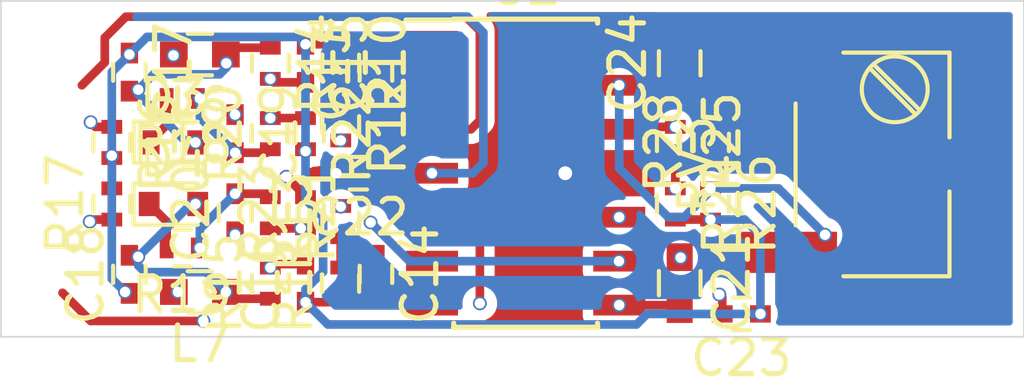
<source format=kicad_pcb>
(kicad_pcb (version 20171130) (host pcbnew "(5.1.10)-1")

  (general
    (thickness 1.6)
    (drawings 4)
    (tracks 253)
    (zones 0)
    (modules 36)
    (nets 29)
  )

  (page A4)
  (layers
    (0 F.Cu signal)
    (1 In1.Cu signal)
    (2 In2.Cu signal)
    (31 B.Cu signal)
    (32 B.Adhes user)
    (33 F.Adhes user)
    (34 B.Paste user)
    (35 F.Paste user)
    (36 B.SilkS user)
    (37 F.SilkS user hide)
    (38 B.Mask user)
    (39 F.Mask user)
    (40 Dwgs.User user)
    (41 Cmts.User user)
    (42 Eco1.User user)
    (43 Eco2.User user)
    (44 Edge.Cuts user)
    (45 Margin user)
    (46 B.CrtYd user)
    (47 F.CrtYd user)
    (48 B.Fab user)
    (49 F.Fab user hide)
  )

  (setup
    (last_trace_width 0.25)
    (user_trace_width 0.35)
    (trace_clearance 0.2)
    (zone_clearance 0.3)
    (zone_45_only yes)
    (trace_min 0.2)
    (via_size 0.8)
    (via_drill 0.4)
    (via_min_size 0.4)
    (via_min_drill 0.3)
    (user_via 0.4 0.3)
    (user_via 0.6 0.3)
    (user_via 0.9 0.5)
    (uvia_size 0.3)
    (uvia_drill 0.1)
    (uvias_allowed no)
    (uvia_min_size 0.2)
    (uvia_min_drill 0.1)
    (edge_width 0.05)
    (segment_width 0.2)
    (pcb_text_width 0.3)
    (pcb_text_size 1.5 1.5)
    (mod_edge_width 0.12)
    (mod_text_size 1 1)
    (mod_text_width 0.15)
    (pad_size 1.524 1.524)
    (pad_drill 0.762)
    (pad_to_mask_clearance 0.051)
    (solder_mask_min_width 0.25)
    (aux_axis_origin 0 0)
    (visible_elements 7FFFFFFF)
    (pcbplotparams
      (layerselection 0x010fc_ffffffff)
      (usegerberextensions false)
      (usegerberattributes false)
      (usegerberadvancedattributes false)
      (creategerberjobfile false)
      (excludeedgelayer true)
      (linewidth 0.100000)
      (plotframeref false)
      (viasonmask false)
      (mode 1)
      (useauxorigin false)
      (hpglpennumber 1)
      (hpglpenspeed 20)
      (hpglpendiameter 15.000000)
      (psnegative false)
      (psa4output false)
      (plotreference true)
      (plotvalue true)
      (plotinvisibletext false)
      (padsonsilk false)
      (subtractmaskfromsilk false)
      (outputformat 1)
      (mirror false)
      (drillshape 1)
      (scaleselection 1)
      (outputdirectory ""))
  )

  (net 0 "")
  (net 1 GND)
  (net 2 +9V)
  (net 3 +4V)
  (net 4 "Net-(C13-Pad1)")
  (net 5 "Net-(C13-Pad2)")
  (net 6 "Net-(C14-Pad1)")
  (net 7 "Net-(C14-Pad2)")
  (net 8 "Net-(C15-Pad2)")
  (net 9 "Net-(C16-Pad2)")
  (net 10 "Net-(C17-Pad2)")
  (net 11 "Net-(C18-Pad2)")
  (net 12 "Net-(C19-Pad2)")
  (net 13 "Net-(C19-Pad1)")
  (net 14 "Net-(C20-Pad1)")
  (net 15 "Net-(C20-Pad2)")
  (net 16 "Net-(C21-Pad2)")
  (net 17 "Net-(C21-Pad1)")
  (net 18 "Net-(C23-Pad2)")
  (net 19 "Net-(C24-Pad1)")
  (net 20 "Net-(C24-Pad2)")
  (net 21 "Net-(D3-Pad1)")
  (net 22 "Net-(D4-Pad1)")
  (net 23 "Net-(Q3-Pad1)")
  (net 24 "Net-(Q4-Pad1)")
  (net 25 "Net-(R20-Pad2)")
  (net 26 "Net-(R21-Pad2)")
  (net 27 "Net-(R26-Pad1)")
  (net 28 "Net-(R28-Pad1)")

  (net_class Default "This is the default net class."
    (clearance 0.2)
    (trace_width 0.25)
    (via_dia 0.8)
    (via_drill 0.4)
    (uvia_dia 0.3)
    (uvia_drill 0.1)
    (add_net +4V)
    (add_net +9V)
    (add_net GND)
    (add_net "Net-(C13-Pad1)")
    (add_net "Net-(C13-Pad2)")
    (add_net "Net-(C14-Pad1)")
    (add_net "Net-(C14-Pad2)")
    (add_net "Net-(C15-Pad2)")
    (add_net "Net-(C16-Pad2)")
    (add_net "Net-(C17-Pad2)")
    (add_net "Net-(C18-Pad2)")
    (add_net "Net-(C19-Pad1)")
    (add_net "Net-(C19-Pad2)")
    (add_net "Net-(C20-Pad1)")
    (add_net "Net-(C20-Pad2)")
    (add_net "Net-(C21-Pad1)")
    (add_net "Net-(C21-Pad2)")
    (add_net "Net-(C23-Pad2)")
    (add_net "Net-(C24-Pad1)")
    (add_net "Net-(C24-Pad2)")
    (add_net "Net-(D3-Pad1)")
    (add_net "Net-(D4-Pad1)")
    (add_net "Net-(Q3-Pad1)")
    (add_net "Net-(Q4-Pad1)")
    (add_net "Net-(R20-Pad2)")
    (add_net "Net-(R21-Pad2)")
    (add_net "Net-(R26-Pad1)")
    (add_net "Net-(R28-Pad1)")
  )

  (module Capacitors_SMD:C_0402 (layer F.Cu) (tedit 58AA841A) (tstamp 6125D078)
    (at 142.1892 99.2886 90)
    (descr "Capacitor SMD 0402, reflow soldering, AVX (see smccp.pdf)")
    (tags "capacitor 0402")
    (path /61300AAB)
    (attr smd)
    (fp_text reference C13 (at 0 -1.27 90) (layer F.SilkS)
      (effects (font (size 1 1) (thickness 0.15)))
    )
    (fp_text value 1nf (at 0 1.27 90) (layer F.Fab)
      (effects (font (size 1 1) (thickness 0.15)))
    )
    (fp_line (start -0.5 0.25) (end -0.5 -0.25) (layer F.Fab) (width 0.1))
    (fp_line (start 0.5 0.25) (end -0.5 0.25) (layer F.Fab) (width 0.1))
    (fp_line (start 0.5 -0.25) (end 0.5 0.25) (layer F.Fab) (width 0.1))
    (fp_line (start -0.5 -0.25) (end 0.5 -0.25) (layer F.Fab) (width 0.1))
    (fp_line (start 0.25 -0.47) (end -0.25 -0.47) (layer F.SilkS) (width 0.12))
    (fp_line (start -0.25 0.47) (end 0.25 0.47) (layer F.SilkS) (width 0.12))
    (fp_line (start -1 -0.4) (end 1 -0.4) (layer F.CrtYd) (width 0.05))
    (fp_line (start -1 -0.4) (end -1 0.4) (layer F.CrtYd) (width 0.05))
    (fp_line (start 1 0.4) (end 1 -0.4) (layer F.CrtYd) (width 0.05))
    (fp_line (start 1 0.4) (end -1 0.4) (layer F.CrtYd) (width 0.05))
    (fp_text user %R (at 0 -1.27 90) (layer F.Fab)
      (effects (font (size 1 1) (thickness 0.15)))
    )
    (pad 1 smd rect (at -0.55 0 90) (size 0.6 0.5) (layers F.Cu F.Paste F.Mask)
      (net 4 "Net-(C13-Pad1)"))
    (pad 2 smd rect (at 0.55 0 90) (size 0.6 0.5) (layers F.Cu F.Paste F.Mask)
      (net 5 "Net-(C13-Pad2)"))
    (model Capacitors_SMD.3dshapes/C_0402.wrl
      (at (xyz 0 0 0))
      (scale (xyz 1 1 1))
      (rotate (xyz 0 0 0))
    )
  )

  (module Capacitors_SMD:C_0402 (layer F.Cu) (tedit 58AA841A) (tstamp 6125D089)
    (at 142.1892 105.1306 270)
    (descr "Capacitor SMD 0402, reflow soldering, AVX (see smccp.pdf)")
    (tags "capacitor 0402")
    (path /61300B07)
    (attr smd)
    (fp_text reference C14 (at 0 -1.27 90) (layer F.SilkS)
      (effects (font (size 1 1) (thickness 0.15)))
    )
    (fp_text value 1nf (at 0 1.27 90) (layer F.Fab)
      (effects (font (size 1 1) (thickness 0.15)))
    )
    (fp_line (start -0.5 0.25) (end -0.5 -0.25) (layer F.Fab) (width 0.1))
    (fp_line (start 0.5 0.25) (end -0.5 0.25) (layer F.Fab) (width 0.1))
    (fp_line (start 0.5 -0.25) (end 0.5 0.25) (layer F.Fab) (width 0.1))
    (fp_line (start -0.5 -0.25) (end 0.5 -0.25) (layer F.Fab) (width 0.1))
    (fp_line (start 0.25 -0.47) (end -0.25 -0.47) (layer F.SilkS) (width 0.12))
    (fp_line (start -0.25 0.47) (end 0.25 0.47) (layer F.SilkS) (width 0.12))
    (fp_line (start -1 -0.4) (end 1 -0.4) (layer F.CrtYd) (width 0.05))
    (fp_line (start -1 -0.4) (end -1 0.4) (layer F.CrtYd) (width 0.05))
    (fp_line (start 1 0.4) (end 1 -0.4) (layer F.CrtYd) (width 0.05))
    (fp_line (start 1 0.4) (end -1 0.4) (layer F.CrtYd) (width 0.05))
    (fp_text user %R (at 0 -1.27 90) (layer F.Fab)
      (effects (font (size 1 1) (thickness 0.15)))
    )
    (pad 1 smd rect (at -0.55 0 270) (size 0.6 0.5) (layers F.Cu F.Paste F.Mask)
      (net 6 "Net-(C14-Pad1)"))
    (pad 2 smd rect (at 0.55 0 270) (size 0.6 0.5) (layers F.Cu F.Paste F.Mask)
      (net 7 "Net-(C14-Pad2)"))
    (model Capacitors_SMD.3dshapes/C_0402.wrl
      (at (xyz 0 0 0))
      (scale (xyz 1 1 1))
      (rotate (xyz 0 0 0))
    )
  )

  (module Capacitors_SMD:C_0402 (layer F.Cu) (tedit 58AA841A) (tstamp 6125D09A)
    (at 140.1572 99.0346 270)
    (descr "Capacitor SMD 0402, reflow soldering, AVX (see smccp.pdf)")
    (tags "capacitor 0402")
    (path /61300ACF)
    (attr smd)
    (fp_text reference C15 (at 0 -1.27 90) (layer F.SilkS)
      (effects (font (size 1 1) (thickness 0.15)))
    )
    (fp_text value 1nf (at 0 1.27 90) (layer F.Fab)
      (effects (font (size 1 1) (thickness 0.15)))
    )
    (fp_line (start 1 0.4) (end -1 0.4) (layer F.CrtYd) (width 0.05))
    (fp_line (start 1 0.4) (end 1 -0.4) (layer F.CrtYd) (width 0.05))
    (fp_line (start -1 -0.4) (end -1 0.4) (layer F.CrtYd) (width 0.05))
    (fp_line (start -1 -0.4) (end 1 -0.4) (layer F.CrtYd) (width 0.05))
    (fp_line (start -0.25 0.47) (end 0.25 0.47) (layer F.SilkS) (width 0.12))
    (fp_line (start 0.25 -0.47) (end -0.25 -0.47) (layer F.SilkS) (width 0.12))
    (fp_line (start -0.5 -0.25) (end 0.5 -0.25) (layer F.Fab) (width 0.1))
    (fp_line (start 0.5 -0.25) (end 0.5 0.25) (layer F.Fab) (width 0.1))
    (fp_line (start 0.5 0.25) (end -0.5 0.25) (layer F.Fab) (width 0.1))
    (fp_line (start -0.5 0.25) (end -0.5 -0.25) (layer F.Fab) (width 0.1))
    (fp_text user %R (at 0 -1.27 90) (layer F.Fab)
      (effects (font (size 1 1) (thickness 0.15)))
    )
    (pad 2 smd rect (at 0.55 0 270) (size 0.6 0.5) (layers F.Cu F.Paste F.Mask)
      (net 8 "Net-(C15-Pad2)"))
    (pad 1 smd rect (at -0.55 0 270) (size 0.6 0.5) (layers F.Cu F.Paste F.Mask)
      (net 3 +4V))
    (model Capacitors_SMD.3dshapes/C_0402.wrl
      (at (xyz 0 0 0))
      (scale (xyz 1 1 1))
      (rotate (xyz 0 0 0))
    )
  )

  (module Capacitors_SMD:C_0402 (layer F.Cu) (tedit 58AA841A) (tstamp 6125D0AB)
    (at 140.1572 105.3846 90)
    (descr "Capacitor SMD 0402, reflow soldering, AVX (see smccp.pdf)")
    (tags "capacitor 0402")
    (path /61300B10)
    (attr smd)
    (fp_text reference C16 (at 0 -1.27 90) (layer F.SilkS)
      (effects (font (size 1 1) (thickness 0.15)))
    )
    (fp_text value 1nf (at 0 1.27 90) (layer F.Fab)
      (effects (font (size 1 1) (thickness 0.15)))
    )
    (fp_line (start 1 0.4) (end -1 0.4) (layer F.CrtYd) (width 0.05))
    (fp_line (start 1 0.4) (end 1 -0.4) (layer F.CrtYd) (width 0.05))
    (fp_line (start -1 -0.4) (end -1 0.4) (layer F.CrtYd) (width 0.05))
    (fp_line (start -1 -0.4) (end 1 -0.4) (layer F.CrtYd) (width 0.05))
    (fp_line (start -0.25 0.47) (end 0.25 0.47) (layer F.SilkS) (width 0.12))
    (fp_line (start 0.25 -0.47) (end -0.25 -0.47) (layer F.SilkS) (width 0.12))
    (fp_line (start -0.5 -0.25) (end 0.5 -0.25) (layer F.Fab) (width 0.1))
    (fp_line (start 0.5 -0.25) (end 0.5 0.25) (layer F.Fab) (width 0.1))
    (fp_line (start 0.5 0.25) (end -0.5 0.25) (layer F.Fab) (width 0.1))
    (fp_line (start -0.5 0.25) (end -0.5 -0.25) (layer F.Fab) (width 0.1))
    (fp_text user %R (at 0 -1.27 90) (layer F.Fab)
      (effects (font (size 1 1) (thickness 0.15)))
    )
    (pad 2 smd rect (at 0.55 0 90) (size 0.6 0.5) (layers F.Cu F.Paste F.Mask)
      (net 9 "Net-(C16-Pad2)"))
    (pad 1 smd rect (at -0.55 0 90) (size 0.6 0.5) (layers F.Cu F.Paste F.Mask)
      (net 3 +4V))
    (model Capacitors_SMD.3dshapes/C_0402.wrl
      (at (xyz 0 0 0))
      (scale (xyz 1 1 1))
      (rotate (xyz 0 0 0))
    )
  )

  (module Capacitors_SMD:C_0402 (layer F.Cu) (tedit 58AA841A) (tstamp 6125D0BC)
    (at 135.0772 99.2886 270)
    (descr "Capacitor SMD 0402, reflow soldering, AVX (see smccp.pdf)")
    (tags "capacitor 0402")
    (path /61300AD7)
    (attr smd)
    (fp_text reference C17 (at 0 -1.27 90) (layer F.SilkS)
      (effects (font (size 1 1) (thickness 0.15)))
    )
    (fp_text value 10nf (at 0 1.27 90) (layer F.Fab)
      (effects (font (size 1 1) (thickness 0.15)))
    )
    (fp_line (start -0.5 0.25) (end -0.5 -0.25) (layer F.Fab) (width 0.1))
    (fp_line (start 0.5 0.25) (end -0.5 0.25) (layer F.Fab) (width 0.1))
    (fp_line (start 0.5 -0.25) (end 0.5 0.25) (layer F.Fab) (width 0.1))
    (fp_line (start -0.5 -0.25) (end 0.5 -0.25) (layer F.Fab) (width 0.1))
    (fp_line (start 0.25 -0.47) (end -0.25 -0.47) (layer F.SilkS) (width 0.12))
    (fp_line (start -0.25 0.47) (end 0.25 0.47) (layer F.SilkS) (width 0.12))
    (fp_line (start -1 -0.4) (end 1 -0.4) (layer F.CrtYd) (width 0.05))
    (fp_line (start -1 -0.4) (end -1 0.4) (layer F.CrtYd) (width 0.05))
    (fp_line (start 1 0.4) (end 1 -0.4) (layer F.CrtYd) (width 0.05))
    (fp_line (start 1 0.4) (end -1 0.4) (layer F.CrtYd) (width 0.05))
    (fp_text user %R (at 0 -1.27 90) (layer F.Fab)
      (effects (font (size 1 1) (thickness 0.15)))
    )
    (pad 1 smd rect (at -0.55 0 270) (size 0.6 0.5) (layers F.Cu F.Paste F.Mask)
      (net 3 +4V))
    (pad 2 smd rect (at 0.55 0 270) (size 0.6 0.5) (layers F.Cu F.Paste F.Mask)
      (net 10 "Net-(C17-Pad2)"))
    (model Capacitors_SMD.3dshapes/C_0402.wrl
      (at (xyz 0 0 0))
      (scale (xyz 1 1 1))
      (rotate (xyz 0 0 0))
    )
  )

  (module Capacitors_SMD:C_0402 (layer F.Cu) (tedit 58AA841A) (tstamp 6125D0CD)
    (at 135.0772 105.1306 90)
    (descr "Capacitor SMD 0402, reflow soldering, AVX (see smccp.pdf)")
    (tags "capacitor 0402")
    (path /61300B18)
    (attr smd)
    (fp_text reference C18 (at 0 -1.27 90) (layer F.SilkS)
      (effects (font (size 1 1) (thickness 0.15)))
    )
    (fp_text value 10nf (at 0 1.27 90) (layer F.Fab)
      (effects (font (size 1 1) (thickness 0.15)))
    )
    (fp_line (start -0.5 0.25) (end -0.5 -0.25) (layer F.Fab) (width 0.1))
    (fp_line (start 0.5 0.25) (end -0.5 0.25) (layer F.Fab) (width 0.1))
    (fp_line (start 0.5 -0.25) (end 0.5 0.25) (layer F.Fab) (width 0.1))
    (fp_line (start -0.5 -0.25) (end 0.5 -0.25) (layer F.Fab) (width 0.1))
    (fp_line (start 0.25 -0.47) (end -0.25 -0.47) (layer F.SilkS) (width 0.12))
    (fp_line (start -0.25 0.47) (end 0.25 0.47) (layer F.SilkS) (width 0.12))
    (fp_line (start -1 -0.4) (end 1 -0.4) (layer F.CrtYd) (width 0.05))
    (fp_line (start -1 -0.4) (end -1 0.4) (layer F.CrtYd) (width 0.05))
    (fp_line (start 1 0.4) (end 1 -0.4) (layer F.CrtYd) (width 0.05))
    (fp_line (start 1 0.4) (end -1 0.4) (layer F.CrtYd) (width 0.05))
    (fp_text user %R (at 0 -1.27 90) (layer F.Fab)
      (effects (font (size 1 1) (thickness 0.15)))
    )
    (pad 1 smd rect (at -0.55 0 90) (size 0.6 0.5) (layers F.Cu F.Paste F.Mask)
      (net 3 +4V))
    (pad 2 smd rect (at 0.55 0 90) (size 0.6 0.5) (layers F.Cu F.Paste F.Mask)
      (net 11 "Net-(C18-Pad2)"))
    (model Capacitors_SMD.3dshapes/C_0402.wrl
      (at (xyz 0 0 0))
      (scale (xyz 1 1 1))
      (rotate (xyz 0 0 0))
    )
  )

  (module Capacitors_SMD:C_0402 (layer F.Cu) (tedit 58AA841A) (tstamp 6125D0DE)
    (at 138.1252 101.0666 270)
    (descr "Capacitor SMD 0402, reflow soldering, AVX (see smccp.pdf)")
    (tags "capacitor 0402")
    (path /61300AF4)
    (attr smd)
    (fp_text reference C19 (at 0 -1.27 90) (layer F.SilkS)
      (effects (font (size 1 1) (thickness 0.15)))
    )
    (fp_text value 4nf (at 0 1.27 90) (layer F.Fab)
      (effects (font (size 1 1) (thickness 0.15)))
    )
    (fp_line (start 1 0.4) (end -1 0.4) (layer F.CrtYd) (width 0.05))
    (fp_line (start 1 0.4) (end 1 -0.4) (layer F.CrtYd) (width 0.05))
    (fp_line (start -1 -0.4) (end -1 0.4) (layer F.CrtYd) (width 0.05))
    (fp_line (start -1 -0.4) (end 1 -0.4) (layer F.CrtYd) (width 0.05))
    (fp_line (start -0.25 0.47) (end 0.25 0.47) (layer F.SilkS) (width 0.12))
    (fp_line (start 0.25 -0.47) (end -0.25 -0.47) (layer F.SilkS) (width 0.12))
    (fp_line (start -0.5 -0.25) (end 0.5 -0.25) (layer F.Fab) (width 0.1))
    (fp_line (start 0.5 -0.25) (end 0.5 0.25) (layer F.Fab) (width 0.1))
    (fp_line (start 0.5 0.25) (end -0.5 0.25) (layer F.Fab) (width 0.1))
    (fp_line (start -0.5 0.25) (end -0.5 -0.25) (layer F.Fab) (width 0.1))
    (fp_text user %R (at 0 -1.27 90) (layer F.Fab)
      (effects (font (size 1 1) (thickness 0.15)))
    )
    (pad 2 smd rect (at 0.55 0 270) (size 0.6 0.5) (layers F.Cu F.Paste F.Mask)
      (net 12 "Net-(C19-Pad2)"))
    (pad 1 smd rect (at -0.55 0 270) (size 0.6 0.5) (layers F.Cu F.Paste F.Mask)
      (net 13 "Net-(C19-Pad1)"))
    (model Capacitors_SMD.3dshapes/C_0402.wrl
      (at (xyz 0 0 0))
      (scale (xyz 1 1 1))
      (rotate (xyz 0 0 0))
    )
  )

  (module Capacitors_SMD:C_0402 (layer F.Cu) (tedit 58AA841A) (tstamp 6125D0EF)
    (at 138.1252 103.3526 90)
    (descr "Capacitor SMD 0402, reflow soldering, AVX (see smccp.pdf)")
    (tags "capacitor 0402")
    (path /61300B34)
    (attr smd)
    (fp_text reference C20 (at 0 -1.27 90) (layer F.SilkS)
      (effects (font (size 1 1) (thickness 0.15)))
    )
    (fp_text value 4nf (at 0 1.27 90) (layer F.Fab)
      (effects (font (size 1 1) (thickness 0.15)))
    )
    (fp_line (start 1 0.4) (end -1 0.4) (layer F.CrtYd) (width 0.05))
    (fp_line (start 1 0.4) (end 1 -0.4) (layer F.CrtYd) (width 0.05))
    (fp_line (start -1 -0.4) (end -1 0.4) (layer F.CrtYd) (width 0.05))
    (fp_line (start -1 -0.4) (end 1 -0.4) (layer F.CrtYd) (width 0.05))
    (fp_line (start -0.25 0.47) (end 0.25 0.47) (layer F.SilkS) (width 0.12))
    (fp_line (start 0.25 -0.47) (end -0.25 -0.47) (layer F.SilkS) (width 0.12))
    (fp_line (start -0.5 -0.25) (end 0.5 -0.25) (layer F.Fab) (width 0.1))
    (fp_line (start 0.5 -0.25) (end 0.5 0.25) (layer F.Fab) (width 0.1))
    (fp_line (start 0.5 0.25) (end -0.5 0.25) (layer F.Fab) (width 0.1))
    (fp_line (start -0.5 0.25) (end -0.5 -0.25) (layer F.Fab) (width 0.1))
    (fp_text user %R (at 0 -1.27 90) (layer F.Fab)
      (effects (font (size 1 1) (thickness 0.15)))
    )
    (pad 2 smd rect (at 0.55 0 90) (size 0.6 0.5) (layers F.Cu F.Paste F.Mask)
      (net 15 "Net-(C20-Pad2)"))
    (pad 1 smd rect (at -0.55 0 90) (size 0.6 0.5) (layers F.Cu F.Paste F.Mask)
      (net 14 "Net-(C20-Pad1)"))
    (model Capacitors_SMD.3dshapes/C_0402.wrl
      (at (xyz 0 0 0))
      (scale (xyz 1 1 1))
      (rotate (xyz 0 0 0))
    )
  )

  (module Capacitors_SMD:C_0603 (layer F.Cu) (tedit 59958EE7) (tstamp 6125D100)
    (at 150.9522 105.3846 270)
    (descr "Capacitor SMD 0603, reflow soldering, AVX (see smccp.pdf)")
    (tags "capacitor 0603")
    (path /61300A85)
    (attr smd)
    (fp_text reference C21 (at 0 -1.5 90) (layer F.SilkS)
      (effects (font (size 1 1) (thickness 0.15)))
    )
    (fp_text value 10uF (at 0 1.5 90) (layer F.Fab)
      (effects (font (size 1 1) (thickness 0.15)))
    )
    (fp_line (start -0.8 0.4) (end -0.8 -0.4) (layer F.Fab) (width 0.1))
    (fp_line (start 0.8 0.4) (end -0.8 0.4) (layer F.Fab) (width 0.1))
    (fp_line (start 0.8 -0.4) (end 0.8 0.4) (layer F.Fab) (width 0.1))
    (fp_line (start -0.8 -0.4) (end 0.8 -0.4) (layer F.Fab) (width 0.1))
    (fp_line (start -0.35 -0.6) (end 0.35 -0.6) (layer F.SilkS) (width 0.12))
    (fp_line (start 0.35 0.6) (end -0.35 0.6) (layer F.SilkS) (width 0.12))
    (fp_line (start -1.4 -0.65) (end 1.4 -0.65) (layer F.CrtYd) (width 0.05))
    (fp_line (start -1.4 -0.65) (end -1.4 0.65) (layer F.CrtYd) (width 0.05))
    (fp_line (start 1.4 0.65) (end 1.4 -0.65) (layer F.CrtYd) (width 0.05))
    (fp_line (start 1.4 0.65) (end -1.4 0.65) (layer F.CrtYd) (width 0.05))
    (fp_text user %R (at 0 0 90) (layer F.Fab)
      (effects (font (size 0.3 0.3) (thickness 0.075)))
    )
    (pad 1 smd rect (at -0.75 0 270) (size 0.8 0.75) (layers F.Cu F.Paste F.Mask)
      (net 17 "Net-(C21-Pad1)"))
    (pad 2 smd rect (at 0.75 0 270) (size 0.8 0.75) (layers F.Cu F.Paste F.Mask)
      (net 16 "Net-(C21-Pad2)"))
    (model Capacitors_SMD.3dshapes/C_0603.wrl
      (at (xyz 0 0 0))
      (scale (xyz 1 1 1))
      (rotate (xyz 0 0 0))
    )
  )

  (module Capacitors_SMD:C_0402 (layer F.Cu) (tedit 58AA841A) (tstamp 6125D111)
    (at 141.6812 102.2096 180)
    (descr "Capacitor SMD 0402, reflow soldering, AVX (see smccp.pdf)")
    (tags "capacitor 0402")
    (path /61300BBA)
    (attr smd)
    (fp_text reference C22 (at 0 -1.27) (layer F.SilkS)
      (effects (font (size 1 1) (thickness 0.15)))
    )
    (fp_text value 0.1uF (at 0 1.27) (layer F.Fab)
      (effects (font (size 1 1) (thickness 0.15)))
    )
    (fp_line (start 1 0.4) (end -1 0.4) (layer F.CrtYd) (width 0.05))
    (fp_line (start 1 0.4) (end 1 -0.4) (layer F.CrtYd) (width 0.05))
    (fp_line (start -1 -0.4) (end -1 0.4) (layer F.CrtYd) (width 0.05))
    (fp_line (start -1 -0.4) (end 1 -0.4) (layer F.CrtYd) (width 0.05))
    (fp_line (start -0.25 0.47) (end 0.25 0.47) (layer F.SilkS) (width 0.12))
    (fp_line (start 0.25 -0.47) (end -0.25 -0.47) (layer F.SilkS) (width 0.12))
    (fp_line (start -0.5 -0.25) (end 0.5 -0.25) (layer F.Fab) (width 0.1))
    (fp_line (start 0.5 -0.25) (end 0.5 0.25) (layer F.Fab) (width 0.1))
    (fp_line (start 0.5 0.25) (end -0.5 0.25) (layer F.Fab) (width 0.1))
    (fp_line (start -0.5 0.25) (end -0.5 -0.25) (layer F.Fab) (width 0.1))
    (fp_text user %R (at 0 -1.27) (layer F.Fab)
      (effects (font (size 1 1) (thickness 0.15)))
    )
    (pad 2 smd rect (at 0.55 0 180) (size 0.6 0.5) (layers F.Cu F.Paste F.Mask)
      (net 1 GND))
    (pad 1 smd rect (at -0.55 0 180) (size 0.6 0.5) (layers F.Cu F.Paste F.Mask)
      (net 2 +9V))
    (model Capacitors_SMD.3dshapes/C_0402.wrl
      (at (xyz 0 0 0))
      (scale (xyz 1 1 1))
      (rotate (xyz 0 0 0))
    )
  )

  (module Capacitors_SMD:C_0402 (layer F.Cu) (tedit 58AA841A) (tstamp 6125D122)
    (at 152.7302 106.2736 180)
    (descr "Capacitor SMD 0402, reflow soldering, AVX (see smccp.pdf)")
    (tags "capacitor 0402")
    (path /61300C0B)
    (attr smd)
    (fp_text reference C23 (at 0 -1.27) (layer F.SilkS)
      (effects (font (size 1 1) (thickness 0.15)))
    )
    (fp_text value 4nf (at 0 1.27) (layer F.Fab)
      (effects (font (size 1 1) (thickness 0.15)))
    )
    (fp_line (start -0.5 0.25) (end -0.5 -0.25) (layer F.Fab) (width 0.1))
    (fp_line (start 0.5 0.25) (end -0.5 0.25) (layer F.Fab) (width 0.1))
    (fp_line (start 0.5 -0.25) (end 0.5 0.25) (layer F.Fab) (width 0.1))
    (fp_line (start -0.5 -0.25) (end 0.5 -0.25) (layer F.Fab) (width 0.1))
    (fp_line (start 0.25 -0.47) (end -0.25 -0.47) (layer F.SilkS) (width 0.12))
    (fp_line (start -0.25 0.47) (end 0.25 0.47) (layer F.SilkS) (width 0.12))
    (fp_line (start -1 -0.4) (end 1 -0.4) (layer F.CrtYd) (width 0.05))
    (fp_line (start -1 -0.4) (end -1 0.4) (layer F.CrtYd) (width 0.05))
    (fp_line (start 1 0.4) (end 1 -0.4) (layer F.CrtYd) (width 0.05))
    (fp_line (start 1 0.4) (end -1 0.4) (layer F.CrtYd) (width 0.05))
    (fp_text user %R (at 0 -1.27) (layer F.Fab)
      (effects (font (size 1 1) (thickness 0.15)))
    )
    (pad 1 smd rect (at -0.55 0 180) (size 0.6 0.5) (layers F.Cu F.Paste F.Mask)
      (net 3 +4V))
    (pad 2 smd rect (at 0.55 0 180) (size 0.6 0.5) (layers F.Cu F.Paste F.Mask)
      (net 18 "Net-(C23-Pad2)"))
    (model Capacitors_SMD.3dshapes/C_0402.wrl
      (at (xyz 0 0 0))
      (scale (xyz 1 1 1))
      (rotate (xyz 0 0 0))
    )
  )

  (module Capacitors_SMD:C_0603 (layer F.Cu) (tedit 59958EE7) (tstamp 6125D133)
    (at 150.9522 99.0346 90)
    (descr "Capacitor SMD 0603, reflow soldering, AVX (see smccp.pdf)")
    (tags "capacitor 0603")
    (path /61300BDA)
    (attr smd)
    (fp_text reference C24 (at 0 -1.5 90) (layer F.SilkS)
      (effects (font (size 1 1) (thickness 0.15)))
    )
    (fp_text value 10uF (at 0 1.5 90) (layer F.Fab)
      (effects (font (size 1 1) (thickness 0.15)))
    )
    (fp_line (start -0.8 0.4) (end -0.8 -0.4) (layer F.Fab) (width 0.1))
    (fp_line (start 0.8 0.4) (end -0.8 0.4) (layer F.Fab) (width 0.1))
    (fp_line (start 0.8 -0.4) (end 0.8 0.4) (layer F.Fab) (width 0.1))
    (fp_line (start -0.8 -0.4) (end 0.8 -0.4) (layer F.Fab) (width 0.1))
    (fp_line (start -0.35 -0.6) (end 0.35 -0.6) (layer F.SilkS) (width 0.12))
    (fp_line (start 0.35 0.6) (end -0.35 0.6) (layer F.SilkS) (width 0.12))
    (fp_line (start -1.4 -0.65) (end 1.4 -0.65) (layer F.CrtYd) (width 0.05))
    (fp_line (start -1.4 -0.65) (end -1.4 0.65) (layer F.CrtYd) (width 0.05))
    (fp_line (start 1.4 0.65) (end 1.4 -0.65) (layer F.CrtYd) (width 0.05))
    (fp_line (start 1.4 0.65) (end -1.4 0.65) (layer F.CrtYd) (width 0.05))
    (fp_text user %R (at 0 0 90) (layer F.Fab)
      (effects (font (size 0.3 0.3) (thickness 0.075)))
    )
    (pad 1 smd rect (at -0.75 0 90) (size 0.8 0.75) (layers F.Cu F.Paste F.Mask)
      (net 19 "Net-(C24-Pad1)"))
    (pad 2 smd rect (at 0.75 0 90) (size 0.8 0.75) (layers F.Cu F.Paste F.Mask)
      (net 20 "Net-(C24-Pad2)"))
    (model Capacitors_SMD.3dshapes/C_0603.wrl
      (at (xyz 0 0 0))
      (scale (xyz 1 1 1))
      (rotate (xyz 0 0 0))
    )
  )

  (module Diodes_SMD:D_SOD-523 (layer F.Cu) (tedit 586419F0) (tstamp 6125D14B)
    (at 136.3472 101.3206)
    (descr "http://www.diodes.com/datasheets/ap02001.pdf p.144")
    (tags "Diode SOD523")
    (path /61300A9A)
    (attr smd)
    (fp_text reference D3 (at 0 -1.3) (layer F.SilkS)
      (effects (font (size 1 1) (thickness 0.15)))
    )
    (fp_text value RB521S30T1G (at 0 1.4) (layer F.Fab)
      (effects (font (size 1 1) (thickness 0.15)))
    )
    (fp_line (start 0.7 0.6) (end -1.15 0.6) (layer F.SilkS) (width 0.12))
    (fp_line (start 0.7 -0.6) (end -1.15 -0.6) (layer F.SilkS) (width 0.12))
    (fp_line (start 0.65 0.45) (end -0.65 0.45) (layer F.Fab) (width 0.1))
    (fp_line (start -0.65 0.45) (end -0.65 -0.45) (layer F.Fab) (width 0.1))
    (fp_line (start -0.65 -0.45) (end 0.65 -0.45) (layer F.Fab) (width 0.1))
    (fp_line (start 0.65 -0.45) (end 0.65 0.45) (layer F.Fab) (width 0.1))
    (fp_line (start -0.2 0.2) (end -0.2 -0.2) (layer F.Fab) (width 0.1))
    (fp_line (start -0.2 0) (end -0.35 0) (layer F.Fab) (width 0.1))
    (fp_line (start -0.2 0) (end 0.1 0.2) (layer F.Fab) (width 0.1))
    (fp_line (start 0.1 0.2) (end 0.1 -0.2) (layer F.Fab) (width 0.1))
    (fp_line (start 0.1 -0.2) (end -0.2 0) (layer F.Fab) (width 0.1))
    (fp_line (start 0.1 0) (end 0.25 0) (layer F.Fab) (width 0.1))
    (fp_line (start 1.25 0.7) (end -1.25 0.7) (layer F.CrtYd) (width 0.05))
    (fp_line (start -1.25 0.7) (end -1.25 -0.7) (layer F.CrtYd) (width 0.05))
    (fp_line (start -1.25 -0.7) (end 1.25 -0.7) (layer F.CrtYd) (width 0.05))
    (fp_line (start 1.25 -0.7) (end 1.25 0.7) (layer F.CrtYd) (width 0.05))
    (fp_line (start -1.15 -0.6) (end -1.15 0.6) (layer F.SilkS) (width 0.12))
    (fp_text user %R (at 0 -1.3) (layer F.Fab)
      (effects (font (size 1 1) (thickness 0.15)))
    )
    (pad 1 smd rect (at -0.7 0 180) (size 0.6 0.7) (layers F.Cu F.Paste F.Mask)
      (net 21 "Net-(D3-Pad1)"))
    (pad 2 smd rect (at 0.7 0 180) (size 0.6 0.7) (layers F.Cu F.Paste F.Mask)
      (net 10 "Net-(C17-Pad2)"))
    (model ${KISYS3DMOD}/Diodes_SMD.3dshapes/D_SOD-523.wrl
      (at (xyz 0 0 0))
      (scale (xyz 1 1 1))
      (rotate (xyz 0 0 0))
    )
  )

  (module Diodes_SMD:D_SOD-523 (layer F.Cu) (tedit 586419F0) (tstamp 6125D163)
    (at 136.3472 103.0986)
    (descr "http://www.diodes.com/datasheets/ap02001.pdf p.144")
    (tags "Diode SOD523")
    (path /61300AFF)
    (attr smd)
    (fp_text reference D4 (at 0 -1.3) (layer F.SilkS)
      (effects (font (size 1 1) (thickness 0.15)))
    )
    (fp_text value RB521S30T1G (at 0 1.4) (layer F.Fab)
      (effects (font (size 1 1) (thickness 0.15)))
    )
    (fp_line (start -1.15 -0.6) (end -1.15 0.6) (layer F.SilkS) (width 0.12))
    (fp_line (start 1.25 -0.7) (end 1.25 0.7) (layer F.CrtYd) (width 0.05))
    (fp_line (start -1.25 -0.7) (end 1.25 -0.7) (layer F.CrtYd) (width 0.05))
    (fp_line (start -1.25 0.7) (end -1.25 -0.7) (layer F.CrtYd) (width 0.05))
    (fp_line (start 1.25 0.7) (end -1.25 0.7) (layer F.CrtYd) (width 0.05))
    (fp_line (start 0.1 0) (end 0.25 0) (layer F.Fab) (width 0.1))
    (fp_line (start 0.1 -0.2) (end -0.2 0) (layer F.Fab) (width 0.1))
    (fp_line (start 0.1 0.2) (end 0.1 -0.2) (layer F.Fab) (width 0.1))
    (fp_line (start -0.2 0) (end 0.1 0.2) (layer F.Fab) (width 0.1))
    (fp_line (start -0.2 0) (end -0.35 0) (layer F.Fab) (width 0.1))
    (fp_line (start -0.2 0.2) (end -0.2 -0.2) (layer F.Fab) (width 0.1))
    (fp_line (start 0.65 -0.45) (end 0.65 0.45) (layer F.Fab) (width 0.1))
    (fp_line (start -0.65 -0.45) (end 0.65 -0.45) (layer F.Fab) (width 0.1))
    (fp_line (start -0.65 0.45) (end -0.65 -0.45) (layer F.Fab) (width 0.1))
    (fp_line (start 0.65 0.45) (end -0.65 0.45) (layer F.Fab) (width 0.1))
    (fp_line (start 0.7 -0.6) (end -1.15 -0.6) (layer F.SilkS) (width 0.12))
    (fp_line (start 0.7 0.6) (end -1.15 0.6) (layer F.SilkS) (width 0.12))
    (fp_text user %R (at 0 -1.3) (layer F.Fab)
      (effects (font (size 1 1) (thickness 0.15)))
    )
    (pad 2 smd rect (at 0.7 0 180) (size 0.6 0.7) (layers F.Cu F.Paste F.Mask)
      (net 11 "Net-(C18-Pad2)"))
    (pad 1 smd rect (at -0.7 0 180) (size 0.6 0.7) (layers F.Cu F.Paste F.Mask)
      (net 22 "Net-(D4-Pad1)"))
    (model ${KISYS3DMOD}/Diodes_SMD.3dshapes/D_SOD-523.wrl
      (at (xyz 0 0 0))
      (scale (xyz 1 1 1))
      (rotate (xyz 0 0 0))
    )
  )

  (module Capacitors_SMD:C_0603 (layer F.Cu) (tedit 59958EE7) (tstamp 6125D174)
    (at 137.1092 98.7806 180)
    (descr "Capacitor SMD 0603, reflow soldering, AVX (see smccp.pdf)")
    (tags "capacitor 0603")
    (path /61300AB5)
    (attr smd)
    (fp_text reference L6 (at 0 -1.5) (layer F.SilkS)
      (effects (font (size 1 1) (thickness 0.15)))
    )
    (fp_text value 10uh (at 0 1.5) (layer F.Fab)
      (effects (font (size 1 1) (thickness 0.15)))
    )
    (fp_line (start 1.4 0.65) (end -1.4 0.65) (layer F.CrtYd) (width 0.05))
    (fp_line (start 1.4 0.65) (end 1.4 -0.65) (layer F.CrtYd) (width 0.05))
    (fp_line (start -1.4 -0.65) (end -1.4 0.65) (layer F.CrtYd) (width 0.05))
    (fp_line (start -1.4 -0.65) (end 1.4 -0.65) (layer F.CrtYd) (width 0.05))
    (fp_line (start 0.35 0.6) (end -0.35 0.6) (layer F.SilkS) (width 0.12))
    (fp_line (start -0.35 -0.6) (end 0.35 -0.6) (layer F.SilkS) (width 0.12))
    (fp_line (start -0.8 -0.4) (end 0.8 -0.4) (layer F.Fab) (width 0.1))
    (fp_line (start 0.8 -0.4) (end 0.8 0.4) (layer F.Fab) (width 0.1))
    (fp_line (start 0.8 0.4) (end -0.8 0.4) (layer F.Fab) (width 0.1))
    (fp_line (start -0.8 0.4) (end -0.8 -0.4) (layer F.Fab) (width 0.1))
    (fp_text user %R (at 0 0) (layer F.Fab)
      (effects (font (size 0.3 0.3) (thickness 0.075)))
    )
    (pad 2 smd rect (at 0.75 0 180) (size 0.8 0.75) (layers F.Cu F.Paste F.Mask)
      (net 13 "Net-(C19-Pad1)"))
    (pad 1 smd rect (at -0.75 0 180) (size 0.8 0.75) (layers F.Cu F.Paste F.Mask)
      (net 10 "Net-(C17-Pad2)"))
    (model Capacitors_SMD.3dshapes/C_0603.wrl
      (at (xyz 0 0 0))
      (scale (xyz 1 1 1))
      (rotate (xyz 0 0 0))
    )
  )

  (module Capacitors_SMD:C_0603 (layer F.Cu) (tedit 59958EE7) (tstamp 6125D185)
    (at 137.1092 105.6386 180)
    (descr "Capacitor SMD 0603, reflow soldering, AVX (see smccp.pdf)")
    (tags "capacitor 0603")
    (path /61300BCF)
    (attr smd)
    (fp_text reference L7 (at 0 -1.5) (layer F.SilkS)
      (effects (font (size 1 1) (thickness 0.15)))
    )
    (fp_text value 10uh (at 0 1.5) (layer F.Fab)
      (effects (font (size 1 1) (thickness 0.15)))
    )
    (fp_line (start 1.4 0.65) (end -1.4 0.65) (layer F.CrtYd) (width 0.05))
    (fp_line (start 1.4 0.65) (end 1.4 -0.65) (layer F.CrtYd) (width 0.05))
    (fp_line (start -1.4 -0.65) (end -1.4 0.65) (layer F.CrtYd) (width 0.05))
    (fp_line (start -1.4 -0.65) (end 1.4 -0.65) (layer F.CrtYd) (width 0.05))
    (fp_line (start 0.35 0.6) (end -0.35 0.6) (layer F.SilkS) (width 0.12))
    (fp_line (start -0.35 -0.6) (end 0.35 -0.6) (layer F.SilkS) (width 0.12))
    (fp_line (start -0.8 -0.4) (end 0.8 -0.4) (layer F.Fab) (width 0.1))
    (fp_line (start 0.8 -0.4) (end 0.8 0.4) (layer F.Fab) (width 0.1))
    (fp_line (start 0.8 0.4) (end -0.8 0.4) (layer F.Fab) (width 0.1))
    (fp_line (start -0.8 0.4) (end -0.8 -0.4) (layer F.Fab) (width 0.1))
    (fp_text user %R (at 0 0) (layer F.Fab)
      (effects (font (size 0.3 0.3) (thickness 0.075)))
    )
    (pad 2 smd rect (at 0.75 0 180) (size 0.8 0.75) (layers F.Cu F.Paste F.Mask)
      (net 14 "Net-(C20-Pad1)"))
    (pad 1 smd rect (at -0.75 0 180) (size 0.8 0.75) (layers F.Cu F.Paste F.Mask)
      (net 11 "Net-(C18-Pad2)"))
    (model Capacitors_SMD.3dshapes/C_0603.wrl
      (at (xyz 0 0 0))
      (scale (xyz 1 1 1))
      (rotate (xyz 0 0 0))
    )
  )

  (module Resistors_SMD:R_0402 (layer F.Cu) (tedit 58E0A804) (tstamp 6125D1E8)
    (at 141.1732 99.0346 270)
    (descr "Resistor SMD 0402, reflow soldering, Vishay (see dcrcw.pdf)")
    (tags "resistor 0402")
    (path /61300BFB)
    (attr smd)
    (fp_text reference R10 (at 0 -1.35 90) (layer F.SilkS)
      (effects (font (size 1 1) (thickness 0.15)))
    )
    (fp_text value 300 (at 0 1.45 90) (layer F.Fab)
      (effects (font (size 1 1) (thickness 0.15)))
    )
    (fp_line (start -0.5 0.25) (end -0.5 -0.25) (layer F.Fab) (width 0.1))
    (fp_line (start 0.5 0.25) (end -0.5 0.25) (layer F.Fab) (width 0.1))
    (fp_line (start 0.5 -0.25) (end 0.5 0.25) (layer F.Fab) (width 0.1))
    (fp_line (start -0.5 -0.25) (end 0.5 -0.25) (layer F.Fab) (width 0.1))
    (fp_line (start 0.25 -0.53) (end -0.25 -0.53) (layer F.SilkS) (width 0.12))
    (fp_line (start -0.25 0.53) (end 0.25 0.53) (layer F.SilkS) (width 0.12))
    (fp_line (start -0.8 -0.45) (end 0.8 -0.45) (layer F.CrtYd) (width 0.05))
    (fp_line (start -0.8 -0.45) (end -0.8 0.45) (layer F.CrtYd) (width 0.05))
    (fp_line (start 0.8 0.45) (end 0.8 -0.45) (layer F.CrtYd) (width 0.05))
    (fp_line (start 0.8 0.45) (end -0.8 0.45) (layer F.CrtYd) (width 0.05))
    (fp_text user %R (at 0 -1.35 90) (layer F.Fab)
      (effects (font (size 1 1) (thickness 0.15)))
    )
    (pad 1 smd rect (at -0.45 0 270) (size 0.4 0.6) (layers F.Cu F.Paste F.Mask)
      (net 3 +4V))
    (pad 2 smd rect (at 0.45 0 270) (size 0.4 0.6) (layers F.Cu F.Paste F.Mask)
      (net 4 "Net-(C13-Pad1)"))
    (model ${KISYS3DMOD}/Resistors_SMD.3dshapes/R_0402.wrl
      (at (xyz 0 0 0))
      (scale (xyz 1 1 1))
      (rotate (xyz 0 0 0))
    )
  )

  (module Resistors_SMD:R_0402 (layer F.Cu) (tedit 58E0A804) (tstamp 6125D1F9)
    (at 141.1732 105.3846 90)
    (descr "Resistor SMD 0402, reflow soldering, Vishay (see dcrcw.pdf)")
    (tags "resistor 0402")
    (path /61300C03)
    (attr smd)
    (fp_text reference R11 (at 0 -1.35 90) (layer F.SilkS)
      (effects (font (size 1 1) (thickness 0.15)))
    )
    (fp_text value 300 (at 0 1.45 90) (layer F.Fab)
      (effects (font (size 1 1) (thickness 0.15)))
    )
    (fp_line (start 0.8 0.45) (end -0.8 0.45) (layer F.CrtYd) (width 0.05))
    (fp_line (start 0.8 0.45) (end 0.8 -0.45) (layer F.CrtYd) (width 0.05))
    (fp_line (start -0.8 -0.45) (end -0.8 0.45) (layer F.CrtYd) (width 0.05))
    (fp_line (start -0.8 -0.45) (end 0.8 -0.45) (layer F.CrtYd) (width 0.05))
    (fp_line (start -0.25 0.53) (end 0.25 0.53) (layer F.SilkS) (width 0.12))
    (fp_line (start 0.25 -0.53) (end -0.25 -0.53) (layer F.SilkS) (width 0.12))
    (fp_line (start -0.5 -0.25) (end 0.5 -0.25) (layer F.Fab) (width 0.1))
    (fp_line (start 0.5 -0.25) (end 0.5 0.25) (layer F.Fab) (width 0.1))
    (fp_line (start 0.5 0.25) (end -0.5 0.25) (layer F.Fab) (width 0.1))
    (fp_line (start -0.5 0.25) (end -0.5 -0.25) (layer F.Fab) (width 0.1))
    (fp_text user %R (at 0 -1.35 90) (layer F.Fab)
      (effects (font (size 1 1) (thickness 0.15)))
    )
    (pad 2 smd rect (at 0.45 0 90) (size 0.4 0.6) (layers F.Cu F.Paste F.Mask)
      (net 6 "Net-(C14-Pad1)"))
    (pad 1 smd rect (at -0.45 0 90) (size 0.4 0.6) (layers F.Cu F.Paste F.Mask)
      (net 3 +4V))
    (model ${KISYS3DMOD}/Resistors_SMD.3dshapes/R_0402.wrl
      (at (xyz 0 0 0))
      (scale (xyz 1 1 1))
      (rotate (xyz 0 0 0))
    )
  )

  (module Resistors_SMD:R_0402 (layer F.Cu) (tedit 58E0A804) (tstamp 6125D20A)
    (at 141.1732 100.8126 270)
    (descr "Resistor SMD 0402, reflow soldering, Vishay (see dcrcw.pdf)")
    (tags "resistor 0402")
    (path /61300BEB)
    (attr smd)
    (fp_text reference R12 (at 0 -1.35 90) (layer F.SilkS)
      (effects (font (size 1 1) (thickness 0.15)))
    )
    (fp_text value 300 (at 0 1.45 90) (layer F.Fab)
      (effects (font (size 1 1) (thickness 0.15)))
    )
    (fp_line (start -0.5 0.25) (end -0.5 -0.25) (layer F.Fab) (width 0.1))
    (fp_line (start 0.5 0.25) (end -0.5 0.25) (layer F.Fab) (width 0.1))
    (fp_line (start 0.5 -0.25) (end 0.5 0.25) (layer F.Fab) (width 0.1))
    (fp_line (start -0.5 -0.25) (end 0.5 -0.25) (layer F.Fab) (width 0.1))
    (fp_line (start 0.25 -0.53) (end -0.25 -0.53) (layer F.SilkS) (width 0.12))
    (fp_line (start -0.25 0.53) (end 0.25 0.53) (layer F.SilkS) (width 0.12))
    (fp_line (start -0.8 -0.45) (end 0.8 -0.45) (layer F.CrtYd) (width 0.05))
    (fp_line (start -0.8 -0.45) (end -0.8 0.45) (layer F.CrtYd) (width 0.05))
    (fp_line (start 0.8 0.45) (end 0.8 -0.45) (layer F.CrtYd) (width 0.05))
    (fp_line (start 0.8 0.45) (end -0.8 0.45) (layer F.CrtYd) (width 0.05))
    (fp_text user %R (at 0 -1.35 90) (layer F.Fab)
      (effects (font (size 1 1) (thickness 0.15)))
    )
    (pad 1 smd rect (at -0.45 0 270) (size 0.4 0.6) (layers F.Cu F.Paste F.Mask)
      (net 4 "Net-(C13-Pad1)"))
    (pad 2 smd rect (at 0.45 0 270) (size 0.4 0.6) (layers F.Cu F.Paste F.Mask)
      (net 8 "Net-(C15-Pad2)"))
    (model ${KISYS3DMOD}/Resistors_SMD.3dshapes/R_0402.wrl
      (at (xyz 0 0 0))
      (scale (xyz 1 1 1))
      (rotate (xyz 0 0 0))
    )
  )

  (module Resistors_SMD:R_0402 (layer F.Cu) (tedit 58E0A804) (tstamp 6125D21B)
    (at 141.1732 103.6066 90)
    (descr "Resistor SMD 0402, reflow soldering, Vishay (see dcrcw.pdf)")
    (tags "resistor 0402")
    (path /61300BF3)
    (attr smd)
    (fp_text reference R13 (at 0 -1.35 90) (layer F.SilkS)
      (effects (font (size 1 1) (thickness 0.15)))
    )
    (fp_text value 300 (at 0 1.45 90) (layer F.Fab)
      (effects (font (size 1 1) (thickness 0.15)))
    )
    (fp_line (start 0.8 0.45) (end -0.8 0.45) (layer F.CrtYd) (width 0.05))
    (fp_line (start 0.8 0.45) (end 0.8 -0.45) (layer F.CrtYd) (width 0.05))
    (fp_line (start -0.8 -0.45) (end -0.8 0.45) (layer F.CrtYd) (width 0.05))
    (fp_line (start -0.8 -0.45) (end 0.8 -0.45) (layer F.CrtYd) (width 0.05))
    (fp_line (start -0.25 0.53) (end 0.25 0.53) (layer F.SilkS) (width 0.12))
    (fp_line (start 0.25 -0.53) (end -0.25 -0.53) (layer F.SilkS) (width 0.12))
    (fp_line (start -0.5 -0.25) (end 0.5 -0.25) (layer F.Fab) (width 0.1))
    (fp_line (start 0.5 -0.25) (end 0.5 0.25) (layer F.Fab) (width 0.1))
    (fp_line (start 0.5 0.25) (end -0.5 0.25) (layer F.Fab) (width 0.1))
    (fp_line (start -0.5 0.25) (end -0.5 -0.25) (layer F.Fab) (width 0.1))
    (fp_text user %R (at 0 -1.35 90) (layer F.Fab)
      (effects (font (size 1 1) (thickness 0.15)))
    )
    (pad 2 smd rect (at 0.45 0 90) (size 0.4 0.6) (layers F.Cu F.Paste F.Mask)
      (net 9 "Net-(C16-Pad2)"))
    (pad 1 smd rect (at -0.45 0 90) (size 0.4 0.6) (layers F.Cu F.Paste F.Mask)
      (net 6 "Net-(C14-Pad1)"))
    (model ${KISYS3DMOD}/Resistors_SMD.3dshapes/R_0402.wrl
      (at (xyz 0 0 0))
      (scale (xyz 1 1 1))
      (rotate (xyz 0 0 0))
    )
  )

  (module Resistors_SMD:R_0402 (layer F.Cu) (tedit 58E0A804) (tstamp 6125D22C)
    (at 139.1412 99.0346 270)
    (descr "Resistor SMD 0402, reflow soldering, Vishay (see dcrcw.pdf)")
    (tags "resistor 0402")
    (path /61300ADF)
    (attr smd)
    (fp_text reference R14 (at 0 -1.35 90) (layer F.SilkS)
      (effects (font (size 1 1) (thickness 0.15)))
    )
    (fp_text value 1K (at 0 1.45 90) (layer F.Fab)
      (effects (font (size 1 1) (thickness 0.15)))
    )
    (fp_line (start -0.5 0.25) (end -0.5 -0.25) (layer F.Fab) (width 0.1))
    (fp_line (start 0.5 0.25) (end -0.5 0.25) (layer F.Fab) (width 0.1))
    (fp_line (start 0.5 -0.25) (end 0.5 0.25) (layer F.Fab) (width 0.1))
    (fp_line (start -0.5 -0.25) (end 0.5 -0.25) (layer F.Fab) (width 0.1))
    (fp_line (start 0.25 -0.53) (end -0.25 -0.53) (layer F.SilkS) (width 0.12))
    (fp_line (start -0.25 0.53) (end 0.25 0.53) (layer F.SilkS) (width 0.12))
    (fp_line (start -0.8 -0.45) (end 0.8 -0.45) (layer F.CrtYd) (width 0.05))
    (fp_line (start -0.8 -0.45) (end -0.8 0.45) (layer F.CrtYd) (width 0.05))
    (fp_line (start 0.8 0.45) (end 0.8 -0.45) (layer F.CrtYd) (width 0.05))
    (fp_line (start 0.8 0.45) (end -0.8 0.45) (layer F.CrtYd) (width 0.05))
    (fp_text user %R (at 0 -1.35 90) (layer F.Fab)
      (effects (font (size 1 1) (thickness 0.15)))
    )
    (pad 1 smd rect (at -0.45 0 270) (size 0.4 0.6) (layers F.Cu F.Paste F.Mask)
      (net 10 "Net-(C17-Pad2)"))
    (pad 2 smd rect (at 0.45 0 270) (size 0.4 0.6) (layers F.Cu F.Paste F.Mask)
      (net 8 "Net-(C15-Pad2)"))
    (model ${KISYS3DMOD}/Resistors_SMD.3dshapes/R_0402.wrl
      (at (xyz 0 0 0))
      (scale (xyz 1 1 1))
      (rotate (xyz 0 0 0))
    )
  )

  (module Resistors_SMD:R_0402 (layer F.Cu) (tedit 58E0A804) (tstamp 6125D23D)
    (at 139.1412 105.3846 90)
    (descr "Resistor SMD 0402, reflow soldering, Vishay (see dcrcw.pdf)")
    (tags "resistor 0402")
    (path /61300B20)
    (attr smd)
    (fp_text reference R15 (at 0 -1.35 90) (layer F.SilkS)
      (effects (font (size 1 1) (thickness 0.15)))
    )
    (fp_text value 1K (at 0 1.45 90) (layer F.Fab)
      (effects (font (size 1 1) (thickness 0.15)))
    )
    (fp_line (start 0.8 0.45) (end -0.8 0.45) (layer F.CrtYd) (width 0.05))
    (fp_line (start 0.8 0.45) (end 0.8 -0.45) (layer F.CrtYd) (width 0.05))
    (fp_line (start -0.8 -0.45) (end -0.8 0.45) (layer F.CrtYd) (width 0.05))
    (fp_line (start -0.8 -0.45) (end 0.8 -0.45) (layer F.CrtYd) (width 0.05))
    (fp_line (start -0.25 0.53) (end 0.25 0.53) (layer F.SilkS) (width 0.12))
    (fp_line (start 0.25 -0.53) (end -0.25 -0.53) (layer F.SilkS) (width 0.12))
    (fp_line (start -0.5 -0.25) (end 0.5 -0.25) (layer F.Fab) (width 0.1))
    (fp_line (start 0.5 -0.25) (end 0.5 0.25) (layer F.Fab) (width 0.1))
    (fp_line (start 0.5 0.25) (end -0.5 0.25) (layer F.Fab) (width 0.1))
    (fp_line (start -0.5 0.25) (end -0.5 -0.25) (layer F.Fab) (width 0.1))
    (fp_text user %R (at 0 -1.35 90) (layer F.Fab)
      (effects (font (size 1 1) (thickness 0.15)))
    )
    (pad 2 smd rect (at 0.45 0 90) (size 0.4 0.6) (layers F.Cu F.Paste F.Mask)
      (net 9 "Net-(C16-Pad2)"))
    (pad 1 smd rect (at -0.45 0 90) (size 0.4 0.6) (layers F.Cu F.Paste F.Mask)
      (net 11 "Net-(C18-Pad2)"))
    (model ${KISYS3DMOD}/Resistors_SMD.3dshapes/R_0402.wrl
      (at (xyz 0 0 0))
      (scale (xyz 1 1 1))
      (rotate (xyz 0 0 0))
    )
  )

  (module Resistors_SMD:R_0402 (layer F.Cu) (tedit 58E0A804) (tstamp 6125D24E)
    (at 134.5692 101.3206 270)
    (descr "Resistor SMD 0402, reflow soldering, Vishay (see dcrcw.pdf)")
    (tags "resistor 0402")
    (path /61300B72)
    (attr smd)
    (fp_text reference R16 (at 0 -1.35 90) (layer F.SilkS)
      (effects (font (size 1 1) (thickness 0.15)))
    )
    (fp_text value 1ohm (at 0 1.45 90) (layer F.Fab)
      (effects (font (size 1 1) (thickness 0.15)))
    )
    (fp_line (start -0.5 0.25) (end -0.5 -0.25) (layer F.Fab) (width 0.1))
    (fp_line (start 0.5 0.25) (end -0.5 0.25) (layer F.Fab) (width 0.1))
    (fp_line (start 0.5 -0.25) (end 0.5 0.25) (layer F.Fab) (width 0.1))
    (fp_line (start -0.5 -0.25) (end 0.5 -0.25) (layer F.Fab) (width 0.1))
    (fp_line (start 0.25 -0.53) (end -0.25 -0.53) (layer F.SilkS) (width 0.12))
    (fp_line (start -0.25 0.53) (end 0.25 0.53) (layer F.SilkS) (width 0.12))
    (fp_line (start -0.8 -0.45) (end 0.8 -0.45) (layer F.CrtYd) (width 0.05))
    (fp_line (start -0.8 -0.45) (end -0.8 0.45) (layer F.CrtYd) (width 0.05))
    (fp_line (start 0.8 0.45) (end 0.8 -0.45) (layer F.CrtYd) (width 0.05))
    (fp_line (start 0.8 0.45) (end -0.8 0.45) (layer F.CrtYd) (width 0.05))
    (fp_text user %R (at 0 -1.35 90) (layer F.Fab)
      (effects (font (size 1 1) (thickness 0.15)))
    )
    (pad 1 smd rect (at -0.45 0 270) (size 0.4 0.6) (layers F.Cu F.Paste F.Mask)
      (net 13 "Net-(C19-Pad1)"))
    (pad 2 smd rect (at 0.45 0 270) (size 0.4 0.6) (layers F.Cu F.Paste F.Mask)
      (net 3 +4V))
    (model ${KISYS3DMOD}/Resistors_SMD.3dshapes/R_0402.wrl
      (at (xyz 0 0 0))
      (scale (xyz 1 1 1))
      (rotate (xyz 0 0 0))
    )
  )

  (module Resistors_SMD:R_0402 (layer F.Cu) (tedit 58E0A804) (tstamp 6125D25F)
    (at 134.5692 103.0986 90)
    (descr "Resistor SMD 0402, reflow soldering, Vishay (see dcrcw.pdf)")
    (tags "resistor 0402")
    (path /61300B69)
    (attr smd)
    (fp_text reference R17 (at 0 -1.35 90) (layer F.SilkS)
      (effects (font (size 1 1) (thickness 0.15)))
    )
    (fp_text value 1ohm (at 0 1.45 90) (layer F.Fab)
      (effects (font (size 1 1) (thickness 0.15)))
    )
    (fp_line (start 0.8 0.45) (end -0.8 0.45) (layer F.CrtYd) (width 0.05))
    (fp_line (start 0.8 0.45) (end 0.8 -0.45) (layer F.CrtYd) (width 0.05))
    (fp_line (start -0.8 -0.45) (end -0.8 0.45) (layer F.CrtYd) (width 0.05))
    (fp_line (start -0.8 -0.45) (end 0.8 -0.45) (layer F.CrtYd) (width 0.05))
    (fp_line (start -0.25 0.53) (end 0.25 0.53) (layer F.SilkS) (width 0.12))
    (fp_line (start 0.25 -0.53) (end -0.25 -0.53) (layer F.SilkS) (width 0.12))
    (fp_line (start -0.5 -0.25) (end 0.5 -0.25) (layer F.Fab) (width 0.1))
    (fp_line (start 0.5 -0.25) (end 0.5 0.25) (layer F.Fab) (width 0.1))
    (fp_line (start 0.5 0.25) (end -0.5 0.25) (layer F.Fab) (width 0.1))
    (fp_line (start -0.5 0.25) (end -0.5 -0.25) (layer F.Fab) (width 0.1))
    (fp_text user %R (at 0 -1.35 90) (layer F.Fab)
      (effects (font (size 1 1) (thickness 0.15)))
    )
    (pad 2 smd rect (at 0.45 0 90) (size 0.4 0.6) (layers F.Cu F.Paste F.Mask)
      (net 3 +4V))
    (pad 1 smd rect (at -0.45 0 90) (size 0.4 0.6) (layers F.Cu F.Paste F.Mask)
      (net 14 "Net-(C20-Pad1)"))
    (model ${KISYS3DMOD}/Resistors_SMD.3dshapes/R_0402.wrl
      (at (xyz 0 0 0))
      (scale (xyz 1 1 1))
      (rotate (xyz 0 0 0))
    )
  )

  (module Resistors_SMD:R_0402 (layer F.Cu) (tedit 58E0A804) (tstamp 6125D270)
    (at 136.6012 100.0506 180)
    (descr "Resistor SMD 0402, reflow soldering, Vishay (see dcrcw.pdf)")
    (tags "resistor 0402")
    (path /61300AEC)
    (attr smd)
    (fp_text reference R18 (at 0 -1.35) (layer F.SilkS)
      (effects (font (size 1 1) (thickness 0.15)))
    )
    (fp_text value 1K (at 0 1.45) (layer F.Fab)
      (effects (font (size 1 1) (thickness 0.15)))
    )
    (fp_line (start -0.5 0.25) (end -0.5 -0.25) (layer F.Fab) (width 0.1))
    (fp_line (start 0.5 0.25) (end -0.5 0.25) (layer F.Fab) (width 0.1))
    (fp_line (start 0.5 -0.25) (end 0.5 0.25) (layer F.Fab) (width 0.1))
    (fp_line (start -0.5 -0.25) (end 0.5 -0.25) (layer F.Fab) (width 0.1))
    (fp_line (start 0.25 -0.53) (end -0.25 -0.53) (layer F.SilkS) (width 0.12))
    (fp_line (start -0.25 0.53) (end 0.25 0.53) (layer F.SilkS) (width 0.12))
    (fp_line (start -0.8 -0.45) (end 0.8 -0.45) (layer F.CrtYd) (width 0.05))
    (fp_line (start -0.8 -0.45) (end -0.8 0.45) (layer F.CrtYd) (width 0.05))
    (fp_line (start 0.8 0.45) (end 0.8 -0.45) (layer F.CrtYd) (width 0.05))
    (fp_line (start 0.8 0.45) (end -0.8 0.45) (layer F.CrtYd) (width 0.05))
    (fp_text user %R (at 0 -1.35) (layer F.Fab)
      (effects (font (size 1 1) (thickness 0.15)))
    )
    (pad 1 smd rect (at -0.45 0 180) (size 0.4 0.6) (layers F.Cu F.Paste F.Mask)
      (net 12 "Net-(C19-Pad2)"))
    (pad 2 smd rect (at 0.45 0 180) (size 0.4 0.6) (layers F.Cu F.Paste F.Mask)
      (net 21 "Net-(D3-Pad1)"))
    (model ${KISYS3DMOD}/Resistors_SMD.3dshapes/R_0402.wrl
      (at (xyz 0 0 0))
      (scale (xyz 1 1 1))
      (rotate (xyz 0 0 0))
    )
  )

  (module Resistors_SMD:R_0402 (layer F.Cu) (tedit 58E0A804) (tstamp 6125D281)
    (at 136.6012 104.3686 180)
    (descr "Resistor SMD 0402, reflow soldering, Vishay (see dcrcw.pdf)")
    (tags "resistor 0402")
    (path /61300B2C)
    (attr smd)
    (fp_text reference R19 (at 0 -1.35) (layer F.SilkS)
      (effects (font (size 1 1) (thickness 0.15)))
    )
    (fp_text value 1K (at 0 1.45) (layer F.Fab)
      (effects (font (size 1 1) (thickness 0.15)))
    )
    (fp_line (start 0.8 0.45) (end -0.8 0.45) (layer F.CrtYd) (width 0.05))
    (fp_line (start 0.8 0.45) (end 0.8 -0.45) (layer F.CrtYd) (width 0.05))
    (fp_line (start -0.8 -0.45) (end -0.8 0.45) (layer F.CrtYd) (width 0.05))
    (fp_line (start -0.8 -0.45) (end 0.8 -0.45) (layer F.CrtYd) (width 0.05))
    (fp_line (start -0.25 0.53) (end 0.25 0.53) (layer F.SilkS) (width 0.12))
    (fp_line (start 0.25 -0.53) (end -0.25 -0.53) (layer F.SilkS) (width 0.12))
    (fp_line (start -0.5 -0.25) (end 0.5 -0.25) (layer F.Fab) (width 0.1))
    (fp_line (start 0.5 -0.25) (end 0.5 0.25) (layer F.Fab) (width 0.1))
    (fp_line (start 0.5 0.25) (end -0.5 0.25) (layer F.Fab) (width 0.1))
    (fp_line (start -0.5 0.25) (end -0.5 -0.25) (layer F.Fab) (width 0.1))
    (fp_text user %R (at 0 -1.35) (layer F.Fab)
      (effects (font (size 1 1) (thickness 0.15)))
    )
    (pad 2 smd rect (at 0.45 0 180) (size 0.4 0.6) (layers F.Cu F.Paste F.Mask)
      (net 22 "Net-(D4-Pad1)"))
    (pad 1 smd rect (at -0.45 0 180) (size 0.4 0.6) (layers F.Cu F.Paste F.Mask)
      (net 15 "Net-(C20-Pad2)"))
    (model ${KISYS3DMOD}/Resistors_SMD.3dshapes/R_0402.wrl
      (at (xyz 0 0 0))
      (scale (xyz 1 1 1))
      (rotate (xyz 0 0 0))
    )
  )

  (module Resistors_SMD:R_0402 (layer F.Cu) (tedit 58E0A804) (tstamp 6125D292)
    (at 139.1412 101.0666 90)
    (descr "Resistor SMD 0402, reflow soldering, Vishay (see dcrcw.pdf)")
    (tags "resistor 0402")
    (path /61300A5D)
    (attr smd)
    (fp_text reference R20 (at 0 -1.35 90) (layer F.SilkS)
      (effects (font (size 1 1) (thickness 0.15)))
    )
    (fp_text value 1K (at 0 1.45 90) (layer F.Fab)
      (effects (font (size 1 1) (thickness 0.15)))
    )
    (fp_line (start 0.8 0.45) (end -0.8 0.45) (layer F.CrtYd) (width 0.05))
    (fp_line (start 0.8 0.45) (end 0.8 -0.45) (layer F.CrtYd) (width 0.05))
    (fp_line (start -0.8 -0.45) (end -0.8 0.45) (layer F.CrtYd) (width 0.05))
    (fp_line (start -0.8 -0.45) (end 0.8 -0.45) (layer F.CrtYd) (width 0.05))
    (fp_line (start -0.25 0.53) (end 0.25 0.53) (layer F.SilkS) (width 0.12))
    (fp_line (start 0.25 -0.53) (end -0.25 -0.53) (layer F.SilkS) (width 0.12))
    (fp_line (start -0.5 -0.25) (end 0.5 -0.25) (layer F.Fab) (width 0.1))
    (fp_line (start 0.5 -0.25) (end 0.5 0.25) (layer F.Fab) (width 0.1))
    (fp_line (start 0.5 0.25) (end -0.5 0.25) (layer F.Fab) (width 0.1))
    (fp_line (start -0.5 0.25) (end -0.5 -0.25) (layer F.Fab) (width 0.1))
    (fp_text user %R (at 0 -1.35 90) (layer F.Fab)
      (effects (font (size 1 1) (thickness 0.15)))
    )
    (pad 2 smd rect (at 0.45 0 90) (size 0.4 0.6) (layers F.Cu F.Paste F.Mask)
      (net 25 "Net-(R20-Pad2)"))
    (pad 1 smd rect (at -0.45 0 90) (size 0.4 0.6) (layers F.Cu F.Paste F.Mask)
      (net 12 "Net-(C19-Pad2)"))
    (model ${KISYS3DMOD}/Resistors_SMD.3dshapes/R_0402.wrl
      (at (xyz 0 0 0))
      (scale (xyz 1 1 1))
      (rotate (xyz 0 0 0))
    )
  )

  (module Resistors_SMD:R_0402 (layer F.Cu) (tedit 58E0A804) (tstamp 6125D2A3)
    (at 139.1412 103.3526 270)
    (descr "Resistor SMD 0402, reflow soldering, Vishay (see dcrcw.pdf)")
    (tags "resistor 0402")
    (path /61300A65)
    (attr smd)
    (fp_text reference R21 (at 0 -1.35 90) (layer F.SilkS)
      (effects (font (size 1 1) (thickness 0.15)))
    )
    (fp_text value 1K (at 0 1.45 90) (layer F.Fab)
      (effects (font (size 1 1) (thickness 0.15)))
    )
    (fp_line (start -0.5 0.25) (end -0.5 -0.25) (layer F.Fab) (width 0.1))
    (fp_line (start 0.5 0.25) (end -0.5 0.25) (layer F.Fab) (width 0.1))
    (fp_line (start 0.5 -0.25) (end 0.5 0.25) (layer F.Fab) (width 0.1))
    (fp_line (start -0.5 -0.25) (end 0.5 -0.25) (layer F.Fab) (width 0.1))
    (fp_line (start 0.25 -0.53) (end -0.25 -0.53) (layer F.SilkS) (width 0.12))
    (fp_line (start -0.25 0.53) (end 0.25 0.53) (layer F.SilkS) (width 0.12))
    (fp_line (start -0.8 -0.45) (end 0.8 -0.45) (layer F.CrtYd) (width 0.05))
    (fp_line (start -0.8 -0.45) (end -0.8 0.45) (layer F.CrtYd) (width 0.05))
    (fp_line (start 0.8 0.45) (end 0.8 -0.45) (layer F.CrtYd) (width 0.05))
    (fp_line (start 0.8 0.45) (end -0.8 0.45) (layer F.CrtYd) (width 0.05))
    (fp_text user %R (at 0 -1.35 90) (layer F.Fab)
      (effects (font (size 1 1) (thickness 0.15)))
    )
    (pad 1 smd rect (at -0.45 0 270) (size 0.4 0.6) (layers F.Cu F.Paste F.Mask)
      (net 15 "Net-(C20-Pad2)"))
    (pad 2 smd rect (at 0.45 0 270) (size 0.4 0.6) (layers F.Cu F.Paste F.Mask)
      (net 26 "Net-(R21-Pad2)"))
    (model ${KISYS3DMOD}/Resistors_SMD.3dshapes/R_0402.wrl
      (at (xyz 0 0 0))
      (scale (xyz 1 1 1))
      (rotate (xyz 0 0 0))
    )
  )

  (module Resistors_SMD:R_0402 (layer F.Cu) (tedit 58E0A804) (tstamp 6125D2B4)
    (at 140.1572 101.0666 270)
    (descr "Resistor SMD 0402, reflow soldering, Vishay (see dcrcw.pdf)")
    (tags "resistor 0402")
    (path /61300A6D)
    (attr smd)
    (fp_text reference R22 (at 0 -1.35 90) (layer F.SilkS)
      (effects (font (size 1 1) (thickness 0.15)))
    )
    (fp_text value 50K (at 0 1.45 90) (layer F.Fab)
      (effects (font (size 1 1) (thickness 0.15)))
    )
    (fp_line (start 0.8 0.45) (end -0.8 0.45) (layer F.CrtYd) (width 0.05))
    (fp_line (start 0.8 0.45) (end 0.8 -0.45) (layer F.CrtYd) (width 0.05))
    (fp_line (start -0.8 -0.45) (end -0.8 0.45) (layer F.CrtYd) (width 0.05))
    (fp_line (start -0.8 -0.45) (end 0.8 -0.45) (layer F.CrtYd) (width 0.05))
    (fp_line (start -0.25 0.53) (end 0.25 0.53) (layer F.SilkS) (width 0.12))
    (fp_line (start 0.25 -0.53) (end -0.25 -0.53) (layer F.SilkS) (width 0.12))
    (fp_line (start -0.5 -0.25) (end 0.5 -0.25) (layer F.Fab) (width 0.1))
    (fp_line (start 0.5 -0.25) (end 0.5 0.25) (layer F.Fab) (width 0.1))
    (fp_line (start 0.5 0.25) (end -0.5 0.25) (layer F.Fab) (width 0.1))
    (fp_line (start -0.5 0.25) (end -0.5 -0.25) (layer F.Fab) (width 0.1))
    (fp_text user %R (at 0 -1.35 90) (layer F.Fab)
      (effects (font (size 1 1) (thickness 0.15)))
    )
    (pad 2 smd rect (at 0.45 0 270) (size 0.4 0.6) (layers F.Cu F.Paste F.Mask)
      (net 3 +4V))
    (pad 1 smd rect (at -0.45 0 270) (size 0.4 0.6) (layers F.Cu F.Paste F.Mask)
      (net 25 "Net-(R20-Pad2)"))
    (model ${KISYS3DMOD}/Resistors_SMD.3dshapes/R_0402.wrl
      (at (xyz 0 0 0))
      (scale (xyz 1 1 1))
      (rotate (xyz 0 0 0))
    )
  )

  (module Resistors_SMD:R_0402 (layer F.Cu) (tedit 58E0A804) (tstamp 6125D2C5)
    (at 140.1572 103.3526 90)
    (descr "Resistor SMD 0402, reflow soldering, Vishay (see dcrcw.pdf)")
    (tags "resistor 0402")
    (path /61300A75)
    (attr smd)
    (fp_text reference R23 (at 0 -1.35 90) (layer F.SilkS)
      (effects (font (size 1 1) (thickness 0.15)))
    )
    (fp_text value 50K (at 0 1.45 90) (layer F.Fab)
      (effects (font (size 1 1) (thickness 0.15)))
    )
    (fp_line (start -0.5 0.25) (end -0.5 -0.25) (layer F.Fab) (width 0.1))
    (fp_line (start 0.5 0.25) (end -0.5 0.25) (layer F.Fab) (width 0.1))
    (fp_line (start 0.5 -0.25) (end 0.5 0.25) (layer F.Fab) (width 0.1))
    (fp_line (start -0.5 -0.25) (end 0.5 -0.25) (layer F.Fab) (width 0.1))
    (fp_line (start 0.25 -0.53) (end -0.25 -0.53) (layer F.SilkS) (width 0.12))
    (fp_line (start -0.25 0.53) (end 0.25 0.53) (layer F.SilkS) (width 0.12))
    (fp_line (start -0.8 -0.45) (end 0.8 -0.45) (layer F.CrtYd) (width 0.05))
    (fp_line (start -0.8 -0.45) (end -0.8 0.45) (layer F.CrtYd) (width 0.05))
    (fp_line (start 0.8 0.45) (end 0.8 -0.45) (layer F.CrtYd) (width 0.05))
    (fp_line (start 0.8 0.45) (end -0.8 0.45) (layer F.CrtYd) (width 0.05))
    (fp_text user %R (at 0 -1.35 90) (layer F.Fab)
      (effects (font (size 1 1) (thickness 0.15)))
    )
    (pad 1 smd rect (at -0.45 0 90) (size 0.4 0.6) (layers F.Cu F.Paste F.Mask)
      (net 26 "Net-(R21-Pad2)"))
    (pad 2 smd rect (at 0.45 0 90) (size 0.4 0.6) (layers F.Cu F.Paste F.Mask)
      (net 16 "Net-(C21-Pad2)"))
    (model ${KISYS3DMOD}/Resistors_SMD.3dshapes/R_0402.wrl
      (at (xyz 0 0 0))
      (scale (xyz 1 1 1))
      (rotate (xyz 0 0 0))
    )
  )

  (module Resistors_SMD:R_0402 (layer F.Cu) (tedit 58E0A804) (tstamp 6125D2D6)
    (at 150.8252 103.0986 270)
    (descr "Resistor SMD 0402, reflow soldering, Vishay (see dcrcw.pdf)")
    (tags "resistor 0402")
    (path /61300A8D)
    (attr smd)
    (fp_text reference R24 (at 0 -1.35 90) (layer F.SilkS)
      (effects (font (size 1 1) (thickness 0.15)))
    )
    (fp_text value 1K (at 0 1.45 90) (layer F.Fab)
      (effects (font (size 1 1) (thickness 0.15)))
    )
    (fp_line (start 0.8 0.45) (end -0.8 0.45) (layer F.CrtYd) (width 0.05))
    (fp_line (start 0.8 0.45) (end 0.8 -0.45) (layer F.CrtYd) (width 0.05))
    (fp_line (start -0.8 -0.45) (end -0.8 0.45) (layer F.CrtYd) (width 0.05))
    (fp_line (start -0.8 -0.45) (end 0.8 -0.45) (layer F.CrtYd) (width 0.05))
    (fp_line (start -0.25 0.53) (end 0.25 0.53) (layer F.SilkS) (width 0.12))
    (fp_line (start 0.25 -0.53) (end -0.25 -0.53) (layer F.SilkS) (width 0.12))
    (fp_line (start -0.5 -0.25) (end 0.5 -0.25) (layer F.Fab) (width 0.1))
    (fp_line (start 0.5 -0.25) (end 0.5 0.25) (layer F.Fab) (width 0.1))
    (fp_line (start 0.5 0.25) (end -0.5 0.25) (layer F.Fab) (width 0.1))
    (fp_line (start -0.5 0.25) (end -0.5 -0.25) (layer F.Fab) (width 0.1))
    (fp_text user %R (at 0 -1.35 90) (layer F.Fab)
      (effects (font (size 1 1) (thickness 0.15)))
    )
    (pad 2 smd rect (at 0.45 0 270) (size 0.4 0.6) (layers F.Cu F.Paste F.Mask)
      (net 3 +4V))
    (pad 1 smd rect (at -0.45 0 270) (size 0.4 0.6) (layers F.Cu F.Paste F.Mask)
      (net 17 "Net-(C21-Pad1)"))
    (model ${KISYS3DMOD}/Resistors_SMD.3dshapes/R_0402.wrl
      (at (xyz 0 0 0))
      (scale (xyz 1 1 1))
      (rotate (xyz 0 0 0))
    )
  )

  (module Resistors_SMD:R_0402 (layer F.Cu) (tedit 58E0A804) (tstamp 6125D2E7)
    (at 150.8252 101.3206 270)
    (descr "Resistor SMD 0402, reflow soldering, Vishay (see dcrcw.pdf)")
    (tags "resistor 0402")
    (path /61300BA7)
    (attr smd)
    (fp_text reference R25 (at 0 -1.35 90) (layer F.SilkS)
      (effects (font (size 1 1) (thickness 0.15)))
    )
    (fp_text value 1K (at 0 1.45 90) (layer F.Fab)
      (effects (font (size 1 1) (thickness 0.15)))
    )
    (fp_line (start -0.5 0.25) (end -0.5 -0.25) (layer F.Fab) (width 0.1))
    (fp_line (start 0.5 0.25) (end -0.5 0.25) (layer F.Fab) (width 0.1))
    (fp_line (start 0.5 -0.25) (end 0.5 0.25) (layer F.Fab) (width 0.1))
    (fp_line (start -0.5 -0.25) (end 0.5 -0.25) (layer F.Fab) (width 0.1))
    (fp_line (start 0.25 -0.53) (end -0.25 -0.53) (layer F.SilkS) (width 0.12))
    (fp_line (start -0.25 0.53) (end 0.25 0.53) (layer F.SilkS) (width 0.12))
    (fp_line (start -0.8 -0.45) (end 0.8 -0.45) (layer F.CrtYd) (width 0.05))
    (fp_line (start -0.8 -0.45) (end -0.8 0.45) (layer F.CrtYd) (width 0.05))
    (fp_line (start 0.8 0.45) (end 0.8 -0.45) (layer F.CrtYd) (width 0.05))
    (fp_line (start 0.8 0.45) (end -0.8 0.45) (layer F.CrtYd) (width 0.05))
    (fp_text user %R (at 0 -1.35 90) (layer F.Fab)
      (effects (font (size 1 1) (thickness 0.15)))
    )
    (pad 1 smd rect (at -0.45 0 270) (size 0.4 0.6) (layers F.Cu F.Paste F.Mask)
      (net 18 "Net-(C23-Pad2)"))
    (pad 2 smd rect (at 0.45 0 270) (size 0.4 0.6) (layers F.Cu F.Paste F.Mask)
      (net 17 "Net-(C21-Pad1)"))
    (model ${KISYS3DMOD}/Resistors_SMD.3dshapes/R_0402.wrl
      (at (xyz 0 0 0))
      (scale (xyz 1 1 1))
      (rotate (xyz 0 0 0))
    )
  )

  (module Resistors_SMD:R_0402 (layer F.Cu) (tedit 58E0A804) (tstamp 6125D2F8)
    (at 151.8412 103.0986 270)
    (descr "Resistor SMD 0402, reflow soldering, Vishay (see dcrcw.pdf)")
    (tags "resistor 0402")
    (path /61300B88)
    (attr smd)
    (fp_text reference R26 (at 0 -1.35 90) (layer F.SilkS)
      (effects (font (size 1 1) (thickness 0.15)))
    )
    (fp_text value 10K (at 0 1.45 90) (layer F.Fab)
      (effects (font (size 1 1) (thickness 0.15)))
    )
    (fp_line (start -0.5 0.25) (end -0.5 -0.25) (layer F.Fab) (width 0.1))
    (fp_line (start 0.5 0.25) (end -0.5 0.25) (layer F.Fab) (width 0.1))
    (fp_line (start 0.5 -0.25) (end 0.5 0.25) (layer F.Fab) (width 0.1))
    (fp_line (start -0.5 -0.25) (end 0.5 -0.25) (layer F.Fab) (width 0.1))
    (fp_line (start 0.25 -0.53) (end -0.25 -0.53) (layer F.SilkS) (width 0.12))
    (fp_line (start -0.25 0.53) (end 0.25 0.53) (layer F.SilkS) (width 0.12))
    (fp_line (start -0.8 -0.45) (end 0.8 -0.45) (layer F.CrtYd) (width 0.05))
    (fp_line (start -0.8 -0.45) (end -0.8 0.45) (layer F.CrtYd) (width 0.05))
    (fp_line (start 0.8 0.45) (end 0.8 -0.45) (layer F.CrtYd) (width 0.05))
    (fp_line (start 0.8 0.45) (end -0.8 0.45) (layer F.CrtYd) (width 0.05))
    (fp_text user %R (at 0 -1.35 90) (layer F.Fab)
      (effects (font (size 1 1) (thickness 0.15)))
    )
    (pad 1 smd rect (at -0.45 0 270) (size 0.4 0.6) (layers F.Cu F.Paste F.Mask)
      (net 27 "Net-(R26-Pad1)"))
    (pad 2 smd rect (at 0.45 0 270) (size 0.4 0.6) (layers F.Cu F.Paste F.Mask)
      (net 3 +4V))
    (model ${KISYS3DMOD}/Resistors_SMD.3dshapes/R_0402.wrl
      (at (xyz 0 0 0))
      (scale (xyz 1 1 1))
      (rotate (xyz 0 0 0))
    )
  )

  (module Resistors_SMD:R_0402 (layer F.Cu) (tedit 58E0A804) (tstamp 6125D309)
    (at 151.8412 101.3206 90)
    (descr "Resistor SMD 0402, reflow soldering, Vishay (see dcrcw.pdf)")
    (tags "resistor 0402")
    (path /61300BE3)
    (attr smd)
    (fp_text reference R28 (at 0 -1.35 90) (layer F.SilkS)
      (effects (font (size 1 1) (thickness 0.15)))
    )
    (fp_text value 10K (at 0 1.45 90) (layer F.Fab)
      (effects (font (size 1 1) (thickness 0.15)))
    )
    (fp_line (start 0.8 0.45) (end -0.8 0.45) (layer F.CrtYd) (width 0.05))
    (fp_line (start 0.8 0.45) (end 0.8 -0.45) (layer F.CrtYd) (width 0.05))
    (fp_line (start -0.8 -0.45) (end -0.8 0.45) (layer F.CrtYd) (width 0.05))
    (fp_line (start -0.8 -0.45) (end 0.8 -0.45) (layer F.CrtYd) (width 0.05))
    (fp_line (start -0.25 0.53) (end 0.25 0.53) (layer F.SilkS) (width 0.12))
    (fp_line (start 0.25 -0.53) (end -0.25 -0.53) (layer F.SilkS) (width 0.12))
    (fp_line (start -0.5 -0.25) (end 0.5 -0.25) (layer F.Fab) (width 0.1))
    (fp_line (start 0.5 -0.25) (end 0.5 0.25) (layer F.Fab) (width 0.1))
    (fp_line (start 0.5 0.25) (end -0.5 0.25) (layer F.Fab) (width 0.1))
    (fp_line (start -0.5 0.25) (end -0.5 -0.25) (layer F.Fab) (width 0.1))
    (fp_text user %R (at 0 -1.35 90) (layer F.Fab)
      (effects (font (size 1 1) (thickness 0.15)))
    )
    (pad 2 smd rect (at 0.45 0 90) (size 0.4 0.6) (layers F.Cu F.Paste F.Mask)
      (net 19 "Net-(C24-Pad1)"))
    (pad 1 smd rect (at -0.45 0 90) (size 0.4 0.6) (layers F.Cu F.Paste F.Mask)
      (net 28 "Net-(R28-Pad1)"))
    (model ${KISYS3DMOD}/Resistors_SMD.3dshapes/R_0402.wrl
      (at (xyz 0 0 0))
      (scale (xyz 1 1 1))
      (rotate (xyz 0 0 0))
    )
  )

  (module Potentiometers:Potentiometer_Trimmer_Bourns_3269W (layer F.Cu) (tedit 58826B0B) (tstamp 6125D323)
    (at 156.5148 101.9556 90)
    (descr "Spindle Trimmer Potentiometer, Bourns 3269W, https://www.bourns.com/pdfs/3269.pdf")
    (tags "Spindle Trimmer Potentiometer   Bourns 3269W")
    (path /61300B90)
    (attr smd)
    (fp_text reference RV3 (at 0 -5.06 90) (layer F.SilkS)
      (effects (font (size 1 1) (thickness 0.15)))
    )
    (fp_text value 300K (at 0 5.06 90) (layer F.Fab)
      (effects (font (size 1 1) (thickness 0.15)))
    )
    (fp_circle (center 2.17 0.64) (end 3.12 0.64) (layer F.SilkS) (width 0.12))
    (fp_circle (center 2.17 0.64) (end 3.06 0.64) (layer F.Fab) (width 0.1))
    (fp_line (start 3.45 -4.1) (end -3.45 -4.1) (layer F.CrtYd) (width 0.05))
    (fp_line (start 3.45 4.1) (end 3.45 -4.1) (layer F.CrtYd) (width 0.05))
    (fp_line (start -3.45 4.1) (end 3.45 4.1) (layer F.CrtYd) (width 0.05))
    (fp_line (start -3.45 -4.1) (end -3.45 4.1) (layer F.CrtYd) (width 0.05))
    (fp_line (start 2.78 -0.08) (end 1.45 1.24) (layer F.SilkS) (width 0.12))
    (fp_line (start 2.89 0.03) (end 1.57 1.36) (layer F.SilkS) (width 0.12))
    (fp_line (start 3.23 -0.84) (end 3.23 2.22) (layer F.SilkS) (width 0.12))
    (fp_line (start -3.23 -0.84) (end -3.23 2.22) (layer F.SilkS) (width 0.12))
    (fp_line (start 0.78 2.22) (end 3.23 2.22) (layer F.SilkS) (width 0.12))
    (fp_line (start -3.23 2.22) (end -0.78 2.22) (layer F.SilkS) (width 0.12))
    (fp_line (start -1.76 -2.22) (end 1.76 -2.22) (layer F.SilkS) (width 0.12))
    (fp_line (start 2.74 -0.04) (end 1.5 1.2) (layer F.Fab) (width 0.1))
    (fp_line (start 2.85 0.07) (end 1.61 1.31) (layer F.Fab) (width 0.1))
    (fp_line (start 3.17 -2.17) (end -3.17 -2.17) (layer F.Fab) (width 0.1))
    (fp_line (start 3.17 2.16) (end 3.17 -2.17) (layer F.Fab) (width 0.1))
    (fp_line (start -3.17 2.16) (end 3.17 2.16) (layer F.Fab) (width 0.1))
    (fp_line (start -3.17 -2.17) (end -3.17 2.16) (layer F.Fab) (width 0.1))
    (pad 3 smd rect (at -2.54 -2.42 90) (size 1.19 2.79) (layers F.Cu F.Mask)
      (net 27 "Net-(R26-Pad1)"))
    (pad 2 smd rect (at 0 2.42 90) (size 1.19 2.79) (layers F.Cu F.Mask)
      (net 20 "Net-(C24-Pad2)"))
    (pad 1 smd rect (at 2.54 -2.42 90) (size 1.19 2.79) (layers F.Cu F.Mask)
      (net 20 "Net-(C24-Pad2)"))
    (model Potentiometers.3dshapes/Potentiometer_Trimmer_Bourns_3269W.wrl
      (offset (xyz 0 0.7619999885559082 0))
      (scale (xyz 0.39 0.39 0.39))
      (rotate (xyz 0 0 0))
    )
  )

  (module Housings_SOIC:SOIC-14_3.9x8.7mm_Pitch1.27mm (layer F.Cu) (tedit 58CC8F64) (tstamp 6125D346)
    (at 146.5072 102.2096)
    (descr "14-Lead Plastic Small Outline (SL) - Narrow, 3.90 mm Body [SOIC] (see Microchip Packaging Specification 00000049BS.pdf)")
    (tags "SOIC 1.27")
    (path /61300A55)
    (attr smd)
    (fp_text reference U2 (at 0 -5.375) (layer F.SilkS)
      (effects (font (size 1 1) (thickness 0.15)))
    )
    (fp_text value AD8668ARZ-ND (at 0 5.375) (layer F.Fab)
      (effects (font (size 1 1) (thickness 0.15)))
    )
    (fp_line (start -2.075 -4.425) (end -3.45 -4.425) (layer F.SilkS) (width 0.15))
    (fp_line (start -2.075 4.45) (end 2.075 4.45) (layer F.SilkS) (width 0.15))
    (fp_line (start -2.075 -4.45) (end 2.075 -4.45) (layer F.SilkS) (width 0.15))
    (fp_line (start -2.075 4.45) (end -2.075 4.335) (layer F.SilkS) (width 0.15))
    (fp_line (start 2.075 4.45) (end 2.075 4.335) (layer F.SilkS) (width 0.15))
    (fp_line (start 2.075 -4.45) (end 2.075 -4.335) (layer F.SilkS) (width 0.15))
    (fp_line (start -2.075 -4.45) (end -2.075 -4.425) (layer F.SilkS) (width 0.15))
    (fp_line (start -3.7 4.65) (end 3.7 4.65) (layer F.CrtYd) (width 0.05))
    (fp_line (start -3.7 -4.65) (end 3.7 -4.65) (layer F.CrtYd) (width 0.05))
    (fp_line (start 3.7 -4.65) (end 3.7 4.65) (layer F.CrtYd) (width 0.05))
    (fp_line (start -3.7 -4.65) (end -3.7 4.65) (layer F.CrtYd) (width 0.05))
    (fp_line (start -1.95 -3.35) (end -0.95 -4.35) (layer F.Fab) (width 0.15))
    (fp_line (start -1.95 4.35) (end -1.95 -3.35) (layer F.Fab) (width 0.15))
    (fp_line (start 1.95 4.35) (end -1.95 4.35) (layer F.Fab) (width 0.15))
    (fp_line (start 1.95 -4.35) (end 1.95 4.35) (layer F.Fab) (width 0.15))
    (fp_line (start -0.95 -4.35) (end 1.95 -4.35) (layer F.Fab) (width 0.15))
    (fp_text user %R (at 0 0) (layer F.Fab)
      (effects (font (size 0.9 0.9) (thickness 0.135)))
    )
    (pad 14 smd rect (at 2.7 -3.81) (size 1.5 0.6) (layers F.Cu F.Paste F.Mask)
      (net 20 "Net-(C24-Pad2)"))
    (pad 13 smd rect (at 2.7 -2.54) (size 1.5 0.6) (layers F.Cu F.Paste F.Mask)
      (net 27 "Net-(R26-Pad1)"))
    (pad 12 smd rect (at 2.7 -1.27) (size 1.5 0.6) (layers F.Cu F.Paste F.Mask)
      (net 18 "Net-(C23-Pad2)"))
    (pad 11 smd rect (at 2.7 0) (size 1.5 0.6) (layers F.Cu F.Paste F.Mask)
      (net 1 GND))
    (pad 10 smd rect (at 2.7 1.27) (size 1.5 0.6) (layers F.Cu F.Paste F.Mask)
      (net 25 "Net-(R20-Pad2)"))
    (pad 9 smd rect (at 2.7 2.54) (size 1.5 0.6) (layers F.Cu F.Paste F.Mask)
      (net 26 "Net-(R21-Pad2)"))
    (pad 8 smd rect (at 2.7 3.81) (size 1.5 0.6) (layers F.Cu F.Paste F.Mask)
      (net 16 "Net-(C21-Pad2)"))
    (pad 7 smd rect (at -2.7 3.81) (size 1.5 0.6) (layers F.Cu F.Paste F.Mask)
      (net 7 "Net-(C14-Pad2)"))
    (pad 6 smd rect (at -2.7 2.54) (size 1.5 0.6) (layers F.Cu F.Paste F.Mask)
      (net 7 "Net-(C14-Pad2)"))
    (pad 5 smd rect (at -2.7 1.27) (size 1.5 0.6) (layers F.Cu F.Paste F.Mask)
      (net 24 "Net-(Q4-Pad1)"))
    (pad 4 smd rect (at -2.7 0) (size 1.5 0.6) (layers F.Cu F.Paste F.Mask)
      (net 2 +9V))
    (pad 3 smd rect (at -2.7 -1.27) (size 1.5 0.6) (layers F.Cu F.Paste F.Mask)
      (net 23 "Net-(Q3-Pad1)"))
    (pad 2 smd rect (at -2.7 -2.54) (size 1.5 0.6) (layers F.Cu F.Paste F.Mask)
      (net 5 "Net-(C13-Pad2)"))
    (pad 1 smd rect (at -2.7 -3.81) (size 1.5 0.6) (layers F.Cu F.Paste F.Mask)
      (net 5 "Net-(C13-Pad2)"))
    (model ${KISYS3DMOD}/Housings_SOIC.3dshapes/SOIC-14_3.9x8.7mm_Pitch1.27mm.wrl
      (at (xyz 0 0 0))
      (scale (xyz 1 1 1))
      (rotate (xyz 0 0 0))
    )
  )

  (gr_line (start 131.3688 97.2312) (end 160.8836 97.2312) (layer Edge.Cuts) (width 0.05) (tstamp 6125B53E))
  (gr_line (start 131.3688 106.934) (end 131.3688 97.2312) (layer Edge.Cuts) (width 0.05))
  (gr_line (start 160.8836 106.934) (end 131.3688 106.934) (layer Edge.Cuts) (width 0.05))
  (gr_line (start 160.8836 97.2312) (end 160.8836 106.934) (layer Edge.Cuts) (width 0.05))

  (via (at 147.6502 102.2096) (size 0.8) (drill 0.4) (layers F.Cu B.Cu) (net 1) (tstamp 6125A66B))
  (via (at 141.0462 102.2096) (size 0.4) (drill 0.3) (layers F.Cu B.Cu) (net 1) (tstamp 6125A66C) (status 30))
  (segment (start 149.2072 102.2096) (end 147.6502 102.2096) (width 0.25) (layer F.Cu) (net 1) (tstamp 6125A75D) (status 10))
  (segment (start 141.1312 102.2096) (end 141.0462 102.2096) (width 0.25) (layer F.Cu) (net 1) (tstamp 6125A75E) (status 30))
  (via (at 143.8072 102.2096) (size 0.4) (drill 0.3) (layers F.Cu B.Cu) (net 2) (tstamp 6125A66F) (status 30))
  (segment (start 145.288 101.9048) (end 144.9832 102.2096) (width 0.25) (layer B.Cu) (net 2) (tstamp 6125A754))
  (segment (start 145.288 98.1456) (end 145.288 101.9048) (width 0.25) (layer B.Cu) (net 2) (tstamp 6125A756))
  (segment (start 144.9832 102.2096) (end 143.8072 102.2096) (width 0.25) (layer B.Cu) (net 2) (tstamp 6125A758))
  (segment (start 143.8072 102.2096) (end 142.2312 102.2096) (width 0.25) (layer F.Cu) (net 2) (tstamp 6125A761) (status 30))
  (segment (start 135.2804 97.6884) (end 144.8308 97.6884) (width 0.25) (layer B.Cu) (net 2) (tstamp 6125A769))
  (segment (start 144.8308 97.6884) (end 145.288 98.1456) (width 0.25) (layer B.Cu) (net 2) (tstamp 6125A76F))
  (via (at 140.1572 101.5746) (size 0.4) (drill 0.3) (layers F.Cu B.Cu) (net 3) (tstamp 6125A670) (status 30))
  (via (at 140.1572 98.4846) (size 0.4) (drill 0.3) (layers F.Cu B.Cu) (net 3) (tstamp 6125A671) (status 30))
  (via (at 140.1572 105.9346) (size 0.4) (drill 0.3) (layers F.Cu B.Cu) (net 3) (tstamp 6125A672) (status 30))
  (via (at 135.0772 98.7806) (size 0.4) (drill 0.3) (layers F.Cu B.Cu) (net 3) (tstamp 6125A673) (status 30))
  (via (at 134.5692 101.7016) (size 0.4) (drill 0.3) (layers F.Cu B.Cu) (net 3) (tstamp 6125A674) (status 30))
  (via (at 134.9502 105.6386) (size 0.4) (drill 0.3) (layers F.Cu B.Cu) (net 3) (tstamp 6125A675) (status 30))
  (via (at 151.8412 103.5486) (size 0.4) (drill 0.3) (layers F.Cu B.Cu) (net 3) (tstamp 6125A676) (status 30))
  (via (at 153.2802 106.2736) (size 0.4) (drill 0.3) (layers F.Cu B.Cu) (net 3) (tstamp 6125A677) (status 30))
  (segment (start 140.1572 101.5746) (end 140.1572 102.9716) (width 0.25) (layer B.Cu) (net 3) (tstamp 6125A744))
  (segment (start 140.1572 102.9716) (end 140.6652 103.4796) (width 0.25) (layer B.Cu) (net 3) (tstamp 6125A745))
  (segment (start 140.6652 103.4796) (end 140.6652 105.0544) (width 0.25) (layer B.Cu) (net 3) (tstamp 6125A746))
  (segment (start 140.6652 105.0544) (end 140.1572 105.5624) (width 0.25) (layer B.Cu) (net 3) (tstamp 6125A747))
  (segment (start 140.1572 105.5624) (end 140.1572 105.9346) (width 0.25) (layer B.Cu) (net 3) (tstamp 6125A748))
  (segment (start 149.7076 106.5784) (end 140.801 106.5784) (width 0.25) (layer B.Cu) (net 3) (tstamp 6125A749))
  (segment (start 140.801 106.5784) (end 140.1572 105.9346) (width 0.25) (layer B.Cu) (net 3) (tstamp 6125A74A))
  (segment (start 141.0732 105.9346) (end 141.1732 105.8346) (width 0.25) (layer F.Cu) (net 3) (tstamp 6125A74B) (status 30))
  (segment (start 135.5852 98.2726) (end 139.9452 98.2726) (width 0.25) (layer B.Cu) (net 3) (tstamp 6125A74C))
  (segment (start 141.0732 98.4846) (end 141.1732 98.5846) (width 0.25) (layer F.Cu) (net 3) (tstamp 6125A74D) (status 30))
  (segment (start 151.8412 103.5486) (end 150.8252 103.5486) (width 0.25) (layer F.Cu) (net 3) (tstamp 6125A74E) (status 30))
  (segment (start 134.5692 101.7706) (end 134.5692 102.6486) (width 0.25) (layer F.Cu) (net 3) (tstamp 6125A74F) (status 30))
  (segment (start 140.1572 101.5166) (end 140.1572 101.5746) (width 0.25) (layer F.Cu) (net 3) (tstamp 6125A750) (status 30))
  (segment (start 140.1572 101.5746) (end 140.1572 98.4846) (width 0.25) (layer B.Cu) (net 3) (tstamp 6125A751))
  (segment (start 134.5692 105.2576) (end 134.9502 105.6386) (width 0.25) (layer B.Cu) (net 3) (tstamp 6125A752))
  (segment (start 134.5692 101.7016) (end 134.5692 105.2576) (width 0.25) (layer B.Cu) (net 3) (tstamp 6125A753))
  (segment (start 139.9452 98.2726) (end 140.1572 98.4846) (width 0.25) (layer B.Cu) (net 3) (tstamp 6125A755))
  (segment (start 134.5692 99.2886) (end 135.0772 98.7806) (width 0.25) (layer B.Cu) (net 3) (tstamp 6125A757))
  (segment (start 134.5692 101.7016) (end 134.5692 99.2886) (width 0.25) (layer B.Cu) (net 3) (tstamp 6125A759))
  (segment (start 140.1572 98.4846) (end 141.0732 98.4846) (width 0.25) (layer F.Cu) (net 3) (tstamp 6125A75A) (status 30))
  (segment (start 151.8412 103.5486) (end 152.8246 103.5486) (width 0.25) (layer B.Cu) (net 3) (tstamp 6125A75B))
  (segment (start 135.0772 98.7806) (end 135.5852 98.2726) (width 0.25) (layer B.Cu) (net 3) (tstamp 6125A75C))
  (segment (start 153.2802 104.0042) (end 153.2802 106.2736) (width 0.25) (layer B.Cu) (net 3) (tstamp 6125A76A))
  (segment (start 150.0124 106.2736) (end 149.7076 106.5784) (width 0.25) (layer B.Cu) (net 3) (tstamp 6125A76B))
  (segment (start 152.8246 103.5486) (end 153.2802 104.0042) (width 0.25) (layer B.Cu) (net 3) (tstamp 6125A76C))
  (segment (start 153.2802 106.2736) (end 150.0124 106.2736) (width 0.25) (layer B.Cu) (net 3) (tstamp 6125A76D))
  (segment (start 140.1572 105.9346) (end 141.0732 105.9346) (width 0.25) (layer F.Cu) (net 3) (tstamp 6125A770) (status 30))
  (segment (start 141.1732 99.9236) (end 141.1732 99.4846) (width 0.25) (layer F.Cu) (net 4) (tstamp 6125A740) (status 20))
  (segment (start 141.1732 99.9236) (end 142.1042 99.9236) (width 0.25) (layer F.Cu) (net 4) (tstamp 6125A741) (status 20))
  (segment (start 141.1732 100.3626) (end 141.1732 99.9236) (width 0.25) (layer F.Cu) (net 4) (tstamp 6125A742) (status 10))
  (segment (start 142.1042 99.9236) (end 142.1892 99.8386) (width 0.25) (layer F.Cu) (net 4) (tstamp 6125A743) (status 30))
  (segment (start 143.8072 98.3996) (end 142.5282 98.3996) (width 0.25) (layer F.Cu) (net 5) (tstamp 6125A73D) (status 10))
  (segment (start 142.5282 98.3996) (end 142.1892 98.7386) (width 0.25) (layer F.Cu) (net 5) (tstamp 6125A73E) (status 20))
  (segment (start 143.8072 98.3996) (end 143.8072 99.6696) (width 0.25) (layer F.Cu) (net 5) (tstamp 6125A73F) (status 30))
  (segment (start 141.1732 104.4956) (end 141.1732 104.9346) (width 0.25) (layer F.Cu) (net 6) (tstamp 6125A739) (status 20))
  (segment (start 141.1732 104.0566) (end 141.1732 104.4956) (width 0.25) (layer F.Cu) (net 6) (tstamp 6125A73A) (status 10))
  (segment (start 141.1732 104.4956) (end 142.1042 104.4956) (width 0.25) (layer F.Cu) (net 6) (tstamp 6125A73B) (status 20))
  (segment (start 142.1042 104.4956) (end 142.1892 104.5806) (width 0.25) (layer F.Cu) (net 6) (tstamp 6125A73C) (status 30))
  (segment (start 143.8072 106.0196) (end 142.5282 106.0196) (width 0.25) (layer F.Cu) (net 7) (tstamp 6125A736) (status 10))
  (segment (start 142.5282 106.0196) (end 142.1892 105.6806) (width 0.25) (layer F.Cu) (net 7) (tstamp 6125A737) (status 20))
  (segment (start 143.8072 104.7496) (end 143.8072 106.0196) (width 0.25) (layer F.Cu) (net 7) (tstamp 6125A738) (status 30))
  (via (at 139.1412 99.4846) (size 0.4) (drill 0.3) (layers F.Cu B.Cu) (net 8) (tstamp 6125A678) (status 30))
  (via (at 141.1732 101.2626) (size 0.4) (drill 0.3) (layers F.Cu B.Cu) (net 8) (tstamp 6125A679) (status 30))
  (segment (start 141.1732 101.2626) (end 140.9192 101.2626) (width 0.25) (layer In2.Cu) (net 8) (tstamp 6125A731))
  (segment (start 140.9192 101.2626) (end 139.1412 99.4846) (width 0.25) (layer In2.Cu) (net 8) (tstamp 6125A732))
  (segment (start 141.1732 101.2444) (end 141.1732 101.2626) (width 0.25) (layer F.Cu) (net 8) (tstamp 6125A733) (status 30))
  (segment (start 140.1572 99.5846) (end 139.2412 99.5846) (width 0.25) (layer F.Cu) (net 8) (tstamp 6125A734) (status 30))
  (segment (start 139.2412 99.5846) (end 139.1412 99.4846) (width 0.25) (layer F.Cu) (net 8) (tstamp 6125A735) (status 30))
  (via (at 141.1732 103.1748) (size 0.4) (drill 0.3) (layers F.Cu B.Cu) (net 9) (tstamp 6125A67A) (status 30))
  (via (at 139.1412 104.9346) (size 0.4) (drill 0.3) (layers F.Cu B.Cu) (net 9) (tstamp 6125A67B) (status 30))
  (segment (start 139.3099 104.7659) (end 139.1412 104.9346) (width 0.25) (layer In2.Cu) (net 9) (tstamp 6125A72A))
  (segment (start 139.6492 103.1748) (end 139.3099 103.5141) (width 0.25) (layer In2.Cu) (net 9) (tstamp 6125A72B))
  (segment (start 139.3099 103.5141) (end 139.3099 104.7659) (width 0.25) (layer In2.Cu) (net 9) (tstamp 6125A72C))
  (segment (start 141.1732 103.1748) (end 139.6492 103.1748) (width 0.25) (layer In2.Cu) (net 9) (tstamp 6125A72D))
  (segment (start 141.1732 103.1566) (end 141.1732 103.1748) (width 0.25) (layer F.Cu) (net 9) (tstamp 6125A72E) (status 30))
  (segment (start 140.1572 104.8346) (end 139.2412 104.8346) (width 0.25) (layer F.Cu) (net 9) (tstamp 6125A72F) (status 30))
  (segment (start 139.2412 104.8346) (end 139.1412 104.9346) (width 0.25) (layer F.Cu) (net 9) (tstamp 6125A730) (status 30))
  (via (at 136.9822 101.3206) (size 0.4) (drill 0.3) (layers F.Cu B.Cu) (net 10) (tstamp 6125A67C) (status 30))
  (via (at 135.3312 99.7966) (size 0.4) (drill 0.3) (layers F.Cu B.Cu) (net 10) (tstamp 6125A67D))
  (via (at 137.8712 99.0346) (size 0.4) (drill 0.3) (layers F.Cu B.Cu) (net 10) (tstamp 6125A67E) (status 30))
  (segment (start 135.3312 99.7966) (end 135.7757 99.3521) (width 0.25) (layer B.Cu) (net 10) (tstamp 6125A71E))
  (segment (start 137.8712 99.1616) (end 137.6807 99.3521) (width 0.25) (layer B.Cu) (net 10) (tstamp 6125A71F))
  (segment (start 137.6807 99.3521) (end 135.7757 99.3521) (width 0.25) (layer B.Cu) (net 10) (tstamp 6125A720))
  (segment (start 137.8712 99.0346) (end 137.8712 99.1616) (width 0.25) (layer B.Cu) (net 10) (tstamp 6125A721))
  (segment (start 137.8592 98.7806) (end 137.8592 99.0226) (width 0.25) (layer F.Cu) (net 10) (tstamp 6125A722) (status 30))
  (segment (start 137.8592 99.0226) (end 137.8712 99.0346) (width 0.25) (layer F.Cu) (net 10) (tstamp 6125A723) (status 30))
  (segment (start 136.7282 101.3206) (end 135.3312 99.9236) (width 0.25) (layer B.Cu) (net 10) (tstamp 6125A724))
  (segment (start 135.3312 99.9236) (end 135.3312 99.7966) (width 0.25) (layer B.Cu) (net 10) (tstamp 6125A725))
  (segment (start 136.9822 101.3206) (end 136.7282 101.3206) (width 0.25) (layer B.Cu) (net 10) (tstamp 6125A726))
  (segment (start 137.0472 101.3206) (end 136.9822 101.3206) (width 0.25) (layer F.Cu) (net 10) (tstamp 6125A727) (status 30))
  (segment (start 139.1412 98.5846) (end 138.0552 98.5846) (width 0.25) (layer F.Cu) (net 10) (tstamp 6125A728) (status 30))
  (segment (start 138.0552 98.5846) (end 137.8592 98.7806) (width 0.25) (layer F.Cu) (net 10) (tstamp 6125A729) (status 30))
  (segment (start 135.1192 99.7966) (end 135.0772 99.8386) (width 0.25) (layer F.Cu) (net 10))
  (segment (start 135.3312 99.7966) (end 135.1192 99.7966) (width 0.25) (layer F.Cu) (net 10))
  (via (at 136.9822 103.0986) (size 0.4) (drill 0.3) (layers F.Cu B.Cu) (net 11) (tstamp 6125A67F) (status 30))
  (via (at 135.3312 104.6226) (size 0.4) (drill 0.3) (layers F.Cu B.Cu) (net 11) (tstamp 6125A680))
  (via (at 137.8592 105.6386) (size 0.4) (drill 0.3) (layers F.Cu B.Cu) (net 11) (tstamp 6125A681) (status 30))
  (segment (start 135.3312 104.8766) (end 135.5217 105.0671) (width 0.25) (layer B.Cu) (net 11) (tstamp 6125A714))
  (segment (start 137.8592 105.6266) (end 137.2997 105.0671) (width 0.25) (layer B.Cu) (net 11) (tstamp 6125A715))
  (segment (start 137.2997 105.0671) (end 135.5217 105.0671) (width 0.25) (layer B.Cu) (net 11) (tstamp 6125A716))
  (segment (start 137.8592 105.6386) (end 137.8592 105.6266) (width 0.25) (layer B.Cu) (net 11) (tstamp 6125A717))
  (segment (start 135.3312 104.6226) (end 135.3312 104.8766) (width 0.25) (layer B.Cu) (net 11) (tstamp 6125A718))
  (segment (start 136.9822 103.0986) (end 136.8552 103.0986) (width 0.25) (layer B.Cu) (net 11) (tstamp 6125A719))
  (segment (start 136.8552 103.0986) (end 135.3312 104.6226) (width 0.25) (layer B.Cu) (net 11) (tstamp 6125A71A))
  (segment (start 137.0472 103.0986) (end 136.9822 103.0986) (width 0.25) (layer F.Cu) (net 11) (tstamp 6125A71B) (status 30))
  (segment (start 139.1412 105.8346) (end 138.0552 105.8346) (width 0.25) (layer F.Cu) (net 11) (tstamp 6125A71C) (status 30))
  (segment (start 138.0552 105.8346) (end 137.8592 105.6386) (width 0.25) (layer F.Cu) (net 11) (tstamp 6125A71D) (status 30))
  (segment (start 135.1192 104.6226) (end 135.0772 104.5806) (width 0.25) (layer F.Cu) (net 11))
  (segment (start 135.3312 104.6226) (end 135.1192 104.6226) (width 0.25) (layer F.Cu) (net 11))
  (via (at 137.1092 100.0506) (size 0.4) (drill 0.3) (layers F.Cu B.Cu) (net 12) (tstamp 6125A682) (status 30))
  (via (at 138.1252 101.6166) (size 0.4) (drill 0.3) (layers F.Cu B.Cu) (net 12) (tstamp 6125A683) (status 30))
  (segment (start 137.1092 100.0506) (end 137.1092 100.6006) (width 0.25) (layer B.Cu) (net 12) (tstamp 6125A70F))
  (segment (start 137.1092 100.6006) (end 138.1252 101.6166) (width 0.25) (layer B.Cu) (net 12) (tstamp 6125A710))
  (segment (start 137.0512 100.0506) (end 137.1092 100.0506) (width 0.25) (layer F.Cu) (net 12) (tstamp 6125A711) (status 30))
  (segment (start 138.1252 101.6166) (end 139.0412 101.6166) (width 0.25) (layer F.Cu) (net 12) (tstamp 6125A712) (status 30))
  (segment (start 139.0412 101.6166) (end 139.1412 101.5166) (width 0.25) (layer F.Cu) (net 12) (tstamp 6125A713) (status 30))
  (via (at 136.3472 98.806) (size 0.4) (drill 0.3) (layers F.Cu B.Cu) (net 13) (tstamp 6125A684) (status 30))
  (via (at 138.1252 100.5166) (size 0.4) (drill 0.3) (layers F.Cu B.Cu) (net 13) (tstamp 6125A685) (status 30))
  (via (at 133.9596 100.7364) (size 0.4) (drill 0.3) (layers F.Cu B.Cu) (net 13) (tstamp 6125A686))
  (segment (start 136.8044 98.806) (end 138.1252 100.1268) (width 0.25) (layer In2.Cu) (net 13) (tstamp 6125A703))
  (segment (start 138.1252 100.1268) (end 138.1252 100.5166) (width 0.25) (layer In2.Cu) (net 13) (tstamp 6125A704))
  (segment (start 136.3472 98.806) (end 136.8044 98.806) (width 0.25) (layer In2.Cu) (net 13) (tstamp 6125A705))
  (segment (start 133.9596 100.7364) (end 133.9596 98.9076) (width 0.25) (layer In2.Cu) (net 13) (tstamp 6125A706))
  (segment (start 134.62 98.2472) (end 135.7884 98.2472) (width 0.25) (layer In2.Cu) (net 13) (tstamp 6125A707))
  (segment (start 133.9596 98.9076) (end 134.62 98.2472) (width 0.25) (layer In2.Cu) (net 13) (tstamp 6125A708))
  (segment (start 135.7884 98.2472) (end 136.3472 98.806) (width 0.25) (layer In2.Cu) (net 13) (tstamp 6125A709))
  (segment (start 134.5692 100.8706) (end 134.0938 100.8706) (width 0.25) (layer F.Cu) (net 13) (tstamp 6125A70A) (status 10))
  (segment (start 134.0938 100.8706) (end 133.9596 100.7364) (width 0.25) (layer F.Cu) (net 13) (tstamp 6125A70B))
  (segment (start 138.1252 100.4824) (end 138.1252 100.5166) (width 0.25) (layer F.Cu) (net 13) (tstamp 6125A70C) (status 30))
  (segment (start 136.3592 98.7806) (end 136.3592 98.794) (width 0.25) (layer F.Cu) (net 13) (tstamp 6125A70D) (status 30))
  (segment (start 136.3592 98.794) (end 136.3472 98.806) (width 0.25) (layer F.Cu) (net 13) (tstamp 6125A70E) (status 30))
  (via (at 136.4742 105.6386) (size 0.4) (drill 0.3) (layers F.Cu B.Cu) (net 14) (tstamp 6125A687) (status 30))
  (via (at 138.1252 103.9876) (size 0.4) (drill 0.3) (layers F.Cu B.Cu) (net 14) (tstamp 6125A688) (status 30))
  (via (at 133.9342 103.6066) (size 0.4) (drill 0.3) (layers F.Cu B.Cu) (net 14) (tstamp 6125A689))
  (segment (start 134.5692 106.2736) (end 133.9342 105.6386) (width 0.25) (layer In2.Cu) (net 14) (tstamp 6125A6F7))
  (segment (start 133.9342 105.6386) (end 133.9342 103.6066) (width 0.25) (layer In2.Cu) (net 14) (tstamp 6125A6F8))
  (segment (start 135.3312 106.2736) (end 134.5692 106.2736) (width 0.25) (layer In2.Cu) (net 14) (tstamp 6125A6F9))
  (segment (start 135.9662 105.6386) (end 135.3312 106.2736) (width 0.25) (layer In2.Cu) (net 14) (tstamp 6125A6FA))
  (segment (start 136.4742 105.6386) (end 135.9662 105.6386) (width 0.25) (layer In2.Cu) (net 14) (tstamp 6125A6FB))
  (segment (start 138.1252 104.3686) (end 136.8552 105.6386) (width 0.25) (layer In2.Cu) (net 14) (tstamp 6125A6FC))
  (segment (start 136.8552 105.6386) (end 136.4742 105.6386) (width 0.25) (layer In2.Cu) (net 14) (tstamp 6125A6FD))
  (segment (start 138.1252 103.9876) (end 138.1252 104.3686) (width 0.25) (layer In2.Cu) (net 14) (tstamp 6125A6FE))
  (segment (start 134.5692 103.5486) (end 133.9922 103.5486) (width 0.25) (layer F.Cu) (net 14) (tstamp 6125A6FF) (status 10))
  (segment (start 133.9922 103.5486) (end 133.9342 103.6066) (width 0.25) (layer F.Cu) (net 14) (tstamp 6125A700))
  (segment (start 138.1252 103.9026) (end 138.1252 103.9876) (width 0.25) (layer F.Cu) (net 14) (tstamp 6125A701) (status 30))
  (segment (start 136.3592 105.6386) (end 136.4742 105.6386) (width 0.25) (layer F.Cu) (net 14) (tstamp 6125A702) (status 30))
  (via (at 137.1092 104.3686) (size 0.4) (drill 0.3) (layers F.Cu B.Cu) (net 15) (tstamp 6125A68A) (status 30))
  (via (at 138.1252 102.8026) (size 0.4) (drill 0.3) (layers F.Cu B.Cu) (net 15) (tstamp 6125A68B) (status 30))
  (segment (start 137.1092 104.3686) (end 137.1092 103.8186) (width 0.25) (layer B.Cu) (net 15) (tstamp 6125A6F2))
  (segment (start 137.1092 103.8186) (end 138.1252 102.8026) (width 0.25) (layer B.Cu) (net 15) (tstamp 6125A6F3))
  (segment (start 137.0512 104.3686) (end 137.1092 104.3686) (width 0.25) (layer F.Cu) (net 15) (tstamp 6125A6F4) (status 30))
  (segment (start 138.1252 102.8026) (end 139.0412 102.8026) (width 0.25) (layer F.Cu) (net 15) (tstamp 6125A6F5) (status 30))
  (segment (start 139.0412 102.8026) (end 139.1412 102.9026) (width 0.25) (layer F.Cu) (net 15) (tstamp 6125A6F6) (status 30))
  (via (at 139.5984 102.3112) (size 0.4) (drill 0.3) (layers F.Cu B.Cu) (net 16) (tstamp 6125A68C))
  (via (at 149.2072 106.0196) (size 0.4) (drill 0.3) (layers F.Cu B.Cu) (net 16) (tstamp 6125A68D) (status 30))
  (segment (start 138.7602 104.4194) (end 138.5316 104.648) (width 0.25) (layer In2.Cu) (net 16) (tstamp 6125A6E3))
  (segment (start 139.5984 102.5144) (end 138.7602 103.3526) (width 0.25) (layer In2.Cu) (net 16) (tstamp 6125A6E4))
  (segment (start 138.7602 103.3526) (end 138.7602 104.4194) (width 0.25) (layer In2.Cu) (net 16) (tstamp 6125A6E5))
  (segment (start 139.5984 102.3112) (end 139.5984 102.5144) (width 0.25) (layer In2.Cu) (net 16) (tstamp 6125A6E6))
  (segment (start 149.2072 106.0196) (end 150.8372 106.0196) (width 0.25) (layer F.Cu) (net 16) (tstamp 6125A6E7) (status 30))
  (segment (start 150.8372 106.0196) (end 150.9522 106.1346) (width 0.25) (layer F.Cu) (net 16) (tstamp 6125A6E8) (status 30))
  (segment (start 149.2504 105.6132) (end 149.2504 106.0196) (width 0.25) (layer In2.Cu) (net 16) (tstamp 6125A6E9))
  (segment (start 148.844 105.2068) (end 149.2504 105.6132) (width 0.25) (layer In2.Cu) (net 16) (tstamp 6125A6EA))
  (segment (start 139.9032 105.2068) (end 148.844 105.2068) (width 0.25) (layer In2.Cu) (net 16) (tstamp 6125A6EB))
  (segment (start 139.5984 105.5116) (end 139.9032 105.2068) (width 0.25) (layer In2.Cu) (net 16) (tstamp 6125A6EC))
  (segment (start 138.8364 105.5116) (end 139.5984 105.5116) (width 0.25) (layer In2.Cu) (net 16) (tstamp 6125A6ED))
  (segment (start 138.5316 105.2068) (end 138.8364 105.5116) (width 0.25) (layer In2.Cu) (net 16) (tstamp 6125A6EE))
  (segment (start 138.5316 104.648) (end 138.5316 105.2068) (width 0.25) (layer In2.Cu) (net 16) (tstamp 6125A6EF))
  (segment (start 140.1572 102.9026) (end 140.1572 102.87) (width 0.25) (layer F.Cu) (net 16) (tstamp 6125A6F0) (status 30))
  (segment (start 140.1572 102.87) (end 139.5984 102.3112) (width 0.25) (layer F.Cu) (net 16) (tstamp 6125A6F1) (status 10))
  (via (at 150.8252 102.6486) (size 0.4) (drill 0.3) (layers F.Cu B.Cu) (net 17) (tstamp 6125A68E) (status 30))
  (via (at 150.9776 104.648) (size 0.4) (drill 0.3) (layers F.Cu B.Cu) (net 17) (tstamp 6125A68F) (status 30))
  (segment (start 150.8252 102.6486) (end 150.8252 104.4956) (width 0.25) (layer In2.Cu) (net 17) (tstamp 6125A6DE))
  (segment (start 150.8252 104.4956) (end 150.9776 104.648) (width 0.25) (layer In2.Cu) (net 17) (tstamp 6125A6DF))
  (segment (start 150.9522 104.6346) (end 150.9642 104.6346) (width 0.25) (layer F.Cu) (net 17) (tstamp 6125A6E0) (status 30))
  (segment (start 150.9642 104.6346) (end 150.9776 104.648) (width 0.25) (layer F.Cu) (net 17) (tstamp 6125A6E1) (status 30))
  (segment (start 150.8252 101.7706) (end 150.8252 102.6486) (width 0.25) (layer F.Cu) (net 17) (tstamp 6125A6E2) (status 30))
  (via (at 150.8252 100.8706) (size 0.4) (drill 0.3) (layers F.Cu B.Cu) (net 18) (tstamp 6125A690) (status 30))
  (via (at 152.0952 105.7148) (size 0.4) (drill 0.3) (layers F.Cu B.Cu) (net 18) (tstamp 6125A691))
  (segment (start 152.4508 102.4636) (end 152.4508 105.3592) (width 0.25) (layer In2.Cu) (net 18) (tstamp 6125A6D4))
  (segment (start 152.4508 105.3592) (end 152.0952 105.7148) (width 0.25) (layer In2.Cu) (net 18) (tstamp 6125A6D5))
  (segment (start 151.9428 101.9556) (end 152.4508 102.4636) (width 0.25) (layer In2.Cu) (net 18) (tstamp 6125A6D6))
  (segment (start 151.2316 101.9556) (end 151.9428 101.9556) (width 0.25) (layer In2.Cu) (net 18) (tstamp 6125A6D7))
  (segment (start 150.8252 101.5492) (end 151.2316 101.9556) (width 0.25) (layer In2.Cu) (net 18) (tstamp 6125A6D8))
  (segment (start 150.8252 100.8706) (end 150.8252 101.5492) (width 0.25) (layer In2.Cu) (net 18) (tstamp 6125A6D9))
  (segment (start 152.1802 106.2736) (end 152.1802 105.7998) (width 0.25) (layer F.Cu) (net 18) (tstamp 6125A6DA) (status 10))
  (segment (start 152.1802 105.7998) (end 152.0952 105.7148) (width 0.25) (layer F.Cu) (net 18) (tstamp 6125A6DB))
  (segment (start 150.8252 100.8706) (end 149.2762 100.8706) (width 0.25) (layer F.Cu) (net 18) (tstamp 6125A6DC) (status 30))
  (segment (start 149.2762 100.8706) (end 149.2072 100.9396) (width 0.25) (layer F.Cu) (net 18) (tstamp 6125A6DD) (status 30))
  (segment (start 151.8412 100.8706) (end 151.8412 100.6736) (width 0.25) (layer F.Cu) (net 19) (tstamp 6125A6D2) (status 30))
  (segment (start 151.8412 100.6736) (end 150.9522 99.7846) (width 0.25) (layer F.Cu) (net 19) (tstamp 6125A6D3) (status 30))
  (segment (start 149.2072 98.3996) (end 150.8372 98.3996) (width 0.25) (layer F.Cu) (net 20) (tstamp 6125A6D0) (status 30))
  (segment (start 150.8372 98.3996) (end 150.9522 98.2846) (width 0.25) (layer F.Cu) (net 20) (tstamp 6125A6D1) (status 30))
  (segment (start 156.6348 101.9556) (end 154.0948 99.4156) (width 0.25) (layer F.Cu) (net 20))
  (segment (start 158.9348 101.9556) (end 156.6348 101.9556) (width 0.25) (layer F.Cu) (net 20))
  (segment (start 152.0832 99.4156) (end 150.9522 98.2846) (width 0.25) (layer F.Cu) (net 20))
  (segment (start 154.0948 99.4156) (end 152.0832 99.4156) (width 0.25) (layer F.Cu) (net 20))
  (segment (start 136.1512 100.0506) (end 136.1512 100.8166) (width 0.25) (layer F.Cu) (net 21) (tstamp 6125A6CA) (status 10))
  (segment (start 136.1512 100.8166) (end 135.6472 101.3206) (width 0.25) (layer F.Cu) (net 21) (tstamp 6125A6CB) (status 20))
  (segment (start 136.1512 104.3686) (end 136.1512 103.6026) (width 0.25) (layer F.Cu) (net 22) (tstamp 6125A6C8) (status 10))
  (segment (start 136.1512 103.6026) (end 135.6472 103.0986) (width 0.25) (layer F.Cu) (net 22) (tstamp 6125A6C9) (status 20))
  (segment (start 145.1864 98.0948) (end 145.1864 100.6856) (width 0.25) (layer F.Cu) (net 23) (tstamp 6125A6C0))
  (segment (start 144.78 97.6884) (end 145.1864 98.0948) (width 0.25) (layer F.Cu) (net 23) (tstamp 6125A6C3))
  (segment (start 145.1864 100.6856) (end 144.9324 100.9396) (width 0.25) (layer F.Cu) (net 23) (tstamp 6125A6C4))
  (segment (start 144.9324 100.9396) (end 143.8072 100.9396) (width 0.25) (layer F.Cu) (net 23) (tstamp 6125A6C5) (status 20))
  (segment (start 133.7056 99.6696) (end 134.366 99.0092) (width 0.25) (layer F.Cu) (net 23))
  (segment (start 134.366 98.298) (end 134.9756 97.6884) (width 0.25) (layer F.Cu) (net 23))
  (segment (start 134.366 99.0092) (end 134.366 98.298) (width 0.25) (layer F.Cu) (net 23))
  (segment (start 134.9756 97.6884) (end 144.78 97.6884) (width 0.25) (layer F.Cu) (net 23))
  (segment (start 145.1864 103.7336) (end 144.9324 103.4796) (width 0.25) (layer F.Cu) (net 24) (tstamp 6125A6B6))
  (segment (start 144.9324 103.4796) (end 143.8072 103.4796) (width 0.25) (layer F.Cu) (net 24) (tstamp 6125A6B7) (status 20))
  (via (at 145.1864 105.9688) (size 0.4) (drill 0.3) (layers F.Cu B.Cu) (net 24))
  (segment (start 145.1864 103.7336) (end 145.1864 105.9688) (width 0.25) (layer F.Cu) (net 24))
  (segment (start 145.1864 105.9688) (end 141.0716 105.9688) (width 0.25) (layer In2.Cu) (net 24))
  (segment (start 141.0716 105.9688) (end 140.5636 106.4768) (width 0.25) (layer In2.Cu) (net 24))
  (via (at 137.2108 106.4768) (size 0.4) (drill 0.3) (layers F.Cu B.Cu) (net 24))
  (segment (start 140.5636 106.4768) (end 137.2108 106.4768) (width 0.25) (layer In2.Cu) (net 24))
  (segment (start 137.2108 106.4768) (end 133.9596 106.4768) (width 0.25) (layer F.Cu) (net 24))
  (segment (start 133.9596 106.4768) (end 133.1468 105.664) (width 0.25) (layer F.Cu) (net 24))
  (via (at 139.1412 100.6166) (size 0.4) (drill 0.3) (layers F.Cu B.Cu) (net 25) (tstamp 6125A692) (status 30))
  (via (at 149.2072 103.4796) (size 0.4) (drill 0.3) (layers F.Cu B.Cu) (net 25) (tstamp 6125A693) (status 30))
  (segment (start 149.6568 102.5652) (end 149.6568 103.03) (width 0.25) (layer In2.Cu) (net 25) (tstamp 6125A6AB))
  (segment (start 149.6568 103.03) (end 149.2072 103.4796) (width 0.25) (layer In2.Cu) (net 25) (tstamp 6125A6AC))
  (segment (start 148.2852 101.1936) (end 149.6568 102.5652) (width 0.25) (layer In2.Cu) (net 25) (tstamp 6125A6AD))
  (segment (start 141.9352 101.1936) (end 148.2852 101.1936) (width 0.25) (layer In2.Cu) (net 25) (tstamp 6125A6AE))
  (segment (start 139.7 98.9584) (end 141.9352 101.1936) (width 0.25) (layer In2.Cu) (net 25) (tstamp 6125A6AF))
  (segment (start 138.7856 98.9584) (end 139.7 98.9584) (width 0.25) (layer In2.Cu) (net 25) (tstamp 6125A6B0))
  (segment (start 138.5316 99.2124) (end 138.7856 98.9584) (width 0.25) (layer In2.Cu) (net 25) (tstamp 6125A6B1))
  (segment (start 138.5316 99.822) (end 138.5316 99.2124) (width 0.25) (layer In2.Cu) (net 25) (tstamp 6125A6B2))
  (segment (start 139.1412 100.4316) (end 138.5316 99.822) (width 0.25) (layer In2.Cu) (net 25) (tstamp 6125A6B3))
  (segment (start 139.1412 100.6166) (end 139.1412 100.4316) (width 0.25) (layer In2.Cu) (net 25) (tstamp 6125A6B4))
  (segment (start 140.1572 100.6166) (end 139.1412 100.6166) (width 0.25) (layer F.Cu) (net 25) (tstamp 6125A6B5) (status 30))
  (via (at 149.1996 104.7496) (size 0.4) (drill 0.3) (layers F.Cu B.Cu) (net 26) (tstamp 6125A694) (status 30))
  (via (at 142.0368 103.632) (size 0.4) (drill 0.3) (layers F.Cu B.Cu) (net 26) (tstamp 6125A695))
  (via (at 140.023 103.8026) (size 0.4) (drill 0.3) (layers F.Cu B.Cu) (net 26) (tstamp 6125A696) (status 30))
  (segment (start 140.023 103.8026) (end 141.4598 103.8026) (width 0.25) (layer In2.Cu) (net 26) (tstamp 6125A6A3))
  (segment (start 141.4598 103.8026) (end 141.6304 103.632) (width 0.25) (layer In2.Cu) (net 26) (tstamp 6125A6A4))
  (segment (start 141.6304 103.632) (end 142.0368 103.632) (width 0.25) (layer In2.Cu) (net 26) (tstamp 6125A6A5))
  (segment (start 140.023 103.8026) (end 139.1412 103.8026) (width 0.25) (layer F.Cu) (net 26) (tstamp 6125A6A6) (status 30))
  (segment (start 140.1572 103.8026) (end 140.023 103.8026) (width 0.25) (layer F.Cu) (net 26) (tstamp 6125A6A7) (status 30))
  (segment (start 149.1996 104.7496) (end 143.1544 104.7496) (width 0.25) (layer B.Cu) (net 26) (tstamp 6125A6A8))
  (segment (start 143.1544 104.7496) (end 142.0368 103.632) (width 0.25) (layer B.Cu) (net 26) (tstamp 6125A6A9))
  (segment (start 149.2072 104.7496) (end 149.1996 104.7496) (width 0.25) (layer F.Cu) (net 26) (tstamp 6125A6AA) (status 30))
  (via (at 155.1432 103.9876) (size 0.4) (drill 0.3) (layers F.Cu B.Cu) (net 27) (tstamp 6125A697))
  (via (at 151.8412 102.6486) (size 0.4) (drill 0.3) (layers F.Cu B.Cu) (net 27) (tstamp 6125A698) (status 30))
  (via (at 149.2072 99.6696) (size 0.4) (drill 0.3) (layers F.Cu B.Cu) (net 27) (tstamp 6125A699) (status 30))
  (segment (start 151.0792 103.4796) (end 150.622 103.4796) (width 0.25) (layer B.Cu) (net 27) (tstamp 6125A69A))
  (segment (start 150.622 103.4796) (end 149.2072 102.0648) (width 0.25) (layer B.Cu) (net 27) (tstamp 6125A69B))
  (segment (start 151.8412 102.7176) (end 151.0792 103.4796) (width 0.25) (layer B.Cu) (net 27) (tstamp 6125A69C))
  (segment (start 151.8412 102.6486) (end 151.8412 102.7176) (width 0.25) (layer B.Cu) (net 27) (tstamp 6125A69D))
  (segment (start 149.2072 102.0648) (end 149.2072 99.6696) (width 0.25) (layer B.Cu) (net 27) (tstamp 6125A69E))
  (segment (start 155.1432 103.9876) (end 153.8042 102.6486) (width 0.25) (layer B.Cu) (net 27) (tstamp 6125A69F))
  (segment (start 153.8042 102.6486) (end 151.8412 102.6486) (width 0.25) (layer B.Cu) (net 27) (tstamp 6125A6A0))
  (segment (start 155.1502 103.9946) (end 155.1432 103.9876) (width 0.25) (layer F.Cu) (net 27) (tstamp 6125A6A2))

  (zone (net 1) (net_name GND) (layer In1.Cu) (tstamp 6125A772) (hatch edge 0.508)
    (connect_pads yes (clearance 0.3))
    (min_thickness 0.185)
    (fill yes (arc_segments 32) (thermal_gap 0.508) (thermal_bridge_width 0.508))
    (polygon
      (pts
        (xy 160.8582 106.9086) (xy 131.4196 106.8832) (xy 131.4196 97.2312) (xy 160.8582 97.2566)
      )
    )
    (filled_polygon
      (pts
        (xy 160.466101 106.5165) (xy 153.820905 106.5165) (xy 153.849931 106.446426) (xy 153.8727 106.331956) (xy 153.8727 106.215244)
        (xy 153.849931 106.100774) (xy 153.805267 105.992946) (xy 153.740425 105.895903) (xy 153.657897 105.813375) (xy 153.560854 105.748533)
        (xy 153.453026 105.703869) (xy 153.338556 105.6811) (xy 153.221844 105.6811) (xy 153.107374 105.703869) (xy 152.999546 105.748533)
        (xy 152.902503 105.813375) (xy 152.819975 105.895903) (xy 152.755133 105.992946) (xy 152.710469 106.100774) (xy 152.6877 106.215244)
        (xy 152.6877 106.331956) (xy 152.710469 106.446426) (xy 152.739495 106.5165) (xy 149.530009 106.5165) (xy 149.584897 106.479825)
        (xy 149.667425 106.397297) (xy 149.732267 106.300254) (xy 149.776931 106.192426) (xy 149.7997 106.077956) (xy 149.7997 105.961244)
        (xy 149.776931 105.846774) (xy 149.732267 105.738946) (xy 149.677141 105.656444) (xy 151.5027 105.656444) (xy 151.5027 105.773156)
        (xy 151.525469 105.887626) (xy 151.570133 105.995454) (xy 151.634975 106.092497) (xy 151.717503 106.175025) (xy 151.814546 106.239867)
        (xy 151.922374 106.284531) (xy 152.036844 106.3073) (xy 152.153556 106.3073) (xy 152.268026 106.284531) (xy 152.375854 106.239867)
        (xy 152.472897 106.175025) (xy 152.555425 106.092497) (xy 152.620267 105.995454) (xy 152.664931 105.887626) (xy 152.6877 105.773156)
        (xy 152.6877 105.656444) (xy 152.664931 105.541974) (xy 152.620267 105.434146) (xy 152.555425 105.337103) (xy 152.472897 105.254575)
        (xy 152.375854 105.189733) (xy 152.268026 105.145069) (xy 152.153556 105.1223) (xy 152.036844 105.1223) (xy 151.922374 105.145069)
        (xy 151.814546 105.189733) (xy 151.717503 105.254575) (xy 151.634975 105.337103) (xy 151.570133 105.434146) (xy 151.525469 105.541974)
        (xy 151.5027 105.656444) (xy 149.677141 105.656444) (xy 149.667425 105.641903) (xy 149.584897 105.559375) (xy 149.487854 105.494533)
        (xy 149.380026 105.449869) (xy 149.265556 105.4271) (xy 149.148844 105.4271) (xy 149.034374 105.449869) (xy 148.926546 105.494533)
        (xy 148.829503 105.559375) (xy 148.746975 105.641903) (xy 148.682133 105.738946) (xy 148.637469 105.846774) (xy 148.6147 105.961244)
        (xy 148.6147 106.077956) (xy 148.637469 106.192426) (xy 148.682133 106.300254) (xy 148.746975 106.397297) (xy 148.829503 106.479825)
        (xy 148.884391 106.5165) (xy 145.412413 106.5165) (xy 145.467054 106.493867) (xy 145.564097 106.429025) (xy 145.646625 106.346497)
        (xy 145.711467 106.249454) (xy 145.756131 106.141626) (xy 145.7789 106.027156) (xy 145.7789 105.910444) (xy 145.756131 105.795974)
        (xy 145.711467 105.688146) (xy 145.646625 105.591103) (xy 145.564097 105.508575) (xy 145.467054 105.443733) (xy 145.359226 105.399069)
        (xy 145.244756 105.3763) (xy 145.128044 105.3763) (xy 145.013574 105.399069) (xy 144.905746 105.443733) (xy 144.808703 105.508575)
        (xy 144.726175 105.591103) (xy 144.661333 105.688146) (xy 144.616669 105.795974) (xy 144.5939 105.910444) (xy 144.5939 106.027156)
        (xy 144.616669 106.141626) (xy 144.661333 106.249454) (xy 144.726175 106.346497) (xy 144.808703 106.429025) (xy 144.905746 106.493867)
        (xy 144.960387 106.5165) (xy 140.268847 106.5165) (xy 140.330026 106.504331) (xy 140.437854 106.459667) (xy 140.534897 106.394825)
        (xy 140.617425 106.312297) (xy 140.682267 106.215254) (xy 140.726931 106.107426) (xy 140.7497 105.992956) (xy 140.7497 105.876244)
        (xy 140.726931 105.761774) (xy 140.682267 105.653946) (xy 140.617425 105.556903) (xy 140.534897 105.474375) (xy 140.437854 105.409533)
        (xy 140.330026 105.364869) (xy 140.215556 105.3421) (xy 140.098844 105.3421) (xy 139.984374 105.364869) (xy 139.876546 105.409533)
        (xy 139.779503 105.474375) (xy 139.696975 105.556903) (xy 139.632133 105.653946) (xy 139.587469 105.761774) (xy 139.5647 105.876244)
        (xy 139.5647 105.992956) (xy 139.587469 106.107426) (xy 139.632133 106.215254) (xy 139.696975 106.312297) (xy 139.779503 106.394825)
        (xy 139.876546 106.459667) (xy 139.984374 106.504331) (xy 140.045553 106.5165) (xy 137.8033 106.5165) (xy 137.8033 106.418444)
        (xy 137.780531 106.303974) (xy 137.745811 106.220154) (xy 137.800844 106.2311) (xy 137.917556 106.2311) (xy 138.032026 106.208331)
        (xy 138.139854 106.163667) (xy 138.236897 106.098825) (xy 138.319425 106.016297) (xy 138.384267 105.919254) (xy 138.428931 105.811426)
        (xy 138.4517 105.696956) (xy 138.4517 105.580244) (xy 138.428931 105.465774) (xy 138.384267 105.357946) (xy 138.319425 105.260903)
        (xy 138.236897 105.178375) (xy 138.139854 105.113533) (xy 138.032026 105.068869) (xy 137.917556 105.0461) (xy 137.800844 105.0461)
        (xy 137.686374 105.068869) (xy 137.578546 105.113533) (xy 137.481503 105.178375) (xy 137.398975 105.260903) (xy 137.334133 105.357946)
        (xy 137.289469 105.465774) (xy 137.2667 105.580244) (xy 137.2667 105.696956) (xy 137.289469 105.811426) (xy 137.324189 105.895246)
        (xy 137.269156 105.8843) (xy 137.152444 105.8843) (xy 137.037974 105.907069) (xy 136.995712 105.924575) (xy 136.999267 105.919254)
        (xy 137.043931 105.811426) (xy 137.0667 105.696956) (xy 137.0667 105.580244) (xy 137.043931 105.465774) (xy 136.999267 105.357946)
        (xy 136.934425 105.260903) (xy 136.851897 105.178375) (xy 136.754854 105.113533) (xy 136.647026 105.068869) (xy 136.532556 105.0461)
        (xy 136.415844 105.0461) (xy 136.301374 105.068869) (xy 136.193546 105.113533) (xy 136.096503 105.178375) (xy 136.013975 105.260903)
        (xy 135.949133 105.357946) (xy 135.904469 105.465774) (xy 135.8817 105.580244) (xy 135.8817 105.696956) (xy 135.904469 105.811426)
        (xy 135.949133 105.919254) (xy 136.013975 106.016297) (xy 136.096503 106.098825) (xy 136.193546 106.163667) (xy 136.301374 106.208331)
        (xy 136.415844 106.2311) (xy 136.532556 106.2311) (xy 136.647026 106.208331) (xy 136.689288 106.190825) (xy 136.685733 106.196146)
        (xy 136.641069 106.303974) (xy 136.6183 106.418444) (xy 136.6183 106.5165) (xy 131.7863 106.5165) (xy 131.7863 105.580244)
        (xy 134.3577 105.580244) (xy 134.3577 105.696956) (xy 134.380469 105.811426) (xy 134.425133 105.919254) (xy 134.489975 106.016297)
        (xy 134.572503 106.098825) (xy 134.669546 106.163667) (xy 134.777374 106.208331) (xy 134.891844 106.2311) (xy 135.008556 106.2311)
        (xy 135.123026 106.208331) (xy 135.230854 106.163667) (xy 135.327897 106.098825) (xy 135.410425 106.016297) (xy 135.475267 105.919254)
        (xy 135.519931 105.811426) (xy 135.5427 105.696956) (xy 135.5427 105.580244) (xy 135.519931 105.465774) (xy 135.475267 105.357946)
        (xy 135.410425 105.260903) (xy 135.364622 105.2151) (xy 135.389556 105.2151) (xy 135.504026 105.192331) (xy 135.611854 105.147667)
        (xy 135.708897 105.082825) (xy 135.791425 105.000297) (xy 135.856267 104.903254) (xy 135.900931 104.795426) (xy 135.9237 104.680956)
        (xy 135.9237 104.564244) (xy 135.900931 104.449774) (xy 135.856267 104.341946) (xy 135.791425 104.244903) (xy 135.708897 104.162375)
        (xy 135.611854 104.097533) (xy 135.504026 104.052869) (xy 135.389556 104.0301) (xy 135.272844 104.0301) (xy 135.158374 104.052869)
        (xy 135.050546 104.097533) (xy 134.953503 104.162375) (xy 134.870975 104.244903) (xy 134.806133 104.341946) (xy 134.761469 104.449774)
        (xy 134.7387 104.564244) (xy 134.7387 104.680956) (xy 134.761469 104.795426) (xy 134.806133 104.903254) (xy 134.870975 105.000297)
        (xy 134.916778 105.0461) (xy 134.891844 105.0461) (xy 134.777374 105.068869) (xy 134.669546 105.113533) (xy 134.572503 105.178375)
        (xy 134.489975 105.260903) (xy 134.425133 105.357946) (xy 134.380469 105.465774) (xy 134.3577 105.580244) (xy 131.7863 105.580244)
        (xy 131.7863 103.548244) (xy 133.3417 103.548244) (xy 133.3417 103.664956) (xy 133.364469 103.779426) (xy 133.409133 103.887254)
        (xy 133.473975 103.984297) (xy 133.556503 104.066825) (xy 133.653546 104.131667) (xy 133.761374 104.176331) (xy 133.875844 104.1991)
        (xy 133.992556 104.1991) (xy 134.107026 104.176331) (xy 134.214854 104.131667) (xy 134.311897 104.066825) (xy 134.394425 103.984297)
        (xy 134.459267 103.887254) (xy 134.503931 103.779426) (xy 134.5267 103.664956) (xy 134.5267 103.548244) (xy 134.503931 103.433774)
        (xy 134.459267 103.325946) (xy 134.394425 103.228903) (xy 134.311897 103.146375) (xy 134.214854 103.081533) (xy 134.115174 103.040244)
        (xy 136.3897 103.040244) (xy 136.3897 103.156956) (xy 136.412469 103.271426) (xy 136.457133 103.379254) (xy 136.521975 103.476297)
        (xy 136.604503 103.558825) (xy 136.701546 103.623667) (xy 136.809374 103.668331) (xy 136.923844 103.6911) (xy 137.040556 103.6911)
        (xy 137.155026 103.668331) (xy 137.262854 103.623667) (xy 137.359897 103.558825) (xy 137.442425 103.476297) (xy 137.507267 103.379254)
        (xy 137.551931 103.271426) (xy 137.5747 103.156956) (xy 137.5747 103.040244) (xy 137.567663 103.004864) (xy 137.600133 103.083254)
        (xy 137.664975 103.180297) (xy 137.747503 103.262825) (xy 137.844546 103.327667) (xy 137.952374 103.372331) (xy 138.066844 103.3951)
        (xy 137.952374 103.417869) (xy 137.844546 103.462533) (xy 137.747503 103.527375) (xy 137.664975 103.609903) (xy 137.600133 103.706946)
        (xy 137.555469 103.814774) (xy 137.5327 103.929244) (xy 137.5327 103.954178) (xy 137.486897 103.908375) (xy 137.389854 103.843533)
        (xy 137.282026 103.798869) (xy 137.167556 103.7761) (xy 137.050844 103.7761) (xy 136.936374 103.798869) (xy 136.828546 103.843533)
        (xy 136.731503 103.908375) (xy 136.648975 103.990903) (xy 136.584133 104.087946) (xy 136.539469 104.195774) (xy 136.5167 104.310244)
        (xy 136.5167 104.426956) (xy 136.539469 104.541426) (xy 136.584133 104.649254) (xy 136.648975 104.746297) (xy 136.731503 104.828825)
        (xy 136.828546 104.893667) (xy 136.936374 104.938331) (xy 137.050844 104.9611) (xy 137.167556 104.9611) (xy 137.282026 104.938331)
        (xy 137.389854 104.893667) (xy 137.415929 104.876244) (xy 138.5487 104.876244) (xy 138.5487 104.992956) (xy 138.571469 105.107426)
        (xy 138.616133 105.215254) (xy 138.680975 105.312297) (xy 138.763503 105.394825) (xy 138.860546 105.459667) (xy 138.968374 105.504331)
        (xy 139.082844 105.5271) (xy 139.199556 105.5271) (xy 139.314026 105.504331) (xy 139.421854 105.459667) (xy 139.518897 105.394825)
        (xy 139.601425 105.312297) (xy 139.666267 105.215254) (xy 139.710931 105.107426) (xy 139.7337 104.992956) (xy 139.7337 104.876244)
        (xy 139.710931 104.761774) (xy 139.681717 104.691244) (xy 148.6071 104.691244) (xy 148.6071 104.807956) (xy 148.629869 104.922426)
        (xy 148.674533 105.030254) (xy 148.739375 105.127297) (xy 148.821903 105.209825) (xy 148.918946 105.274667) (xy 149.026774 105.319331)
        (xy 149.141244 105.3421) (xy 149.257956 105.3421) (xy 149.372426 105.319331) (xy 149.480254 105.274667) (xy 149.577297 105.209825)
        (xy 149.659825 105.127297) (xy 149.724667 105.030254) (xy 149.769331 104.922426) (xy 149.7921 104.807956) (xy 149.7921 104.691244)
        (xy 149.771891 104.589644) (xy 150.3851 104.589644) (xy 150.3851 104.706356) (xy 150.407869 104.820826) (xy 150.452533 104.928654)
        (xy 150.517375 105.025697) (xy 150.599903 105.108225) (xy 150.696946 105.173067) (xy 150.804774 105.217731) (xy 150.919244 105.2405)
        (xy 151.035956 105.2405) (xy 151.150426 105.217731) (xy 151.258254 105.173067) (xy 151.355297 105.108225) (xy 151.437825 105.025697)
        (xy 151.502667 104.928654) (xy 151.547331 104.820826) (xy 151.5701 104.706356) (xy 151.5701 104.589644) (xy 151.547331 104.475174)
        (xy 151.502667 104.367346) (xy 151.437825 104.270303) (xy 151.355297 104.187775) (xy 151.258254 104.122933) (xy 151.150426 104.078269)
        (xy 151.035956 104.0555) (xy 150.919244 104.0555) (xy 150.804774 104.078269) (xy 150.696946 104.122933) (xy 150.599903 104.187775)
        (xy 150.517375 104.270303) (xy 150.452533 104.367346) (xy 150.407869 104.475174) (xy 150.3851 104.589644) (xy 149.771891 104.589644)
        (xy 149.769331 104.576774) (xy 149.724667 104.468946) (xy 149.659825 104.371903) (xy 149.577297 104.289375) (xy 149.480254 104.224533)
        (xy 149.372426 104.179869) (xy 149.257956 104.1571) (xy 149.141244 104.1571) (xy 149.026774 104.179869) (xy 148.918946 104.224533)
        (xy 148.821903 104.289375) (xy 148.739375 104.371903) (xy 148.674533 104.468946) (xy 148.629869 104.576774) (xy 148.6071 104.691244)
        (xy 139.681717 104.691244) (xy 139.666267 104.653946) (xy 139.601425 104.556903) (xy 139.518897 104.474375) (xy 139.421854 104.409533)
        (xy 139.314026 104.364869) (xy 139.199556 104.3421) (xy 139.082844 104.3421) (xy 138.968374 104.364869) (xy 138.860546 104.409533)
        (xy 138.763503 104.474375) (xy 138.680975 104.556903) (xy 138.616133 104.653946) (xy 138.571469 104.761774) (xy 138.5487 104.876244)
        (xy 137.415929 104.876244) (xy 137.486897 104.828825) (xy 137.569425 104.746297) (xy 137.634267 104.649254) (xy 137.678931 104.541426)
        (xy 137.7017 104.426956) (xy 137.7017 104.402022) (xy 137.747503 104.447825) (xy 137.844546 104.512667) (xy 137.952374 104.557331)
        (xy 138.066844 104.5801) (xy 138.183556 104.5801) (xy 138.298026 104.557331) (xy 138.405854 104.512667) (xy 138.502897 104.447825)
        (xy 138.585425 104.365297) (xy 138.650267 104.268254) (xy 138.694931 104.160426) (xy 138.7177 104.045956) (xy 138.7177 103.929244)
        (xy 138.694931 103.814774) (xy 138.665717 103.744244) (xy 139.4305 103.744244) (xy 139.4305 103.860956) (xy 139.453269 103.975426)
        (xy 139.497933 104.083254) (xy 139.562775 104.180297) (xy 139.645303 104.262825) (xy 139.742346 104.327667) (xy 139.850174 104.372331)
        (xy 139.964644 104.3951) (xy 140.081356 104.3951) (xy 140.195826 104.372331) (xy 140.303654 104.327667) (xy 140.400697 104.262825)
        (xy 140.483225 104.180297) (xy 140.548067 104.083254) (xy 140.592731 103.975426) (xy 140.6155 103.860956) (xy 140.6155 103.744244)
        (xy 140.592731 103.629774) (xy 140.548067 103.521946) (xy 140.483225 103.424903) (xy 140.400697 103.342375) (xy 140.303654 103.277533)
        (xy 140.195826 103.232869) (xy 140.081356 103.2101) (xy 139.964644 103.2101) (xy 139.850174 103.232869) (xy 139.742346 103.277533)
        (xy 139.645303 103.342375) (xy 139.562775 103.424903) (xy 139.497933 103.521946) (xy 139.453269 103.629774) (xy 139.4305 103.744244)
        (xy 138.665717 103.744244) (xy 138.650267 103.706946) (xy 138.585425 103.609903) (xy 138.502897 103.527375) (xy 138.405854 103.462533)
        (xy 138.298026 103.417869) (xy 138.183556 103.3951) (xy 138.298026 103.372331) (xy 138.405854 103.327667) (xy 138.502897 103.262825)
        (xy 138.585425 103.180297) (xy 138.62809 103.116444) (xy 140.5807 103.116444) (xy 140.5807 103.233156) (xy 140.603469 103.347626)
        (xy 140.648133 103.455454) (xy 140.712975 103.552497) (xy 140.795503 103.635025) (xy 140.892546 103.699867) (xy 141.000374 103.744531)
        (xy 141.114844 103.7673) (xy 141.231556 103.7673) (xy 141.346026 103.744531) (xy 141.446775 103.702799) (xy 141.467069 103.804826)
        (xy 141.511733 103.912654) (xy 141.576575 104.009697) (xy 141.659103 104.092225) (xy 141.756146 104.157067) (xy 141.863974 104.201731)
        (xy 141.978444 104.2245) (xy 142.095156 104.2245) (xy 142.209626 104.201731) (xy 142.317454 104.157067) (xy 142.414497 104.092225)
        (xy 142.497025 104.009697) (xy 142.561867 103.912654) (xy 142.606531 103.804826) (xy 142.6293 103.690356) (xy 142.6293 103.573644)
        (xy 142.606531 103.459174) (xy 142.59082 103.421244) (xy 148.6147 103.421244) (xy 148.6147 103.537956) (xy 148.637469 103.652426)
        (xy 148.682133 103.760254) (xy 148.746975 103.857297) (xy 148.829503 103.939825) (xy 148.926546 104.004667) (xy 149.034374 104.049331)
        (xy 149.148844 104.0721) (xy 149.265556 104.0721) (xy 149.380026 104.049331) (xy 149.487854 104.004667) (xy 149.584897 103.939825)
        (xy 149.667425 103.857297) (xy 149.732267 103.760254) (xy 149.776931 103.652426) (xy 149.7997 103.537956) (xy 149.7997 103.421244)
        (xy 149.776931 103.306774) (xy 149.732267 103.198946) (xy 149.667425 103.101903) (xy 149.584897 103.019375) (xy 149.487854 102.954533)
        (xy 149.380026 102.909869) (xy 149.265556 102.8871) (xy 149.148844 102.8871) (xy 149.034374 102.909869) (xy 148.926546 102.954533)
        (xy 148.829503 103.019375) (xy 148.746975 103.101903) (xy 148.682133 103.198946) (xy 148.637469 103.306774) (xy 148.6147 103.421244)
        (xy 142.59082 103.421244) (xy 142.561867 103.351346) (xy 142.497025 103.254303) (xy 142.414497 103.171775) (xy 142.317454 103.106933)
        (xy 142.209626 103.062269) (xy 142.095156 103.0395) (xy 141.978444 103.0395) (xy 141.863974 103.062269) (xy 141.763225 103.104001)
        (xy 141.742931 103.001974) (xy 141.698267 102.894146) (xy 141.633425 102.797103) (xy 141.550897 102.714575) (xy 141.453854 102.649733)
        (xy 141.346026 102.605069) (xy 141.231556 102.5823) (xy 141.114844 102.5823) (xy 141.000374 102.605069) (xy 140.892546 102.649733)
        (xy 140.795503 102.714575) (xy 140.712975 102.797103) (xy 140.648133 102.894146) (xy 140.603469 103.001974) (xy 140.5807 103.116444)
        (xy 138.62809 103.116444) (xy 138.650267 103.083254) (xy 138.694931 102.975426) (xy 138.7177 102.860956) (xy 138.7177 102.744244)
        (xy 138.694931 102.629774) (xy 138.650267 102.521946) (xy 138.585425 102.424903) (xy 138.502897 102.342375) (xy 138.405854 102.277533)
        (xy 138.34625 102.252844) (xy 139.0059 102.252844) (xy 139.0059 102.369556) (xy 139.028669 102.484026) (xy 139.073333 102.591854)
        (xy 139.138175 102.688897) (xy 139.220703 102.771425) (xy 139.317746 102.836267) (xy 139.425574 102.880931) (xy 139.540044 102.9037)
        (xy 139.656756 102.9037) (xy 139.771226 102.880931) (xy 139.879054 102.836267) (xy 139.976097 102.771425) (xy 140.058625 102.688897)
        (xy 140.123467 102.591854) (xy 140.168131 102.484026) (xy 140.1909 102.369556) (xy 140.1909 102.252844) (xy 140.173845 102.1671)
        (xy 140.215556 102.1671) (xy 140.295271 102.151244) (xy 143.2147 102.151244) (xy 143.2147 102.267956) (xy 143.237469 102.382426)
        (xy 143.282133 102.490254) (xy 143.346975 102.587297) (xy 143.429503 102.669825) (xy 143.526546 102.734667) (xy 143.634374 102.779331)
        (xy 143.748844 102.8021) (xy 143.865556 102.8021) (xy 143.980026 102.779331) (xy 144.087854 102.734667) (xy 144.184897 102.669825)
        (xy 144.264478 102.590244) (xy 150.2327 102.590244) (xy 150.2327 102.706956) (xy 150.255469 102.821426) (xy 150.300133 102.929254)
        (xy 150.364975 103.026297) (xy 150.447503 103.108825) (xy 150.544546 103.173667) (xy 150.652374 103.218331) (xy 150.766844 103.2411)
        (xy 150.883556 103.2411) (xy 150.998026 103.218331) (xy 151.105854 103.173667) (xy 151.202897 103.108825) (xy 151.285425 103.026297)
        (xy 151.3332 102.954797) (xy 151.380975 103.026297) (xy 151.453278 103.0986) (xy 151.380975 103.170903) (xy 151.316133 103.267946)
        (xy 151.271469 103.375774) (xy 151.2487 103.490244) (xy 151.2487 103.606956) (xy 151.271469 103.721426) (xy 151.316133 103.829254)
        (xy 151.380975 103.926297) (xy 151.463503 104.008825) (xy 151.560546 104.073667) (xy 151.668374 104.118331) (xy 151.782844 104.1411)
        (xy 151.899556 104.1411) (xy 152.014026 104.118331) (xy 152.121854 104.073667) (xy 152.218897 104.008825) (xy 152.298478 103.929244)
        (xy 154.5507 103.929244) (xy 154.5507 104.045956) (xy 154.573469 104.160426) (xy 154.618133 104.268254) (xy 154.682975 104.365297)
        (xy 154.765503 104.447825) (xy 154.862546 104.512667) (xy 154.970374 104.557331) (xy 155.084844 104.5801) (xy 155.201556 104.5801)
        (xy 155.316026 104.557331) (xy 155.423854 104.512667) (xy 155.520897 104.447825) (xy 155.603425 104.365297) (xy 155.668267 104.268254)
        (xy 155.712931 104.160426) (xy 155.7357 104.045956) (xy 155.7357 103.929244) (xy 155.712931 103.814774) (xy 155.668267 103.706946)
        (xy 155.603425 103.609903) (xy 155.520897 103.527375) (xy 155.423854 103.462533) (xy 155.316026 103.417869) (xy 155.201556 103.3951)
        (xy 155.084844 103.3951) (xy 154.970374 103.417869) (xy 154.862546 103.462533) (xy 154.765503 103.527375) (xy 154.682975 103.609903)
        (xy 154.618133 103.706946) (xy 154.573469 103.814774) (xy 154.5507 103.929244) (xy 152.298478 103.929244) (xy 152.301425 103.926297)
        (xy 152.366267 103.829254) (xy 152.410931 103.721426) (xy 152.4337 103.606956) (xy 152.4337 103.490244) (xy 152.410931 103.375774)
        (xy 152.366267 103.267946) (xy 152.301425 103.170903) (xy 152.229122 103.0986) (xy 152.301425 103.026297) (xy 152.366267 102.929254)
        (xy 152.410931 102.821426) (xy 152.4337 102.706956) (xy 152.4337 102.590244) (xy 152.410931 102.475774) (xy 152.366267 102.367946)
        (xy 152.301425 102.270903) (xy 152.218897 102.188375) (xy 152.121854 102.123533) (xy 152.014026 102.078869) (xy 151.899556 102.0561)
        (xy 151.782844 102.0561) (xy 151.668374 102.078869) (xy 151.560546 102.123533) (xy 151.463503 102.188375) (xy 151.380975 102.270903)
        (xy 151.3332 102.342403) (xy 151.285425 102.270903) (xy 151.202897 102.188375) (xy 151.105854 102.123533) (xy 150.998026 102.078869)
        (xy 150.883556 102.0561) (xy 150.766844 102.0561) (xy 150.652374 102.078869) (xy 150.544546 102.123533) (xy 150.447503 102.188375)
        (xy 150.364975 102.270903) (xy 150.300133 102.367946) (xy 150.255469 102.475774) (xy 150.2327 102.590244) (xy 144.264478 102.590244)
        (xy 144.267425 102.587297) (xy 144.332267 102.490254) (xy 144.376931 102.382426) (xy 144.3997 102.267956) (xy 144.3997 102.151244)
        (xy 144.376931 102.036774) (xy 144.332267 101.928946) (xy 144.267425 101.831903) (xy 144.184897 101.749375) (xy 144.087854 101.684533)
        (xy 143.980026 101.639869) (xy 143.865556 101.6171) (xy 143.748844 101.6171) (xy 143.634374 101.639869) (xy 143.526546 101.684533)
        (xy 143.429503 101.749375) (xy 143.346975 101.831903) (xy 143.282133 101.928946) (xy 143.237469 102.036774) (xy 143.2147 102.151244)
        (xy 140.295271 102.151244) (xy 140.330026 102.144331) (xy 140.437854 102.099667) (xy 140.534897 102.034825) (xy 140.617425 101.952297)
        (xy 140.682267 101.855254) (xy 140.726931 101.747426) (xy 140.742389 101.669711) (xy 140.795503 101.722825) (xy 140.892546 101.787667)
        (xy 141.000374 101.832331) (xy 141.114844 101.8551) (xy 141.231556 101.8551) (xy 141.346026 101.832331) (xy 141.453854 101.787667)
        (xy 141.550897 101.722825) (xy 141.633425 101.640297) (xy 141.698267 101.543254) (xy 141.742931 101.435426) (xy 141.7657 101.320956)
        (xy 141.7657 101.204244) (xy 141.742931 101.089774) (xy 141.698267 100.981946) (xy 141.633425 100.884903) (xy 141.560766 100.812244)
        (xy 150.2327 100.812244) (xy 150.2327 100.928956) (xy 150.255469 101.043426) (xy 150.300133 101.151254) (xy 150.364975 101.248297)
        (xy 150.447503 101.330825) (xy 150.544546 101.395667) (xy 150.652374 101.440331) (xy 150.766844 101.4631) (xy 150.883556 101.4631)
        (xy 150.998026 101.440331) (xy 151.105854 101.395667) (xy 151.202897 101.330825) (xy 151.285425 101.248297) (xy 151.350267 101.151254)
        (xy 151.394931 101.043426) (xy 151.4177 100.928956) (xy 151.4177 100.812244) (xy 151.394931 100.697774) (xy 151.350267 100.589946)
        (xy 151.285425 100.492903) (xy 151.202897 100.410375) (xy 151.105854 100.345533) (xy 150.998026 100.300869) (xy 150.883556 100.2781)
        (xy 150.766844 100.2781) (xy 150.652374 100.300869) (xy 150.544546 100.345533) (xy 150.447503 100.410375) (xy 150.364975 100.492903)
        (xy 150.300133 100.589946) (xy 150.255469 100.697774) (xy 150.2327 100.812244) (xy 141.560766 100.812244) (xy 141.550897 100.802375)
        (xy 141.453854 100.737533) (xy 141.346026 100.692869) (xy 141.231556 100.6701) (xy 141.114844 100.6701) (xy 141.000374 100.692869)
        (xy 140.892546 100.737533) (xy 140.795503 100.802375) (xy 140.712975 100.884903) (xy 140.648133 100.981946) (xy 140.603469 101.089774)
        (xy 140.588011 101.167489) (xy 140.534897 101.114375) (xy 140.437854 101.049533) (xy 140.330026 101.004869) (xy 140.215556 100.9821)
        (xy 140.098844 100.9821) (xy 139.984374 101.004869) (xy 139.876546 101.049533) (xy 139.779503 101.114375) (xy 139.696975 101.196903)
        (xy 139.632133 101.293946) (xy 139.587469 101.401774) (xy 139.5647 101.516244) (xy 139.5647 101.632956) (xy 139.581755 101.7187)
        (xy 139.540044 101.7187) (xy 139.425574 101.741469) (xy 139.317746 101.786133) (xy 139.220703 101.850975) (xy 139.138175 101.933503)
        (xy 139.073333 102.030546) (xy 139.028669 102.138374) (xy 139.0059 102.252844) (xy 138.34625 102.252844) (xy 138.298026 102.232869)
        (xy 138.183556 102.2101) (xy 138.066844 102.2101) (xy 137.952374 102.232869) (xy 137.844546 102.277533) (xy 137.747503 102.342375)
        (xy 137.664975 102.424903) (xy 137.600133 102.521946) (xy 137.555469 102.629774) (xy 137.5327 102.744244) (xy 137.5327 102.860956)
        (xy 137.539737 102.896336) (xy 137.507267 102.817946) (xy 137.442425 102.720903) (xy 137.359897 102.638375) (xy 137.262854 102.573533)
        (xy 137.155026 102.528869) (xy 137.040556 102.5061) (xy 136.923844 102.5061) (xy 136.809374 102.528869) (xy 136.701546 102.573533)
        (xy 136.604503 102.638375) (xy 136.521975 102.720903) (xy 136.457133 102.817946) (xy 136.412469 102.925774) (xy 136.3897 103.040244)
        (xy 134.115174 103.040244) (xy 134.107026 103.036869) (xy 133.992556 103.0141) (xy 133.875844 103.0141) (xy 133.761374 103.036869)
        (xy 133.653546 103.081533) (xy 133.556503 103.146375) (xy 133.473975 103.228903) (xy 133.409133 103.325946) (xy 133.364469 103.433774)
        (xy 133.3417 103.548244) (xy 131.7863 103.548244) (xy 131.7863 100.678044) (xy 133.3671 100.678044) (xy 133.3671 100.794756)
        (xy 133.389869 100.909226) (xy 133.434533 101.017054) (xy 133.499375 101.114097) (xy 133.581903 101.196625) (xy 133.678946 101.261467)
        (xy 133.786774 101.306131) (xy 133.901244 101.3289) (xy 134.017956 101.3289) (xy 134.125337 101.307541) (xy 134.108975 101.323903)
        (xy 134.044133 101.420946) (xy 133.999469 101.528774) (xy 133.9767 101.643244) (xy 133.9767 101.759956) (xy 133.999469 101.874426)
        (xy 134.044133 101.982254) (xy 134.108975 102.079297) (xy 134.191503 102.161825) (xy 134.288546 102.226667) (xy 134.396374 102.271331)
        (xy 134.510844 102.2941) (xy 134.627556 102.2941) (xy 134.742026 102.271331) (xy 134.849854 102.226667) (xy 134.946897 102.161825)
        (xy 135.029425 102.079297) (xy 135.094267 101.982254) (xy 135.138931 101.874426) (xy 135.1617 101.759956) (xy 135.1617 101.643244)
        (xy 135.138931 101.528774) (xy 135.094267 101.420946) (xy 135.029425 101.323903) (xy 134.967766 101.262244) (xy 136.3897 101.262244)
        (xy 136.3897 101.378956) (xy 136.412469 101.493426) (xy 136.457133 101.601254) (xy 136.521975 101.698297) (xy 136.604503 101.780825)
        (xy 136.701546 101.845667) (xy 136.809374 101.890331) (xy 136.923844 101.9131) (xy 137.040556 101.9131) (xy 137.155026 101.890331)
        (xy 137.262854 101.845667) (xy 137.359897 101.780825) (xy 137.442425 101.698297) (xy 137.507267 101.601254) (xy 137.539737 101.522864)
        (xy 137.5327 101.558244) (xy 137.5327 101.674956) (xy 137.555469 101.789426) (xy 137.600133 101.897254) (xy 137.664975 101.994297)
        (xy 137.747503 102.076825) (xy 137.844546 102.141667) (xy 137.952374 102.186331) (xy 138.066844 102.2091) (xy 138.183556 102.2091)
        (xy 138.298026 102.186331) (xy 138.405854 102.141667) (xy 138.502897 102.076825) (xy 138.585425 101.994297) (xy 138.650267 101.897254)
        (xy 138.694931 101.789426) (xy 138.7177 101.674956) (xy 138.7177 101.558244) (xy 138.694931 101.443774) (xy 138.650267 101.335946)
        (xy 138.585425 101.238903) (xy 138.502897 101.156375) (xy 138.405854 101.091533) (xy 138.345661 101.0666) (xy 138.405854 101.041667)
        (xy 138.502897 100.976825) (xy 138.585425 100.894297) (xy 138.603625 100.867058) (xy 138.616133 100.897254) (xy 138.680975 100.994297)
        (xy 138.763503 101.076825) (xy 138.860546 101.141667) (xy 138.968374 101.186331) (xy 139.082844 101.2091) (xy 139.199556 101.2091)
        (xy 139.314026 101.186331) (xy 139.421854 101.141667) (xy 139.518897 101.076825) (xy 139.601425 100.994297) (xy 139.666267 100.897254)
        (xy 139.710931 100.789426) (xy 139.7337 100.674956) (xy 139.7337 100.558244) (xy 139.710931 100.443774) (xy 139.666267 100.335946)
        (xy 139.601425 100.238903) (xy 139.518897 100.156375) (xy 139.421854 100.091533) (xy 139.323033 100.0506) (xy 139.421854 100.009667)
        (xy 139.518897 99.944825) (xy 139.601425 99.862297) (xy 139.666267 99.765254) (xy 139.710931 99.657426) (xy 139.720116 99.611244)
        (xy 148.6147 99.611244) (xy 148.6147 99.727956) (xy 148.637469 99.842426) (xy 148.682133 99.950254) (xy 148.746975 100.047297)
        (xy 148.829503 100.129825) (xy 148.926546 100.194667) (xy 149.034374 100.239331) (xy 149.148844 100.2621) (xy 149.265556 100.2621)
        (xy 149.380026 100.239331) (xy 149.487854 100.194667) (xy 149.584897 100.129825) (xy 149.667425 100.047297) (xy 149.732267 99.950254)
        (xy 149.776931 99.842426) (xy 149.7997 99.727956) (xy 149.7997 99.611244) (xy 149.776931 99.496774) (xy 149.732267 99.388946)
        (xy 149.667425 99.291903) (xy 149.584897 99.209375) (xy 149.487854 99.144533) (xy 149.380026 99.099869) (xy 149.265556 99.0771)
        (xy 149.148844 99.0771) (xy 149.034374 99.099869) (xy 148.926546 99.144533) (xy 148.829503 99.209375) (xy 148.746975 99.291903)
        (xy 148.682133 99.388946) (xy 148.637469 99.496774) (xy 148.6147 99.611244) (xy 139.720116 99.611244) (xy 139.7337 99.542956)
        (xy 139.7337 99.426244) (xy 139.710931 99.311774) (xy 139.666267 99.203946) (xy 139.601425 99.106903) (xy 139.518897 99.024375)
        (xy 139.421854 98.959533) (xy 139.314026 98.914869) (xy 139.199556 98.8921) (xy 139.082844 98.8921) (xy 138.968374 98.914869)
        (xy 138.860546 98.959533) (xy 138.763503 99.024375) (xy 138.680975 99.106903) (xy 138.616133 99.203946) (xy 138.571469 99.311774)
        (xy 138.5487 99.426244) (xy 138.5487 99.542956) (xy 138.571469 99.657426) (xy 138.616133 99.765254) (xy 138.680975 99.862297)
        (xy 138.763503 99.944825) (xy 138.860546 100.009667) (xy 138.959367 100.0506) (xy 138.860546 100.091533) (xy 138.763503 100.156375)
        (xy 138.680975 100.238903) (xy 138.662775 100.266142) (xy 138.650267 100.235946) (xy 138.585425 100.138903) (xy 138.502897 100.056375)
        (xy 138.405854 99.991533) (xy 138.298026 99.946869) (xy 138.183556 99.9241) (xy 138.066844 99.9241) (xy 137.952374 99.946869)
        (xy 137.844546 99.991533) (xy 137.747503 100.056375) (xy 137.7017 100.102178) (xy 137.7017 99.992244) (xy 137.678931 99.877774)
        (xy 137.634267 99.769946) (xy 137.569425 99.672903) (xy 137.486897 99.590375) (xy 137.389854 99.525533) (xy 137.282026 99.480869)
        (xy 137.167556 99.4581) (xy 137.050844 99.4581) (xy 136.936374 99.480869) (xy 136.828546 99.525533) (xy 136.731503 99.590375)
        (xy 136.648975 99.672903) (xy 136.584133 99.769946) (xy 136.539469 99.877774) (xy 136.5167 99.992244) (xy 136.5167 100.108956)
        (xy 136.539469 100.223426) (xy 136.584133 100.331254) (xy 136.648975 100.428297) (xy 136.731503 100.510825) (xy 136.828546 100.575667)
        (xy 136.936374 100.620331) (xy 137.050844 100.6431) (xy 137.167556 100.6431) (xy 137.282026 100.620331) (xy 137.389854 100.575667)
        (xy 137.486897 100.510825) (xy 137.5327 100.465022) (xy 137.5327 100.574956) (xy 137.555469 100.689426) (xy 137.600133 100.797254)
        (xy 137.664975 100.894297) (xy 137.747503 100.976825) (xy 137.844546 101.041667) (xy 137.904739 101.0666) (xy 137.844546 101.091533)
        (xy 137.747503 101.156375) (xy 137.664975 101.238903) (xy 137.600133 101.335946) (xy 137.567663 101.414336) (xy 137.5747 101.378956)
        (xy 137.5747 101.262244) (xy 137.551931 101.147774) (xy 137.507267 101.039946) (xy 137.442425 100.942903) (xy 137.359897 100.860375)
        (xy 137.262854 100.795533) (xy 137.155026 100.750869) (xy 137.040556 100.7281) (xy 136.923844 100.7281) (xy 136.809374 100.750869)
        (xy 136.701546 100.795533) (xy 136.604503 100.860375) (xy 136.521975 100.942903) (xy 136.457133 101.039946) (xy 136.412469 101.147774)
        (xy 136.3897 101.262244) (xy 134.967766 101.262244) (xy 134.946897 101.241375) (xy 134.849854 101.176533) (xy 134.742026 101.131869)
        (xy 134.627556 101.1091) (xy 134.510844 101.1091) (xy 134.403463 101.130459) (xy 134.419825 101.114097) (xy 134.484667 101.017054)
        (xy 134.529331 100.909226) (xy 134.5521 100.794756) (xy 134.5521 100.678044) (xy 134.529331 100.563574) (xy 134.484667 100.455746)
        (xy 134.419825 100.358703) (xy 134.337297 100.276175) (xy 134.240254 100.211333) (xy 134.132426 100.166669) (xy 134.017956 100.1439)
        (xy 133.901244 100.1439) (xy 133.786774 100.166669) (xy 133.678946 100.211333) (xy 133.581903 100.276175) (xy 133.499375 100.358703)
        (xy 133.434533 100.455746) (xy 133.389869 100.563574) (xy 133.3671 100.678044) (xy 131.7863 100.678044) (xy 131.7863 98.722244)
        (xy 134.4847 98.722244) (xy 134.4847 98.838956) (xy 134.507469 98.953426) (xy 134.552133 99.061254) (xy 134.616975 99.158297)
        (xy 134.699503 99.240825) (xy 134.796546 99.305667) (xy 134.904374 99.350331) (xy 134.933712 99.356166) (xy 134.870975 99.418903)
        (xy 134.806133 99.515946) (xy 134.761469 99.623774) (xy 134.7387 99.738244) (xy 134.7387 99.854956) (xy 134.761469 99.969426)
        (xy 134.806133 100.077254) (xy 134.870975 100.174297) (xy 134.953503 100.256825) (xy 135.050546 100.321667) (xy 135.158374 100.366331)
        (xy 135.272844 100.3891) (xy 135.389556 100.3891) (xy 135.504026 100.366331) (xy 135.611854 100.321667) (xy 135.708897 100.256825)
        (xy 135.791425 100.174297) (xy 135.856267 100.077254) (xy 135.900931 99.969426) (xy 135.9237 99.854956) (xy 135.9237 99.738244)
        (xy 135.900931 99.623774) (xy 135.856267 99.515946) (xy 135.791425 99.418903) (xy 135.708897 99.336375) (xy 135.611854 99.271533)
        (xy 135.504026 99.226869) (xy 135.474688 99.221034) (xy 135.537425 99.158297) (xy 135.602267 99.061254) (xy 135.646931 98.953426)
        (xy 135.6697 98.838956) (xy 135.6697 98.747644) (xy 135.7547 98.747644) (xy 135.7547 98.864356) (xy 135.777469 98.978826)
        (xy 135.822133 99.086654) (xy 135.886975 99.183697) (xy 135.969503 99.266225) (xy 136.066546 99.331067) (xy 136.174374 99.375731)
        (xy 136.288844 99.3985) (xy 136.405556 99.3985) (xy 136.520026 99.375731) (xy 136.627854 99.331067) (xy 136.724897 99.266225)
        (xy 136.807425 99.183697) (xy 136.872267 99.086654) (xy 136.916931 98.978826) (xy 136.917444 98.976244) (xy 137.2787 98.976244)
        (xy 137.2787 99.092956) (xy 137.301469 99.207426) (xy 137.346133 99.315254) (xy 137.410975 99.412297) (xy 137.493503 99.494825)
        (xy 137.590546 99.559667) (xy 137.698374 99.604331) (xy 137.812844 99.6271) (xy 137.929556 99.6271) (xy 138.044026 99.604331)
        (xy 138.151854 99.559667) (xy 138.248897 99.494825) (xy 138.331425 99.412297) (xy 138.396267 99.315254) (xy 138.440931 99.207426)
        (xy 138.4637 99.092956) (xy 138.4637 98.976244) (xy 138.440931 98.861774) (xy 138.396267 98.753946) (xy 138.331425 98.656903)
        (xy 138.248897 98.574375) (xy 138.151854 98.509533) (xy 138.044026 98.464869) (xy 137.929556 98.4421) (xy 137.812844 98.4421)
        (xy 137.698374 98.464869) (xy 137.590546 98.509533) (xy 137.493503 98.574375) (xy 137.410975 98.656903) (xy 137.346133 98.753946)
        (xy 137.301469 98.861774) (xy 137.2787 98.976244) (xy 136.917444 98.976244) (xy 136.9397 98.864356) (xy 136.9397 98.747644)
        (xy 136.916931 98.633174) (xy 136.872267 98.525346) (xy 136.807425 98.428303) (xy 136.805366 98.426244) (xy 139.5647 98.426244)
        (xy 139.5647 98.542956) (xy 139.587469 98.657426) (xy 139.632133 98.765254) (xy 139.696975 98.862297) (xy 139.779503 98.944825)
        (xy 139.876546 99.009667) (xy 139.984374 99.054331) (xy 140.098844 99.0771) (xy 140.215556 99.0771) (xy 140.330026 99.054331)
        (xy 140.437854 99.009667) (xy 140.534897 98.944825) (xy 140.617425 98.862297) (xy 140.682267 98.765254) (xy 140.726931 98.657426)
        (xy 140.7497 98.542956) (xy 140.7497 98.426244) (xy 140.726931 98.311774) (xy 140.682267 98.203946) (xy 140.617425 98.106903)
        (xy 140.534897 98.024375) (xy 140.437854 97.959533) (xy 140.330026 97.914869) (xy 140.215556 97.8921) (xy 140.098844 97.8921)
        (xy 139.984374 97.914869) (xy 139.876546 97.959533) (xy 139.779503 98.024375) (xy 139.696975 98.106903) (xy 139.632133 98.203946)
        (xy 139.587469 98.311774) (xy 139.5647 98.426244) (xy 136.805366 98.426244) (xy 136.724897 98.345775) (xy 136.627854 98.280933)
        (xy 136.520026 98.236269) (xy 136.405556 98.2135) (xy 136.288844 98.2135) (xy 136.174374 98.236269) (xy 136.066546 98.280933)
        (xy 135.969503 98.345775) (xy 135.886975 98.428303) (xy 135.822133 98.525346) (xy 135.777469 98.633174) (xy 135.7547 98.747644)
        (xy 135.6697 98.747644) (xy 135.6697 98.722244) (xy 135.646931 98.607774) (xy 135.602267 98.499946) (xy 135.537425 98.402903)
        (xy 135.454897 98.320375) (xy 135.357854 98.255533) (xy 135.250026 98.210869) (xy 135.135556 98.1881) (xy 135.018844 98.1881)
        (xy 134.904374 98.210869) (xy 134.796546 98.255533) (xy 134.699503 98.320375) (xy 134.616975 98.402903) (xy 134.552133 98.499946)
        (xy 134.507469 98.607774) (xy 134.4847 98.722244) (xy 131.7863 98.722244) (xy 131.7863 97.6487) (xy 160.4661 97.6487)
      )
    )
  )
  (zone (net 1) (net_name GND) (layer F.Cu) (tstamp 0) (hatch edge 0.508)
    (connect_pads yes (clearance 0.3))
    (min_thickness 0.185)
    (fill yes (arc_segments 32) (thermal_gap 0.508) (thermal_bridge_width 0.508))
    (polygon
      (pts
        (xy 160.8836 106.934) (xy 131.3688 106.934) (xy 131.3688 97.2312) (xy 160.8836 97.2312)
      )
    )
    (filled_polygon
      (pts
        (xy 150.249269 97.665484) (xy 150.212823 97.73367) (xy 150.196317 97.788083) (xy 150.176316 97.771669) (xy 150.10813 97.735223)
        (xy 150.034143 97.712779) (xy 149.9572 97.705201) (xy 148.4572 97.705201) (xy 148.380257 97.712779) (xy 148.30627 97.735223)
        (xy 148.238084 97.771669) (xy 148.178318 97.820718) (xy 148.129269 97.880484) (xy 148.092823 97.94867) (xy 148.070379 98.022657)
        (xy 148.062801 98.0996) (xy 148.062801 98.6996) (xy 148.070379 98.776543) (xy 148.092823 98.85053) (xy 148.129269 98.918716)
        (xy 148.178318 98.978482) (xy 148.238084 99.027531) (xy 148.251309 99.0346) (xy 148.238084 99.041669) (xy 148.178318 99.090718)
        (xy 148.129269 99.150484) (xy 148.092823 99.21867) (xy 148.070379 99.292657) (xy 148.062801 99.3696) (xy 148.062801 99.9696)
        (xy 148.070379 100.046543) (xy 148.092823 100.12053) (xy 148.129269 100.188716) (xy 148.178318 100.248482) (xy 148.238084 100.297531)
        (xy 148.251309 100.3046) (xy 148.238084 100.311669) (xy 148.178318 100.360718) (xy 148.129269 100.420484) (xy 148.092823 100.48867)
        (xy 148.070379 100.562657) (xy 148.062801 100.6396) (xy 148.062801 101.2396) (xy 148.070379 101.316543) (xy 148.092823 101.39053)
        (xy 148.129269 101.458716) (xy 148.178318 101.518482) (xy 148.238084 101.567531) (xy 148.30627 101.603977) (xy 148.380257 101.626421)
        (xy 148.4572 101.633999) (xy 149.9572 101.633999) (xy 150.034143 101.626421) (xy 150.10813 101.603977) (xy 150.130801 101.591859)
        (xy 150.130801 101.9706) (xy 150.138379 102.047543) (xy 150.160823 102.12153) (xy 150.197269 102.189716) (xy 150.213587 102.2096)
        (xy 150.197269 102.229484) (xy 150.160823 102.29767) (xy 150.138379 102.371657) (xy 150.130801 102.4486) (xy 150.130801 102.827341)
        (xy 150.10813 102.815223) (xy 150.034143 102.792779) (xy 149.9572 102.785201) (xy 148.4572 102.785201) (xy 148.380257 102.792779)
        (xy 148.30627 102.815223) (xy 148.238084 102.851669) (xy 148.178318 102.900718) (xy 148.129269 102.960484) (xy 148.092823 103.02867)
        (xy 148.070379 103.102657) (xy 148.062801 103.1796) (xy 148.062801 103.7796) (xy 148.070379 103.856543) (xy 148.092823 103.93053)
        (xy 148.129269 103.998716) (xy 148.178318 104.058482) (xy 148.238084 104.107531) (xy 148.251309 104.1146) (xy 148.238084 104.121669)
        (xy 148.178318 104.170718) (xy 148.129269 104.230484) (xy 148.092823 104.29867) (xy 148.070379 104.372657) (xy 148.062801 104.4496)
        (xy 148.062801 105.0496) (xy 148.070379 105.126543) (xy 148.092823 105.20053) (xy 148.129269 105.268716) (xy 148.178318 105.328482)
        (xy 148.238084 105.377531) (xy 148.251309 105.3846) (xy 148.238084 105.391669) (xy 148.178318 105.440718) (xy 148.129269 105.500484)
        (xy 148.092823 105.56867) (xy 148.070379 105.642657) (xy 148.062801 105.7196) (xy 148.062801 106.3196) (xy 148.070379 106.396543)
        (xy 148.092823 106.47053) (xy 148.117394 106.5165) (xy 145.412413 106.5165) (xy 145.467054 106.493867) (xy 145.564097 106.429025)
        (xy 145.646625 106.346497) (xy 145.711467 106.249454) (xy 145.756131 106.141626) (xy 145.7789 106.027156) (xy 145.7789 105.910444)
        (xy 145.756131 105.795974) (xy 145.711467 105.688146) (xy 145.7039 105.676821) (xy 145.7039 103.759012) (xy 145.706403 103.733599)
        (xy 145.696411 103.632151) (xy 145.66682 103.534603) (xy 145.618767 103.444702) (xy 145.554098 103.365902) (xy 145.534352 103.349697)
        (xy 145.316303 103.131648) (xy 145.300098 103.111902) (xy 145.221298 103.047233) (xy 145.131397 102.99918) (xy 145.033848 102.969589)
        (xy 144.957813 102.9621) (xy 144.9324 102.959597) (xy 144.906987 102.9621) (xy 144.885995 102.9621) (xy 144.885131 102.960484)
        (xy 144.836082 102.900718) (xy 144.776316 102.851669) (xy 144.763091 102.8446) (xy 144.776316 102.837531) (xy 144.836082 102.788482)
        (xy 144.885131 102.728716) (xy 144.921577 102.66053) (xy 144.944021 102.586543) (xy 144.951599 102.5096) (xy 144.951599 101.9096)
        (xy 144.944021 101.832657) (xy 144.921577 101.75867) (xy 144.885131 101.690484) (xy 144.836082 101.630718) (xy 144.776316 101.581669)
        (xy 144.763091 101.5746) (xy 144.776316 101.567531) (xy 144.836082 101.518482) (xy 144.885131 101.458716) (xy 144.885995 101.4571)
        (xy 144.906987 101.4571) (xy 144.9324 101.459603) (xy 144.957813 101.4571) (xy 145.033848 101.449611) (xy 145.131397 101.42002)
        (xy 145.221298 101.371967) (xy 145.300098 101.307298) (xy 145.316303 101.287552) (xy 145.534352 101.069503) (xy 145.554098 101.053298)
        (xy 145.618767 100.974498) (xy 145.66682 100.884597) (xy 145.674168 100.860375) (xy 145.696411 100.787049) (xy 145.706403 100.685601)
        (xy 145.7039 100.660188) (xy 145.7039 98.120212) (xy 145.706403 98.094799) (xy 145.696411 97.993351) (xy 145.66682 97.895803)
        (xy 145.664841 97.8921) (xy 145.618767 97.805902) (xy 145.554098 97.727102) (xy 145.534357 97.710901) (xy 145.472156 97.6487)
        (xy 150.263043 97.6487)
      )
    )
    (filled_polygon
      (pts
        (xy 141.544379 101.882657) (xy 141.536801 101.9596) (xy 141.536801 102.4596) (xy 141.544379 102.536543) (xy 141.554899 102.571222)
        (xy 141.550143 102.569779) (xy 141.4732 102.562201) (xy 140.8732 102.562201) (xy 140.826176 102.566832) (xy 140.821577 102.55167)
        (xy 140.785131 102.483484) (xy 140.736082 102.423718) (xy 140.676316 102.374669) (xy 140.60813 102.338223) (xy 140.534143 102.315779)
        (xy 140.4572 102.308201) (xy 140.327256 102.308201) (xy 140.186155 102.1671) (xy 140.215556 102.1671) (xy 140.330026 102.144331)
        (xy 140.410496 102.110999) (xy 140.4572 102.110999) (xy 140.534143 102.103421) (xy 140.60813 102.080977) (xy 140.676316 102.044531)
        (xy 140.736082 101.995482) (xy 140.785131 101.935716) (xy 140.821577 101.86753) (xy 140.826176 101.852368) (xy 140.8732 101.856999)
        (xy 141.4732 101.856999) (xy 141.550143 101.849421) (xy 141.554899 101.847978)
      )
    )
  )
  (zone (net 1) (net_name GND) (layer In2.Cu) (tstamp 0) (hatch edge 0.508)
    (connect_pads yes (clearance 0.3))
    (min_thickness 0.185)
    (fill yes (arc_segments 32) (thermal_gap 0.508) (thermal_bridge_width 0.508))
    (polygon
      (pts
        (xy 160.8836 106.8832) (xy 131.4196 106.8832) (xy 131.4196 97.282) (xy 160.8836 97.282)
      )
    )
    (filled_polygon
      (pts
        (xy 160.466101 106.5165) (xy 153.820905 106.5165) (xy 153.849931 106.446426) (xy 153.8727 106.331956) (xy 153.8727 106.215244)
        (xy 153.849931 106.100774) (xy 153.805267 105.992946) (xy 153.740425 105.895903) (xy 153.657897 105.813375) (xy 153.560854 105.748533)
        (xy 153.453026 105.703869) (xy 153.338556 105.6811) (xy 153.221844 105.6811) (xy 153.107374 105.703869) (xy 152.999546 105.748533)
        (xy 152.902503 105.813375) (xy 152.819975 105.895903) (xy 152.755133 105.992946) (xy 152.710469 106.100774) (xy 152.6877 106.215244)
        (xy 152.6877 106.331956) (xy 152.710469 106.446426) (xy 152.739495 106.5165) (xy 149.530009 106.5165) (xy 149.584897 106.479825)
        (xy 149.667425 106.397297) (xy 149.732267 106.300254) (xy 149.776931 106.192426) (xy 149.7997 106.077956) (xy 149.7997 105.961244)
        (xy 149.776931 105.846774) (xy 149.7679 105.824971) (xy 149.7679 105.638612) (xy 149.770403 105.613199) (xy 149.760411 105.511751)
        (xy 149.73082 105.414203) (xy 149.70445 105.364869) (xy 149.682767 105.324302) (xy 149.618098 105.245502) (xy 149.598357 105.229301)
        (xy 149.578089 105.209033) (xy 149.659825 105.127297) (xy 149.724667 105.030254) (xy 149.769331 104.922426) (xy 149.7921 104.807956)
        (xy 149.7921 104.691244) (xy 149.769331 104.576774) (xy 149.724667 104.468946) (xy 149.659825 104.371903) (xy 149.577297 104.289375)
        (xy 149.480254 104.224533) (xy 149.372426 104.179869) (xy 149.257956 104.1571) (xy 149.141244 104.1571) (xy 149.026774 104.179869)
        (xy 148.918946 104.224533) (xy 148.821903 104.289375) (xy 148.739375 104.371903) (xy 148.674533 104.468946) (xy 148.629869 104.576774)
        (xy 148.607487 104.6893) (xy 139.928612 104.6893) (xy 139.903199 104.686797) (xy 139.8274 104.694263) (xy 139.8274 104.362898)
        (xy 139.850174 104.372331) (xy 139.964644 104.3951) (xy 140.081356 104.3951) (xy 140.195826 104.372331) (xy 140.303654 104.327667)
        (xy 140.314979 104.3201) (xy 141.434387 104.3201) (xy 141.4598 104.322603) (xy 141.485213 104.3201) (xy 141.561248 104.312611)
        (xy 141.658797 104.28302) (xy 141.748698 104.234967) (xy 141.814279 104.181147) (xy 141.863974 104.201731) (xy 141.978444 104.2245)
        (xy 142.095156 104.2245) (xy 142.209626 104.201731) (xy 142.317454 104.157067) (xy 142.414497 104.092225) (xy 142.497025 104.009697)
        (xy 142.561867 103.912654) (xy 142.606531 103.804826) (xy 142.6293 103.690356) (xy 142.6293 103.573644) (xy 142.606531 103.459174)
        (xy 142.561867 103.351346) (xy 142.497025 103.254303) (xy 142.414497 103.171775) (xy 142.317454 103.106933) (xy 142.209626 103.062269)
        (xy 142.095156 103.0395) (xy 141.978444 103.0395) (xy 141.863974 103.062269) (xy 141.763225 103.104001) (xy 141.742931 103.001974)
        (xy 141.698267 102.894146) (xy 141.633425 102.797103) (xy 141.550897 102.714575) (xy 141.453854 102.649733) (xy 141.346026 102.605069)
        (xy 141.231556 102.5823) (xy 141.114844 102.5823) (xy 141.000374 102.605069) (xy 140.892546 102.649733) (xy 140.881221 102.6573)
        (xy 140.095837 102.6573) (xy 140.108411 102.615848) (xy 140.10858 102.614134) (xy 140.123467 102.591854) (xy 140.168131 102.484026)
        (xy 140.1909 102.369556) (xy 140.1909 102.252844) (xy 140.173845 102.1671) (xy 140.215556 102.1671) (xy 140.330026 102.144331)
        (xy 140.437854 102.099667) (xy 140.534897 102.034825) (xy 140.617425 101.952297) (xy 140.682267 101.855254) (xy 140.726931 101.747426)
        (xy 140.727375 101.745195) (xy 140.764984 101.756604) (xy 140.817752 101.772611) (xy 140.879049 101.778648) (xy 140.892546 101.787667)
        (xy 141.000374 101.832331) (xy 141.114844 101.8551) (xy 141.231556 101.8551) (xy 141.346026 101.832331) (xy 141.453854 101.787667)
        (xy 141.550897 101.722825) (xy 141.633425 101.640297) (xy 141.644169 101.624217) (xy 141.646302 101.625967) (xy 141.722512 101.666702)
        (xy 141.736203 101.67402) (xy 141.833751 101.703611) (xy 141.935199 101.713603) (xy 141.960612 101.7111) (xy 143.486786 101.7111)
        (xy 143.429503 101.749375) (xy 143.346975 101.831903) (xy 143.282133 101.928946) (xy 143.237469 102.036774) (xy 143.2147 102.151244)
        (xy 143.2147 102.267956) (xy 143.237469 102.382426) (xy 143.282133 102.490254) (xy 143.346975 102.587297) (xy 143.429503 102.669825)
        (xy 143.526546 102.734667) (xy 143.634374 102.779331) (xy 143.748844 102.8021) (xy 143.865556 102.8021) (xy 143.980026 102.779331)
        (xy 144.087854 102.734667) (xy 144.184897 102.669825) (xy 144.267425 102.587297) (xy 144.332267 102.490254) (xy 144.376931 102.382426)
        (xy 144.3997 102.267956) (xy 144.3997 102.151244) (xy 144.376931 102.036774) (xy 144.332267 101.928946) (xy 144.267425 101.831903)
        (xy 144.184897 101.749375) (xy 144.127614 101.7111) (xy 148.070845 101.7111) (xy 149.1393 102.779556) (xy 149.139301 102.815644)
        (xy 149.047733 102.907212) (xy 149.034374 102.909869) (xy 148.926546 102.954533) (xy 148.829503 103.019375) (xy 148.746975 103.101903)
        (xy 148.682133 103.198946) (xy 148.637469 103.306774) (xy 148.6147 103.421244) (xy 148.6147 103.537956) (xy 148.637469 103.652426)
        (xy 148.682133 103.760254) (xy 148.746975 103.857297) (xy 148.829503 103.939825) (xy 148.926546 104.004667) (xy 149.034374 104.049331)
        (xy 149.148844 104.0721) (xy 149.265556 104.0721) (xy 149.380026 104.049331) (xy 149.487854 104.004667) (xy 149.584897 103.939825)
        (xy 149.667425 103.857297) (xy 149.732267 103.760254) (xy 149.776931 103.652426) (xy 149.779588 103.639067) (xy 150.004757 103.413899)
        (xy 150.024498 103.397698) (xy 150.089167 103.318898) (xy 150.13722 103.228997) (xy 150.138371 103.225202) (xy 150.166811 103.131449)
        (xy 150.176803 103.030001) (xy 150.1743 103.004588) (xy 150.1743 102.590612) (xy 150.176803 102.565199) (xy 150.166811 102.463751)
        (xy 150.13722 102.366203) (xy 150.133745 102.359702) (xy 150.089167 102.276302) (xy 150.024498 102.197502) (xy 150.004757 102.181301)
        (xy 148.669103 100.845648) (xy 148.652898 100.825902) (xy 148.636256 100.812244) (xy 150.2327 100.812244) (xy 150.2327 100.928956)
        (xy 150.255469 101.043426) (xy 150.300133 101.151254) (xy 150.3077 101.162579) (xy 150.307701 101.523778) (xy 150.305197 101.5492)
        (xy 150.315189 101.650647) (xy 150.34478 101.748196) (xy 150.361833 101.7801) (xy 150.392834 101.838098) (xy 150.457503 101.916898)
        (xy 150.477243 101.933098) (xy 150.631613 102.087468) (xy 150.544546 102.123533) (xy 150.447503 102.188375) (xy 150.364975 102.270903)
        (xy 150.300133 102.367946) (xy 150.255469 102.475774) (xy 150.2327 102.590244) (xy 150.2327 102.706956) (xy 150.255469 102.821426)
        (xy 150.300133 102.929254) (xy 150.3077 102.940579) (xy 150.307701 104.470178) (xy 150.305197 104.4956) (xy 150.315189 104.597047)
        (xy 150.34478 104.694596) (xy 150.352104 104.708298) (xy 150.392834 104.784498) (xy 150.403141 104.797058) (xy 150.407869 104.820826)
        (xy 150.452533 104.928654) (xy 150.517375 105.025697) (xy 150.599903 105.108225) (xy 150.696946 105.173067) (xy 150.804774 105.217731)
        (xy 150.919244 105.2405) (xy 151.035956 105.2405) (xy 151.150426 105.217731) (xy 151.258254 105.173067) (xy 151.355297 105.108225)
        (xy 151.437825 105.025697) (xy 151.502667 104.928654) (xy 151.547331 104.820826) (xy 151.5701 104.706356) (xy 151.5701 104.589644)
        (xy 151.547331 104.475174) (xy 151.502667 104.367346) (xy 151.437825 104.270303) (xy 151.355297 104.187775) (xy 151.3427 104.179358)
        (xy 151.3427 103.869014) (xy 151.380975 103.926297) (xy 151.463503 104.008825) (xy 151.560546 104.073667) (xy 151.668374 104.118331)
        (xy 151.782844 104.1411) (xy 151.899556 104.1411) (xy 151.933301 104.134388) (xy 151.933301 105.142896) (xy 151.922374 105.145069)
        (xy 151.814546 105.189733) (xy 151.717503 105.254575) (xy 151.634975 105.337103) (xy 151.570133 105.434146) (xy 151.525469 105.541974)
        (xy 151.5027 105.656444) (xy 151.5027 105.773156) (xy 151.525469 105.887626) (xy 151.570133 105.995454) (xy 151.634975 106.092497)
        (xy 151.717503 106.175025) (xy 151.814546 106.239867) (xy 151.922374 106.284531) (xy 152.036844 106.3073) (xy 152.153556 106.3073)
        (xy 152.268026 106.284531) (xy 152.375854 106.239867) (xy 152.472897 106.175025) (xy 152.555425 106.092497) (xy 152.620267 105.995454)
        (xy 152.664931 105.887626) (xy 152.667588 105.874267) (xy 152.798757 105.743099) (xy 152.818498 105.726898) (xy 152.883167 105.648098)
        (xy 152.93122 105.558197) (xy 152.960811 105.460648) (xy 152.965386 105.414204) (xy 152.970803 105.359201) (xy 152.9683 105.333788)
        (xy 152.9683 103.929244) (xy 154.5507 103.929244) (xy 154.5507 104.045956) (xy 154.573469 104.160426) (xy 154.618133 104.268254)
        (xy 154.682975 104.365297) (xy 154.765503 104.447825) (xy 154.862546 104.512667) (xy 154.970374 104.557331) (xy 155.084844 104.5801)
        (xy 155.201556 104.5801) (xy 155.316026 104.557331) (xy 155.423854 104.512667) (xy 155.520897 104.447825) (xy 155.603425 104.365297)
        (xy 155.668267 104.268254) (xy 155.712931 104.160426) (xy 155.7357 104.045956) (xy 155.7357 103.929244) (xy 155.712931 103.814774)
        (xy 155.668267 103.706946) (xy 155.603425 103.609903) (xy 155.520897 103.527375) (xy 155.423854 103.462533) (xy 155.316026 103.417869)
        (xy 155.201556 103.3951) (xy 155.084844 103.3951) (xy 154.970374 103.417869) (xy 154.862546 103.462533) (xy 154.765503 103.527375)
        (xy 154.682975 103.609903) (xy 154.618133 103.706946) (xy 154.573469 103.814774) (xy 154.5507 103.929244) (xy 152.9683 103.929244)
        (xy 152.9683 102.489012) (xy 152.970803 102.463599) (xy 152.960811 102.362151) (xy 152.93122 102.264603) (xy 152.910943 102.226667)
        (xy 152.883167 102.174702) (xy 152.818498 102.095902) (xy 152.798757 102.079701) (xy 152.326703 101.607648) (xy 152.310498 101.587902)
        (xy 152.231698 101.523233) (xy 152.141797 101.47518) (xy 152.044248 101.445589) (xy 151.968213 101.4381) (xy 151.9428 101.435597)
        (xy 151.917387 101.4381) (xy 151.445956 101.4381) (xy 151.3427 101.334845) (xy 151.3427 101.162579) (xy 151.350267 101.151254)
        (xy 151.394931 101.043426) (xy 151.4177 100.928956) (xy 151.4177 100.812244) (xy 151.394931 100.697774) (xy 151.350267 100.589946)
        (xy 151.285425 100.492903) (xy 151.202897 100.410375) (xy 151.105854 100.345533) (xy 150.998026 100.300869) (xy 150.883556 100.2781)
        (xy 150.766844 100.2781) (xy 150.652374 100.300869) (xy 150.544546 100.345533) (xy 150.447503 100.410375) (xy 150.364975 100.492903)
        (xy 150.300133 100.589946) (xy 150.255469 100.697774) (xy 150.2327 100.812244) (xy 148.636256 100.812244) (xy 148.574098 100.761233)
        (xy 148.484197 100.71318) (xy 148.386648 100.683589) (xy 148.310613 100.6761) (xy 148.2852 100.673597) (xy 148.259787 100.6761)
        (xy 142.149556 100.6761) (xy 141.0847 99.611244) (xy 148.6147 99.611244) (xy 148.6147 99.727956) (xy 148.637469 99.842426)
        (xy 148.682133 99.950254) (xy 148.746975 100.047297) (xy 148.829503 100.129825) (xy 148.926546 100.194667) (xy 149.034374 100.239331)
        (xy 149.148844 100.2621) (xy 149.265556 100.2621) (xy 149.380026 100.239331) (xy 149.487854 100.194667) (xy 149.584897 100.129825)
        (xy 149.667425 100.047297) (xy 149.732267 99.950254) (xy 149.776931 99.842426) (xy 149.7997 99.727956) (xy 149.7997 99.611244)
        (xy 149.776931 99.496774) (xy 149.732267 99.388946) (xy 149.667425 99.291903) (xy 149.584897 99.209375) (xy 149.487854 99.144533)
        (xy 149.380026 99.099869) (xy 149.265556 99.0771) (xy 149.148844 99.0771) (xy 149.034374 99.099869) (xy 148.926546 99.144533)
        (xy 148.829503 99.209375) (xy 148.746975 99.291903) (xy 148.682133 99.388946) (xy 148.637469 99.496774) (xy 148.6147 99.611244)
        (xy 141.0847 99.611244) (xy 140.46499 98.991535) (xy 140.534897 98.944825) (xy 140.617425 98.862297) (xy 140.682267 98.765254)
        (xy 140.726931 98.657426) (xy 140.7497 98.542956) (xy 140.7497 98.426244) (xy 140.726931 98.311774) (xy 140.682267 98.203946)
        (xy 140.617425 98.106903) (xy 140.534897 98.024375) (xy 140.437854 97.959533) (xy 140.330026 97.914869) (xy 140.215556 97.8921)
        (xy 140.098844 97.8921) (xy 139.984374 97.914869) (xy 139.876546 97.959533) (xy 139.779503 98.024375) (xy 139.696975 98.106903)
        (xy 139.632133 98.203946) (xy 139.587469 98.311774) (xy 139.5647 98.426244) (xy 139.5647 98.4409) (xy 138.811012 98.4409)
        (xy 138.785599 98.438397) (xy 138.684151 98.448389) (xy 138.629824 98.464869) (xy 138.586603 98.47798) (xy 138.496702 98.526033)
        (xy 138.417902 98.590702) (xy 138.401697 98.610448) (xy 138.340965 98.67118) (xy 138.331425 98.656903) (xy 138.248897 98.574375)
        (xy 138.151854 98.509533) (xy 138.044026 98.464869) (xy 137.929556 98.4421) (xy 137.812844 98.4421) (xy 137.698374 98.464869)
        (xy 137.590546 98.509533) (xy 137.493503 98.574375) (xy 137.410975 98.656903) (xy 137.401435 98.67118) (xy 137.188303 98.458048)
        (xy 137.172098 98.438302) (xy 137.093298 98.373633) (xy 137.003397 98.32558) (xy 136.905848 98.295989) (xy 136.829813 98.2885)
        (xy 136.8044 98.285997) (xy 136.778987 98.2885) (xy 136.639179 98.2885) (xy 136.627854 98.280933) (xy 136.520026 98.236269)
        (xy 136.506667 98.233612) (xy 136.172303 97.899248) (xy 136.156098 97.879502) (xy 136.077298 97.814833) (xy 135.987397 97.76678)
        (xy 135.889848 97.737189) (xy 135.813813 97.7297) (xy 135.7884 97.727197) (xy 135.762987 97.7297) (xy 134.645413 97.7297)
        (xy 134.62 97.727197) (xy 134.594587 97.7297) (xy 134.518552 97.737189) (xy 134.421003 97.76678) (xy 134.331102 97.814833)
        (xy 134.252302 97.879502) (xy 134.236097 97.899248) (xy 133.611643 98.523702) (xy 133.591903 98.539902) (xy 133.527234 98.618702)
        (xy 133.519499 98.633174) (xy 133.47918 98.708604) (xy 133.449589 98.806153) (xy 133.439597 98.9076) (xy 133.442101 98.933022)
        (xy 133.4421 100.444421) (xy 133.434533 100.455746) (xy 133.389869 100.563574) (xy 133.3671 100.678044) (xy 133.3671 100.794756)
        (xy 133.389869 100.909226) (xy 133.434533 101.017054) (xy 133.499375 101.114097) (xy 133.581903 101.196625) (xy 133.678946 101.261467)
        (xy 133.786774 101.306131) (xy 133.901244 101.3289) (xy 134.017956 101.3289) (xy 134.125337 101.307541) (xy 134.108975 101.323903)
        (xy 134.044133 101.420946) (xy 133.999469 101.528774) (xy 133.9767 101.643244) (xy 133.9767 101.759956) (xy 133.999469 101.874426)
        (xy 134.044133 101.982254) (xy 134.108975 102.079297) (xy 134.191503 102.161825) (xy 134.288546 102.226667) (xy 134.396374 102.271331)
        (xy 134.510844 102.2941) (xy 134.627556 102.2941) (xy 134.742026 102.271331) (xy 134.849854 102.226667) (xy 134.946897 102.161825)
        (xy 135.029425 102.079297) (xy 135.094267 101.982254) (xy 135.138931 101.874426) (xy 135.1617 101.759956) (xy 135.1617 101.643244)
        (xy 135.138931 101.528774) (xy 135.094267 101.420946) (xy 135.029425 101.323903) (xy 134.946897 101.241375) (xy 134.849854 101.176533)
        (xy 134.742026 101.131869) (xy 134.627556 101.1091) (xy 134.510844 101.1091) (xy 134.403463 101.130459) (xy 134.419825 101.114097)
        (xy 134.484667 101.017054) (xy 134.529331 100.909226) (xy 134.5521 100.794756) (xy 134.5521 100.678044) (xy 134.529331 100.563574)
        (xy 134.484667 100.455746) (xy 134.4771 100.444421) (xy 134.4771 99.121955) (xy 134.547935 99.05112) (xy 134.552133 99.061254)
        (xy 134.616975 99.158297) (xy 134.699503 99.240825) (xy 134.796546 99.305667) (xy 134.904374 99.350331) (xy 134.933712 99.356166)
        (xy 134.870975 99.418903) (xy 134.806133 99.515946) (xy 134.761469 99.623774) (xy 134.7387 99.738244) (xy 134.7387 99.854956)
        (xy 134.761469 99.969426) (xy 134.806133 100.077254) (xy 134.870975 100.174297) (xy 134.953503 100.256825) (xy 135.050546 100.321667)
        (xy 135.158374 100.366331) (xy 135.272844 100.3891) (xy 135.389556 100.3891) (xy 135.504026 100.366331) (xy 135.611854 100.321667)
        (xy 135.708897 100.256825) (xy 135.791425 100.174297) (xy 135.856267 100.077254) (xy 135.900931 99.969426) (xy 135.9237 99.854956)
        (xy 135.9237 99.738244) (xy 135.900931 99.623774) (xy 135.856267 99.515946) (xy 135.791425 99.418903) (xy 135.708897 99.336375)
        (xy 135.611854 99.271533) (xy 135.504026 99.226869) (xy 135.474688 99.221034) (xy 135.537425 99.158297) (xy 135.602267 99.061254)
        (xy 135.646931 98.953426) (xy 135.66615 98.856805) (xy 135.774812 98.965467) (xy 135.777469 98.978826) (xy 135.822133 99.086654)
        (xy 135.886975 99.183697) (xy 135.969503 99.266225) (xy 136.066546 99.331067) (xy 136.174374 99.375731) (xy 136.288844 99.3985)
        (xy 136.405556 99.3985) (xy 136.520026 99.375731) (xy 136.60647 99.339925) (xy 136.806685 99.54014) (xy 136.731503 99.590375)
        (xy 136.648975 99.672903) (xy 136.584133 99.769946) (xy 136.539469 99.877774) (xy 136.5167 99.992244) (xy 136.5167 100.108956)
        (xy 136.539469 100.223426) (xy 136.584133 100.331254) (xy 136.648975 100.428297) (xy 136.731503 100.510825) (xy 136.828546 100.575667)
        (xy 136.936374 100.620331) (xy 137.050844 100.6431) (xy 137.167556 100.6431) (xy 137.282026 100.620331) (xy 137.389854 100.575667)
        (xy 137.486897 100.510825) (xy 137.5327 100.465022) (xy 137.5327 100.574956) (xy 137.555469 100.689426) (xy 137.600133 100.797254)
        (xy 137.664975 100.894297) (xy 137.747503 100.976825) (xy 137.844546 101.041667) (xy 137.904739 101.0666) (xy 137.844546 101.091533)
        (xy 137.747503 101.156375) (xy 137.664975 101.238903) (xy 137.600133 101.335946) (xy 137.567663 101.414336) (xy 137.5747 101.378956)
        (xy 137.5747 101.262244) (xy 137.551931 101.147774) (xy 137.507267 101.039946) (xy 137.442425 100.942903) (xy 137.359897 100.860375)
        (xy 137.262854 100.795533) (xy 137.155026 100.750869) (xy 137.040556 100.7281) (xy 136.923844 100.7281) (xy 136.809374 100.750869)
        (xy 136.701546 100.795533) (xy 136.604503 100.860375) (xy 136.521975 100.942903) (xy 136.457133 101.039946) (xy 136.412469 101.147774)
        (xy 136.3897 101.262244) (xy 136.3897 101.378956) (xy 136.412469 101.493426) (xy 136.457133 101.601254) (xy 136.521975 101.698297)
        (xy 136.604503 101.780825) (xy 136.701546 101.845667) (xy 136.809374 101.890331) (xy 136.923844 101.9131) (xy 137.040556 101.9131)
        (xy 137.155026 101.890331) (xy 137.262854 101.845667) (xy 137.359897 101.780825) (xy 137.442425 101.698297) (xy 137.507267 101.601254)
        (xy 137.539737 101.522864) (xy 137.5327 101.558244) (xy 137.5327 101.674956) (xy 137.555469 101.789426) (xy 137.600133 101.897254)
        (xy 137.664975 101.994297) (xy 137.747503 102.076825) (xy 137.844546 102.141667) (xy 137.952374 102.186331) (xy 138.066844 102.2091)
        (xy 138.183556 102.2091) (xy 138.298026 102.186331) (xy 138.405854 102.141667) (xy 138.502897 102.076825) (xy 138.585425 101.994297)
        (xy 138.650267 101.897254) (xy 138.694931 101.789426) (xy 138.7177 101.674956) (xy 138.7177 101.558244) (xy 138.694931 101.443774)
        (xy 138.650267 101.335946) (xy 138.585425 101.238903) (xy 138.502897 101.156375) (xy 138.405854 101.091533) (xy 138.345661 101.0666)
        (xy 138.405854 101.041667) (xy 138.502897 100.976825) (xy 138.585425 100.894297) (xy 138.603625 100.867058) (xy 138.616133 100.897254)
        (xy 138.680975 100.994297) (xy 138.763503 101.076825) (xy 138.860546 101.141667) (xy 138.968374 101.186331) (xy 139.082844 101.2091)
        (xy 139.199556 101.2091) (xy 139.314026 101.186331) (xy 139.421854 101.141667) (xy 139.518897 101.076825) (xy 139.601425 100.994297)
        (xy 139.666267 100.897254) (xy 139.710931 100.789426) (xy 139.711469 100.786724) (xy 139.945653 101.020908) (xy 139.876546 101.049533)
        (xy 139.779503 101.114375) (xy 139.696975 101.196903) (xy 139.632133 101.293946) (xy 139.587469 101.401774) (xy 139.5647 101.516244)
        (xy 139.5647 101.632956) (xy 139.581755 101.7187) (xy 139.540044 101.7187) (xy 139.425574 101.741469) (xy 139.317746 101.786133)
        (xy 139.220703 101.850975) (xy 139.138175 101.933503) (xy 139.073333 102.030546) (xy 139.028669 102.138374) (xy 139.0059 102.252844)
        (xy 139.0059 102.369556) (xy 139.006811 102.374134) (xy 138.704262 102.676683) (xy 138.694931 102.629774) (xy 138.650267 102.521946)
        (xy 138.585425 102.424903) (xy 138.502897 102.342375) (xy 138.405854 102.277533) (xy 138.298026 102.232869) (xy 138.183556 102.2101)
        (xy 138.066844 102.2101) (xy 137.952374 102.232869) (xy 137.844546 102.277533) (xy 137.747503 102.342375) (xy 137.664975 102.424903)
        (xy 137.600133 102.521946) (xy 137.555469 102.629774) (xy 137.5327 102.744244) (xy 137.5327 102.860956) (xy 137.539737 102.896336)
        (xy 137.507267 102.817946) (xy 137.442425 102.720903) (xy 137.359897 102.638375) (xy 137.262854 102.573533) (xy 137.155026 102.528869)
        (xy 137.040556 102.5061) (xy 136.923844 102.5061) (xy 136.809374 102.528869) (xy 136.701546 102.573533) (xy 136.604503 102.638375)
        (xy 136.521975 102.720903) (xy 136.457133 102.817946) (xy 136.412469 102.925774) (xy 136.3897 103.040244) (xy 136.3897 103.156956)
        (xy 136.412469 103.271426) (xy 136.457133 103.379254) (xy 136.521975 103.476297) (xy 136.604503 103.558825) (xy 136.701546 103.623667)
        (xy 136.809374 103.668331) (xy 136.923844 103.6911) (xy 137.040556 103.6911) (xy 137.155026 103.668331) (xy 137.262854 103.623667)
        (xy 137.359897 103.558825) (xy 137.442425 103.476297) (xy 137.507267 103.379254) (xy 137.551931 103.271426) (xy 137.5747 103.156956)
        (xy 137.5747 103.040244) (xy 137.567663 103.004864) (xy 137.600133 103.083254) (xy 137.664975 103.180297) (xy 137.747503 103.262825)
        (xy 137.844546 103.327667) (xy 137.952374 103.372331) (xy 138.066844 103.3951) (xy 137.952374 103.417869) (xy 137.844546 103.462533)
        (xy 137.747503 103.527375) (xy 137.664975 103.609903) (xy 137.600133 103.706946) (xy 137.555469 103.814774) (xy 137.5327 103.929244)
        (xy 137.5327 103.954178) (xy 137.486897 103.908375) (xy 137.389854 103.843533) (xy 137.282026 103.798869) (xy 137.167556 103.7761)
        (xy 137.050844 103.7761) (xy 136.936374 103.798869) (xy 136.828546 103.843533) (xy 136.731503 103.908375) (xy 136.648975 103.990903)
        (xy 136.584133 104.087946) (xy 136.539469 104.195774) (xy 136.5167 104.310244) (xy 136.5167 104.426956) (xy 136.539469 104.541426)
        (xy 136.584133 104.649254) (xy 136.648975 104.746297) (xy 136.731503 104.828825) (xy 136.828546 104.893667) (xy 136.856641 104.905304)
        (xy 136.679588 105.082357) (xy 136.647026 105.068869) (xy 136.532556 105.0461) (xy 136.415844 105.0461) (xy 136.301374 105.068869)
        (xy 136.193546 105.113533) (xy 136.182221 105.1211) (xy 135.991613 105.1211) (xy 135.9662 105.118597) (xy 135.940787 105.1211)
        (xy 135.864752 105.128589) (xy 135.767203 105.15818) (xy 135.677302 105.206233) (xy 135.598502 105.270902) (xy 135.582297 105.290648)
        (xy 135.486904 105.386041) (xy 135.475267 105.357946) (xy 135.410425 105.260903) (xy 135.364622 105.2151) (xy 135.389556 105.2151)
        (xy 135.504026 105.192331) (xy 135.611854 105.147667) (xy 135.708897 105.082825) (xy 135.791425 105.000297) (xy 135.856267 104.903254)
        (xy 135.900931 104.795426) (xy 135.9237 104.680956) (xy 135.9237 104.564244) (xy 135.900931 104.449774) (xy 135.856267 104.341946)
        (xy 135.791425 104.244903) (xy 135.708897 104.162375) (xy 135.611854 104.097533) (xy 135.504026 104.052869) (xy 135.389556 104.0301)
        (xy 135.272844 104.0301) (xy 135.158374 104.052869) (xy 135.050546 104.097533) (xy 134.953503 104.162375) (xy 134.870975 104.244903)
        (xy 134.806133 104.341946) (xy 134.761469 104.449774) (xy 134.7387 104.564244) (xy 134.7387 104.680956) (xy 134.761469 104.795426)
        (xy 134.806133 104.903254) (xy 134.870975 105.000297) (xy 134.916778 105.0461) (xy 134.891844 105.0461) (xy 134.777374 105.068869)
        (xy 134.669546 105.113533) (xy 134.572503 105.178375) (xy 134.489975 105.260903) (xy 134.4517 105.318186) (xy 134.4517 103.898579)
        (xy 134.459267 103.887254) (xy 134.503931 103.779426) (xy 134.5267 103.664956) (xy 134.5267 103.548244) (xy 134.503931 103.433774)
        (xy 134.459267 103.325946) (xy 134.394425 103.228903) (xy 134.311897 103.146375) (xy 134.214854 103.081533) (xy 134.107026 103.036869)
        (xy 133.992556 103.0141) (xy 133.875844 103.0141) (xy 133.761374 103.036869) (xy 133.653546 103.081533) (xy 133.556503 103.146375)
        (xy 133.473975 103.228903) (xy 133.409133 103.325946) (xy 133.364469 103.433774) (xy 133.3417 103.548244) (xy 133.3417 103.664956)
        (xy 133.364469 103.779426) (xy 133.409133 103.887254) (xy 133.416701 103.89858) (xy 133.4167 105.613187) (xy 133.414197 105.6386)
        (xy 133.4167 105.664012) (xy 133.424189 105.740047) (xy 133.45378 105.837596) (xy 133.501833 105.927498) (xy 133.566502 106.006298)
        (xy 133.586248 106.022503) (xy 134.080245 106.5165) (xy 131.7863 106.5165) (xy 131.7863 97.6487) (xy 160.4661 97.6487)
      )
    )
  )
  (zone (net 1) (net_name GND) (layer B.Cu) (tstamp 0) (hatch edge 0.508)
    (connect_pads yes (clearance 0.3))
    (min_thickness 0.185)
    (fill yes (arc_segments 32) (thermal_gap 0.508) (thermal_bridge_width 0.508))
    (polygon
      (pts
        (xy 160.8836 106.8832) (xy 131.4196 106.8832) (xy 131.4196 97.2312) (xy 160.8836 97.2312)
      )
    )
    (filled_polygon
      (pts
        (xy 160.466101 106.5165) (xy 153.820905 106.5165) (xy 153.849931 106.446426) (xy 153.8727 106.331956) (xy 153.8727 106.215244)
        (xy 153.849931 106.100774) (xy 153.805267 105.992946) (xy 153.7977 105.981621) (xy 153.7977 104.029613) (xy 153.800203 104.0042)
        (xy 153.790211 103.902752) (xy 153.772247 103.843533) (xy 153.76062 103.805203) (xy 153.712567 103.715302) (xy 153.647898 103.636502)
        (xy 153.628152 103.620297) (xy 153.208503 103.200648) (xy 153.192298 103.180902) (xy 153.174262 103.1661) (xy 153.589845 103.1661)
        (xy 154.570812 104.147068) (xy 154.573469 104.160426) (xy 154.618133 104.268254) (xy 154.682975 104.365297) (xy 154.765503 104.447825)
        (xy 154.862546 104.512667) (xy 154.970374 104.557331) (xy 155.084844 104.5801) (xy 155.201556 104.5801) (xy 155.316026 104.557331)
        (xy 155.423854 104.512667) (xy 155.520897 104.447825) (xy 155.603425 104.365297) (xy 155.668267 104.268254) (xy 155.712931 104.160426)
        (xy 155.7357 104.045956) (xy 155.7357 103.929244) (xy 155.712931 103.814774) (xy 155.668267 103.706946) (xy 155.603425 103.609903)
        (xy 155.520897 103.527375) (xy 155.423854 103.462533) (xy 155.316026 103.417869) (xy 155.302668 103.415212) (xy 154.188103 102.300648)
        (xy 154.171898 102.280902) (xy 154.093098 102.216233) (xy 154.003197 102.16818) (xy 153.905648 102.138589) (xy 153.829613 102.1311)
        (xy 153.8042 102.128597) (xy 153.778787 102.1311) (xy 152.133179 102.1311) (xy 152.121854 102.123533) (xy 152.014026 102.078869)
        (xy 151.899556 102.0561) (xy 151.782844 102.0561) (xy 151.668374 102.078869) (xy 151.560546 102.123533) (xy 151.463503 102.188375)
        (xy 151.380975 102.270903) (xy 151.3332 102.342403) (xy 151.285425 102.270903) (xy 151.202897 102.188375) (xy 151.105854 102.123533)
        (xy 150.998026 102.078869) (xy 150.883556 102.0561) (xy 150.766844 102.0561) (xy 150.652374 102.078869) (xy 150.544546 102.123533)
        (xy 150.447503 102.188375) (xy 150.364975 102.270903) (xy 150.300133 102.367946) (xy 150.283165 102.40891) (xy 149.7247 101.850445)
        (xy 149.7247 100.812244) (xy 150.2327 100.812244) (xy 150.2327 100.928956) (xy 150.255469 101.043426) (xy 150.300133 101.151254)
        (xy 150.364975 101.248297) (xy 150.447503 101.330825) (xy 150.544546 101.395667) (xy 150.652374 101.440331) (xy 150.766844 101.4631)
        (xy 150.883556 101.4631) (xy 150.998026 101.440331) (xy 151.105854 101.395667) (xy 151.202897 101.330825) (xy 151.285425 101.248297)
        (xy 151.350267 101.151254) (xy 151.394931 101.043426) (xy 151.4177 100.928956) (xy 151.4177 100.812244) (xy 151.394931 100.697774)
        (xy 151.350267 100.589946) (xy 151.285425 100.492903) (xy 151.202897 100.410375) (xy 151.105854 100.345533) (xy 150.998026 100.300869)
        (xy 150.883556 100.2781) (xy 150.766844 100.2781) (xy 150.652374 100.300869) (xy 150.544546 100.345533) (xy 150.447503 100.410375)
        (xy 150.364975 100.492903) (xy 150.300133 100.589946) (xy 150.255469 100.697774) (xy 150.2327 100.812244) (xy 149.7247 100.812244)
        (xy 149.7247 99.961579) (xy 149.732267 99.950254) (xy 149.776931 99.842426) (xy 149.7997 99.727956) (xy 149.7997 99.611244)
        (xy 149.776931 99.496774) (xy 149.732267 99.388946) (xy 149.667425 99.291903) (xy 149.584897 99.209375) (xy 149.487854 99.144533)
        (xy 149.380026 99.099869) (xy 149.265556 99.0771) (xy 149.148844 99.0771) (xy 149.034374 99.099869) (xy 148.926546 99.144533)
        (xy 148.829503 99.209375) (xy 148.746975 99.291903) (xy 148.682133 99.388946) (xy 148.637469 99.496774) (xy 148.6147 99.611244)
        (xy 148.6147 99.727956) (xy 148.637469 99.842426) (xy 148.682133 99.950254) (xy 148.689701 99.96158) (xy 148.6897 102.039387)
        (xy 148.687197 102.0648) (xy 148.6897 102.090212) (xy 148.697189 102.166247) (xy 148.72678 102.263796) (xy 148.774833 102.353698)
        (xy 148.839502 102.432498) (xy 148.859248 102.448703) (xy 149.305612 102.895067) (xy 149.265556 102.8871) (xy 149.148844 102.8871)
        (xy 149.034374 102.909869) (xy 148.926546 102.954533) (xy 148.829503 103.019375) (xy 148.746975 103.101903) (xy 148.682133 103.198946)
        (xy 148.637469 103.306774) (xy 148.6147 103.421244) (xy 148.6147 103.537956) (xy 148.637469 103.652426) (xy 148.682133 103.760254)
        (xy 148.746975 103.857297) (xy 148.829503 103.939825) (xy 148.926546 104.004667) (xy 149.034374 104.049331) (xy 149.148844 104.0721)
        (xy 149.265556 104.0721) (xy 149.380026 104.049331) (xy 149.487854 104.004667) (xy 149.584897 103.939825) (xy 149.667425 103.857297)
        (xy 149.732267 103.760254) (xy 149.776931 103.652426) (xy 149.7997 103.537956) (xy 149.7997 103.421244) (xy 149.791733 103.381188)
        (xy 150.238101 103.827557) (xy 150.254302 103.847298) (xy 150.333102 103.911967) (xy 150.423003 103.96002) (xy 150.520551 103.989611)
        (xy 150.621999 103.999603) (xy 150.647412 103.9971) (xy 151.053787 103.9971) (xy 151.0792 103.999603) (xy 151.104613 103.9971)
        (xy 151.180648 103.989611) (xy 151.278197 103.96002) (xy 151.368098 103.911967) (xy 151.370231 103.910217) (xy 151.380975 103.926297)
        (xy 151.463503 104.008825) (xy 151.560546 104.073667) (xy 151.668374 104.118331) (xy 151.782844 104.1411) (xy 151.899556 104.1411)
        (xy 152.014026 104.118331) (xy 152.121854 104.073667) (xy 152.133179 104.0661) (xy 152.610245 104.0661) (xy 152.7627 104.218555)
        (xy 152.762701 105.7561) (xy 152.6877 105.7561) (xy 152.6877 105.656444) (xy 152.664931 105.541974) (xy 152.620267 105.434146)
        (xy 152.555425 105.337103) (xy 152.472897 105.254575) (xy 152.375854 105.189733) (xy 152.268026 105.145069) (xy 152.153556 105.1223)
        (xy 152.036844 105.1223) (xy 151.922374 105.145069) (xy 151.814546 105.189733) (xy 151.717503 105.254575) (xy 151.634975 105.337103)
        (xy 151.570133 105.434146) (xy 151.525469 105.541974) (xy 151.5027 105.656444) (xy 151.5027 105.7561) (xy 150.037812 105.7561)
        (xy 150.012399 105.753597) (xy 149.910951 105.763589) (xy 149.813403 105.79318) (xy 149.765367 105.818856) (xy 149.732267 105.738946)
        (xy 149.667425 105.641903) (xy 149.584897 105.559375) (xy 149.487854 105.494533) (xy 149.380026 105.449869) (xy 149.265556 105.4271)
        (xy 149.148844 105.4271) (xy 149.034374 105.449869) (xy 148.926546 105.494533) (xy 148.829503 105.559375) (xy 148.746975 105.641903)
        (xy 148.682133 105.738946) (xy 148.637469 105.846774) (xy 148.6147 105.961244) (xy 148.6147 106.0609) (xy 145.772188 106.0609)
        (xy 145.7789 106.027156) (xy 145.7789 105.910444) (xy 145.756131 105.795974) (xy 145.711467 105.688146) (xy 145.646625 105.591103)
        (xy 145.564097 105.508575) (xy 145.467054 105.443733) (xy 145.359226 105.399069) (xy 145.244756 105.3763) (xy 145.128044 105.3763)
        (xy 145.013574 105.399069) (xy 144.905746 105.443733) (xy 144.808703 105.508575) (xy 144.726175 105.591103) (xy 144.661333 105.688146)
        (xy 144.616669 105.795974) (xy 144.5939 105.910444) (xy 144.5939 106.027156) (xy 144.600612 106.0609) (xy 141.015355 106.0609)
        (xy 140.729588 105.775133) (xy 140.726931 105.761774) (xy 140.716021 105.735435) (xy 141.013157 105.438299) (xy 141.032898 105.422098)
        (xy 141.097567 105.343298) (xy 141.14562 105.253397) (xy 141.156439 105.217731) (xy 141.175211 105.155849) (xy 141.185203 105.054401)
        (xy 141.1827 105.028988) (xy 141.1827 103.7673) (xy 141.231556 103.7673) (xy 141.346026 103.744531) (xy 141.446775 103.702799)
        (xy 141.467069 103.804826) (xy 141.511733 103.912654) (xy 141.576575 104.009697) (xy 141.659103 104.092225) (xy 141.756146 104.157067)
        (xy 141.863974 104.201731) (xy 141.877333 104.204388) (xy 142.770501 105.097557) (xy 142.786702 105.117298) (xy 142.865502 105.181967)
        (xy 142.955403 105.23002) (xy 143.052952 105.259611) (xy 143.154399 105.269603) (xy 143.179812 105.2671) (xy 148.907621 105.2671)
        (xy 148.918946 105.274667) (xy 149.026774 105.319331) (xy 149.141244 105.3421) (xy 149.257956 105.3421) (xy 149.372426 105.319331)
        (xy 149.480254 105.274667) (xy 149.577297 105.209825) (xy 149.659825 105.127297) (xy 149.724667 105.030254) (xy 149.769331 104.922426)
        (xy 149.7921 104.807956) (xy 149.7921 104.691244) (xy 149.771891 104.589644) (xy 150.3851 104.589644) (xy 150.3851 104.706356)
        (xy 150.407869 104.820826) (xy 150.452533 104.928654) (xy 150.517375 105.025697) (xy 150.599903 105.108225) (xy 150.696946 105.173067)
        (xy 150.804774 105.217731) (xy 150.919244 105.2405) (xy 151.035956 105.2405) (xy 151.150426 105.217731) (xy 151.258254 105.173067)
        (xy 151.355297 105.108225) (xy 151.437825 105.025697) (xy 151.502667 104.928654) (xy 151.547331 104.820826) (xy 151.5701 104.706356)
        (xy 151.5701 104.589644) (xy 151.547331 104.475174) (xy 151.502667 104.367346) (xy 151.437825 104.270303) (xy 151.355297 104.187775)
        (xy 151.258254 104.122933) (xy 151.150426 104.078269) (xy 151.035956 104.0555) (xy 150.919244 104.0555) (xy 150.804774 104.078269)
        (xy 150.696946 104.122933) (xy 150.599903 104.187775) (xy 150.517375 104.270303) (xy 150.452533 104.367346) (xy 150.407869 104.475174)
        (xy 150.3851 104.589644) (xy 149.771891 104.589644) (xy 149.769331 104.576774) (xy 149.724667 104.468946) (xy 149.659825 104.371903)
        (xy 149.577297 104.289375) (xy 149.480254 104.224533) (xy 149.372426 104.179869) (xy 149.257956 104.1571) (xy 149.141244 104.1571)
        (xy 149.026774 104.179869) (xy 148.918946 104.224533) (xy 148.907621 104.2321) (xy 143.368756 104.2321) (xy 142.609188 103.472533)
        (xy 142.606531 103.459174) (xy 142.561867 103.351346) (xy 142.497025 103.254303) (xy 142.414497 103.171775) (xy 142.317454 103.106933)
        (xy 142.209626 103.062269) (xy 142.095156 103.0395) (xy 141.978444 103.0395) (xy 141.863974 103.062269) (xy 141.763225 103.104001)
        (xy 141.742931 103.001974) (xy 141.698267 102.894146) (xy 141.633425 102.797103) (xy 141.550897 102.714575) (xy 141.453854 102.649733)
        (xy 141.346026 102.605069) (xy 141.231556 102.5823) (xy 141.114844 102.5823) (xy 141.000374 102.605069) (xy 140.892546 102.649733)
        (xy 140.795503 102.714575) (xy 140.713767 102.796311) (xy 140.6747 102.757245) (xy 140.6747 101.866579) (xy 140.682267 101.855254)
        (xy 140.726931 101.747426) (xy 140.742389 101.669711) (xy 140.795503 101.722825) (xy 140.892546 101.787667) (xy 141.000374 101.832331)
        (xy 141.114844 101.8551) (xy 141.231556 101.8551) (xy 141.346026 101.832331) (xy 141.453854 101.787667) (xy 141.550897 101.722825)
        (xy 141.633425 101.640297) (xy 141.698267 101.543254) (xy 141.742931 101.435426) (xy 141.7657 101.320956) (xy 141.7657 101.204244)
        (xy 141.742931 101.089774) (xy 141.698267 100.981946) (xy 141.633425 100.884903) (xy 141.550897 100.802375) (xy 141.453854 100.737533)
        (xy 141.346026 100.692869) (xy 141.231556 100.6701) (xy 141.114844 100.6701) (xy 141.000374 100.692869) (xy 140.892546 100.737533)
        (xy 140.795503 100.802375) (xy 140.712975 100.884903) (xy 140.6747 100.942186) (xy 140.6747 98.776579) (xy 140.682267 98.765254)
        (xy 140.726931 98.657426) (xy 140.7497 98.542956) (xy 140.7497 98.426244) (xy 140.726931 98.311774) (xy 140.683076 98.2059)
        (xy 144.616445 98.2059) (xy 144.7705 98.359956) (xy 144.770501 101.690444) (xy 144.768845 101.6921) (xy 144.099179 101.6921)
        (xy 144.087854 101.684533) (xy 143.980026 101.639869) (xy 143.865556 101.6171) (xy 143.748844 101.6171) (xy 143.634374 101.639869)
        (xy 143.526546 101.684533) (xy 143.429503 101.749375) (xy 143.346975 101.831903) (xy 143.282133 101.928946) (xy 143.237469 102.036774)
        (xy 143.2147 102.151244) (xy 143.2147 102.267956) (xy 143.237469 102.382426) (xy 143.282133 102.490254) (xy 143.346975 102.587297)
        (xy 143.429503 102.669825) (xy 143.526546 102.734667) (xy 143.634374 102.779331) (xy 143.748844 102.8021) (xy 143.865556 102.8021)
        (xy 143.980026 102.779331) (xy 144.087854 102.734667) (xy 144.099179 102.7271) (xy 144.957787 102.7271) (xy 144.9832 102.729603)
        (xy 145.008613 102.7271) (xy 145.084648 102.719611) (xy 145.182197 102.69002) (xy 145.272098 102.641967) (xy 145.350898 102.577298)
        (xy 145.367103 102.557552) (xy 145.635952 102.288703) (xy 145.655698 102.272498) (xy 145.720367 102.193698) (xy 145.76842 102.103797)
        (xy 145.788751 102.036774) (xy 145.798011 102.006249) (xy 145.808003 101.904801) (xy 145.8055 101.879388) (xy 145.8055 98.171012)
        (xy 145.808003 98.145599) (xy 145.798011 98.044151) (xy 145.76842 97.946603) (xy 145.751458 97.914869) (xy 145.720367 97.856702)
        (xy 145.655698 97.777902) (xy 145.635957 97.761701) (xy 145.522956 97.6487) (xy 160.4661 97.6487)
      )
    )
  )
)

</source>
